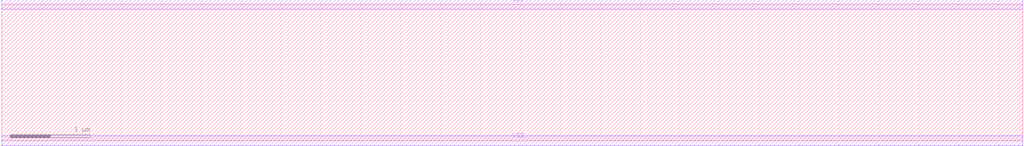
<source format=lef>
VERSION 5.7 ;
BUSBITCHARS "[]" ;
DIVIDERCHAR "/" ;

PROPERTYDEFINITIONS
  PIN DB_Inherited_Net_Expr STRING ;
END PROPERTYDEFINITIONS

MACRO ACHCONX2HVT
  CLASS CORE ;
  ORIGIN 0 0 ;
  FOREIGN ACHCONX2 0 0 ;
  SIZE 7.4 BY 1.71 ;
  SYMMETRY X Y ;
  SITE CoreSite ;
  PIN CON
    DIRECTION OUTPUT ;
    USE SIGNAL ;
    ANTENNAPARTIALMETALAREA 3.9746 LAYER Metal1 ;
    ANTENNADIFFAREA 5.564575 LAYER Metal1 ;
    ANTENNAMODEL OXIDE1 ;
      ANTENNAGATEAREA 0.2313 LAYER Metal1 ;
      ANTENNAMAXAREACAR 17.183744 LAYER Metal1 ;
      ANTENNAMAXSIDEAREACAR 132.86640725 LAYER Metal1 ;
    PORT
      LAYER Metal1 ;
        POLYGON 6.63 0.385 6.175 0.385 6.175 0.895 6.09 0.895 6.09 1.015 6.545 1.015 6.545 1.075 6.09 1.075 6.09 1.13 5.515 1.13 5.515 1.07 6.03 1.07 6.03 0.815 6.115 0.815 6.115 0.385 5.385 0.385 5.385 0.325 6.63 0.325 ;
    END
  END CON
  PIN A
    DIRECTION INPUT ;
    USE SIGNAL ;
    ANTENNAMODEL OXIDE1 ;
      ANTENNAGATEAREA 0.0522 LAYER Metal1 ;
      ANTENNAMAXSIDEAREACAR 3.07471275 LAYER Metal1 ;
    PORT
      LAYER Metal1 ;
        RECT 0.08 0.675 0.205 1.085 ;
    END
  END A
  PIN B
    DIRECTION INPUT ;
    USE SIGNAL ;
    ANTENNAPARTIALMETALAREA 0.1694 LAYER Metal1 ;
    ANTENNAMODEL OXIDE1 ;
      ANTENNAGATEAREA 0.19395 LAYER Metal1 ;
      ANTENNAMAXAREACAR 0.873421 LAYER Metal1 ;
      ANTENNAMAXSIDEAREACAR 8.81670525 LAYER Metal1 ;
    PORT
      LAYER Metal1 ;
        RECT 1.58 0.695 1.76 0.925 ;
    END
  END B
  PIN CI
    DIRECTION INPUT ;
    USE SIGNAL ;
    ANTENNAMODEL OXIDE1 ;
      ANTENNAGATEAREA 0.0522 LAYER Metal1 ;
      ANTENNAMAXSIDEAREACAR 3.33333325 LAYER Metal1 ;
    PORT
      LAYER Metal1 ;
        RECT 6.805 0.775 7.265 0.895 ;
    END
  END CI
  PIN VSS
    DIRECTION INOUT ;
    USE GROUND ;
    SHAPE ABUTMENT ;
    NETEXPR "VSS VSS!" ;
    PORT
      LAYER Metal1 ;
        POLYGON 7.4 0.06 7.29 0.06 7.29 0.2 7.23 0.2 7.23 0.06 6.85 0.06 6.85 0.17 6.73 0.17 6.73 0.06 5.285 0.06 5.285 0.17 5.165 0.17 5.165 0.06 4.755 0.06 4.755 0.17 4.635 0.17 4.635 0.06 1.775 0.06 1.775 0.17 1.655 0.17 1.655 0.06 1.16 0.06 1.16 0.17 1.04 0.17 1.04 0.06 0.6 0.06 0.6 0.2 0.54 0.2 0.54 0.06 0.14 0.06 0.14 0.2 0.08 0.2 0.08 0.06 0 0.06 0 -0.06 7.4 -0.06 ;
    END
    PROPERTY DB_Inherited_Net_Expr "[@VSS:%:VSS!]" ;
  END VSS
  PIN VDD
    DIRECTION INOUT ;
    USE POWER ;
    SHAPE ABUTMENT ;
    NETEXPR "VDD VDD!" ;
    PORT
      LAYER Metal1 ;
        POLYGON 7.4 1.77 0 1.77 0 1.65 0.05 1.65 0.05 1.54 0.17 1.54 0.17 1.65 0.54 1.65 0.54 1.51 0.6 1.51 0.6 1.65 1.125 1.65 1.125 1.54 1.245 1.54 1.245 1.65 1.655 1.65 1.655 1.54 1.775 1.54 1.775 1.65 4.635 1.65 4.635 1.54 4.755 1.54 4.755 1.65 5.165 1.65 5.165 1.54 5.285 1.54 5.285 1.65 6.76 1.65 6.76 1.51 6.82 1.51 6.82 1.65 7.23 1.65 7.23 1.51 7.29 1.51 7.29 1.65 7.4 1.65 ;
    END
    PROPERTY DB_Inherited_Net_Expr "[@VDD:%:VDD!]" ;
  END VDD
  OBS
    LAYER Metal1 ;
      POLYGON 7.085 0.605 6.705 0.605 6.705 1.125 7.085 1.125 7.085 1.185 6.705 1.185 6.705 1.235 6.25 1.235 6.25 1.295 6.19 1.295 6.19 1.175 6.645 1.175 6.645 0.605 6.275 0.605 6.275 0.485 6.335 0.485 6.335 0.545 7.085 0.545 ;
      POLYGON 6.015 0.71 5.93 0.71 5.93 0.89 5.7 0.89 5.7 0.97 5.415 0.97 5.415 1.13 3.27 1.13 3.27 0.97 2.65 0.97 2.65 0.91 2.73 0.91 2.73 0.49 2.67 0.49 2.67 0.43 3.54 0.43 3.54 0.49 2.79 0.49 2.79 0.91 3.33 0.91 3.33 1.07 5.355 1.07 5.355 0.91 5.64 0.91 5.64 0.83 5.87 0.83 5.87 0.59 6.015 0.59 ;
      RECT 4.9 1.23 5.84 1.29 ;
      POLYGON 5.77 0.545 5.495 0.545 5.495 0.81 5.02 0.81 5.02 0.97 4.9 0.97 4.9 0.91 4.96 0.91 4.96 0.49 4.9 0.49 4.9 0.43 5.02 0.43 5.02 0.75 5.435 0.75 5.435 0.485 5.77 0.485 ;
      POLYGON 5.335 0.65 5.12 0.65 5.12 0.33 4.8 0.33 4.8 0.49 4.21 0.49 4.21 0.91 4.27 0.91 4.27 0.97 4.15 0.97 4.15 0.43 4.74 0.43 4.74 0.27 5.18 0.27 5.18 0.59 5.335 0.59 ;
      POLYGON 4.85 0.79 4.38 0.79 4.38 0.65 4.32 0.65 4.32 0.59 4.44 0.59 4.44 0.73 4.73 0.73 4.73 0.59 4.85 0.59 ;
      POLYGON 4.535 0.33 4.05 0.33 4.05 0.97 3.79 0.97 3.79 0.91 3.99 0.91 3.99 0.33 3.155 0.33 3.155 0.27 4.535 0.27 ;
      POLYGON 4.535 1.45 1.89 1.45 1.89 1.44 0.805 1.44 0.805 0.63 0.775 0.63 0.775 0.57 0.895 0.57 0.895 0.63 0.865 0.63 0.865 1.38 1.95 1.38 1.95 1.39 4.535 1.39 ;
      POLYGON 4.145 1.29 3.11 1.29 3.11 1.13 2.21 1.13 2.21 1.095 1.97 1.095 1.97 0.695 2.14 0.695 2.14 0.43 2.26 0.43 2.26 0.49 2.2 0.49 2.2 0.755 2.03 0.755 2.03 1.035 2.27 1.035 2.27 1.07 3.17 1.07 3.17 1.23 4.145 1.23 ;
      POLYGON 3.89 0.81 3.83 0.81 3.83 0.75 3.59 0.75 3.59 0.65 3.25 0.65 3.25 0.59 3.65 0.59 3.65 0.69 3.89 0.69 ;
      POLYGON 3.55 0.91 3.43 0.91 3.43 0.81 2.95 0.81 2.95 0.65 2.89 0.65 2.89 0.59 3.01 0.59 3.01 0.75 3.49 0.75 3.49 0.85 3.55 0.85 ;
      POLYGON 3.055 0.33 1.995 0.33 1.995 0.36 1.29 0.36 1.29 1.195 2.11 1.195 2.11 1.23 3.005 1.23 3.005 1.29 2.05 1.29 2.05 1.255 1.23 1.255 1.23 0.79 0.965 0.79 0.965 0.73 1.23 0.73 1.23 0.3 1.875 0.3 1.875 0.27 3.055 0.27 ;
      POLYGON 2.55 0.935 2.13 0.935 2.13 0.855 2.47 0.855 2.47 0.56 2.55 0.56 ;
      POLYGON 2.015 0.595 1.48 0.595 1.48 1.005 1.51 1.005 1.51 1.065 1.39 1.065 1.39 1.005 1.42 1.005 1.42 0.595 1.39 0.595 1.39 0.535 2.015 0.535 ;
      POLYGON 0.705 0.79 0.365 0.79 0.365 1.285 0.305 1.285 0.305 0.595 0.275 0.595 0.275 0.535 0.395 0.535 0.395 0.595 0.365 0.595 0.365 0.73 0.705 0.73 ;
  END
END ACHCONX2HVT

MACRO ADDFHX1HVT
  CLASS CORE ;
  ORIGIN 0 0 ;
  FOREIGN ADDFHX1 0 0 ;
  SIZE 4.4 BY 1.71 ;
  SYMMETRY X Y ;
  SITE CoreSite ;
  PIN VSS
    DIRECTION INOUT ;
    USE GROUND ;
    SHAPE ABUTMENT ;
    NETEXPR "VSS VSS!" ;
    PORT
      LAYER Metal1 ;
        POLYGON 4.4 0.06 3.815 0.06 3.815 0.23 3.875 0.23 3.875 0.29 3.755 0.29 3.755 0.06 2.615 0.06 2.615 0.21 2.675 0.21 2.675 0.27 2.555 0.27 2.555 0.06 2.205 0.06 2.205 0.365 2.145 0.365 2.145 0.06 1.095 0.06 1.095 0.17 0.975 0.17 0.975 0.06 0.2 0.06 0.2 0.5 0.14 0.5 0.14 0.06 0 0.06 0 -0.06 4.4 -0.06 ;
    END
    PROPERTY DB_Inherited_Net_Expr "[@VSS:%:VSS!]" ;
  END VSS
  PIN VDD
    DIRECTION INOUT ;
    USE POWER ;
    SHAPE ABUTMENT ;
    NETEXPR "VDD VDD!" ;
    PORT
      LAYER Metal1 ;
        POLYGON 4.4 1.77 0 1.77 0 1.65 0.14 1.65 0.14 1.08 0.2 1.08 0.2 1.65 0.975 1.65 0.975 1.54 1.095 1.54 1.095 1.65 2.07 1.65 2.07 1.54 2.19 1.54 2.19 1.65 2.57 1.65 2.57 1.51 2.63 1.51 2.63 1.65 3.755 1.65 3.755 1.35 3.875 1.35 3.875 1.41 3.815 1.41 3.815 1.65 4.4 1.65 ;
    END
    PROPERTY DB_Inherited_Net_Expr "[@VDD:%:VDD!]" ;
  END VDD
  PIN CI
    DIRECTION INPUT ;
    USE SIGNAL ;
    ANTENNAMODEL OXIDE1 ;
      ANTENNAGATEAREA 0.069525 LAYER Metal1 ;
      ANTENNAMAXSIDEAREACAR 8.4142395 LAYER Metal1 ;
    PORT
      LAYER Metal1 ;
        POLYGON 3.38 0.61 2.21 0.61 2.21 0.55 1.605 0.55 1.605 0.435 1.765 0.435 1.765 0.49 2.27 0.49 2.27 0.55 3.38 0.55 ;
    END
  END CI
  PIN A
    DIRECTION INPUT ;
    USE SIGNAL ;
    ANTENNAMODEL OXIDE1 ;
      ANTENNAGATEAREA 0.0927 LAYER Metal1 ;
      ANTENNAMAXSIDEAREACAR 10.2427185 LAYER Metal1 ;
    PORT
      LAYER Metal1 ;
        POLYGON 3.78 0.79 3.74 0.79 3.74 0.92 3.66 0.92 3.66 0.77 1.915 0.77 1.915 0.715 0.88 0.715 0.88 0.655 1.975 0.655 1.975 0.71 3.78 0.71 ;
    END
  END A
  PIN B
    DIRECTION INPUT ;
    USE SIGNAL ;
    ANTENNAMODEL OXIDE1 ;
      ANTENNAGATEAREA 0.0927 LAYER Metal1 ;
      ANTENNAMAXSIDEAREACAR 8.4142395 LAYER Metal1 ;
    PORT
      LAYER Metal1 ;
        POLYGON 3.56 0.99 3.5 0.99 3.5 0.93 1.755 0.93 1.755 0.895 1.635 0.895 1.635 0.875 1.135 0.875 1.135 0.815 1.815 0.815 1.815 0.87 3.56 0.87 ;
    END
  END B
  PIN CO
    DIRECTION OUTPUT ;
    USE SIGNAL ;
    ANTENNAPARTIALMETALAREA 2.0965 LAYER Metal1 ;
    ANTENNADIFFAREA 2.76115 LAYER Metal1 ;
    ANTENNAMODEL OXIDE1 ;
      ANTENNAGATEAREA 0.081675 LAYER Metal1 ;
      ANTENNAMAXAREACAR 25.66880925 LAYER Metal1 ;
      ANTENNAMAXSIDEAREACAR 189.27456375 LAYER Metal1 ;
    PORT
      LAYER Metal1 ;
        POLYGON 0.405 0.66 0.14 0.66 0.14 0.92 0.405 0.92 0.405 1.29 0.345 1.29 0.345 0.98 0.08 0.98 0.08 0.73 0.06 0.73 0.06 0.6 0.345 0.6 0.345 0.52 0.405 0.52 ;
    END
  END CO
  PIN S
    DIRECTION OUTPUT ;
    USE SIGNAL ;
    ANTENNAPARTIALMETALAREA 2.0965 LAYER Metal1 ;
    ANTENNADIFFAREA 2.76115 LAYER Metal1 ;
    ANTENNAMODEL OXIDE1 ;
      ANTENNAGATEAREA 0.081675 LAYER Metal1 ;
      ANTENNAMAXAREACAR 25.66880925 LAYER Metal1 ;
      ANTENNAMAXSIDEAREACAR 189.27456375 LAYER Metal1 ;
    PORT
      LAYER Metal1 ;
        POLYGON 4.34 0.73 4.16 0.73 4.16 1.29 4.1 1.29 4.1 0.54 4.16 0.54 4.16 0.6 4.34 0.6 ;
    END
  END S
  OBS
    LAYER Metal1 ;
      POLYGON 4 0.79 3.94 0.79 3.94 1.25 3.315 1.25 3.315 1.31 3.255 1.31 3.255 1.25 3.115 1.25 3.115 1.31 3.055 1.31 3.055 1.19 3.88 1.19 3.88 0.45 3.055 0.45 3.055 0.42 2.995 0.42 2.995 0.36 3.115 0.36 3.115 0.39 3.33 0.39 3.33 0.33 3.39 0.33 3.39 0.39 3.94 0.39 3.94 0.73 4 0.73 ;
      POLYGON 3.15 1.09 2.955 1.09 2.955 1.31 1.76 1.31 1.76 1.255 0.58 1.255 0.58 0.82 0.24 0.82 0.24 0.76 0.58 0.76 0.58 0.315 1.445 0.315 1.445 0.275 1.925 0.275 1.925 0.335 1.505 0.335 1.505 0.5 1.445 0.5 1.445 0.375 0.64 0.375 0.64 1.195 1.56 1.195 1.56 1.03 1.62 1.03 1.62 1.195 1.76 1.195 1.76 1.03 1.82 1.03 1.82 1.25 2.895 1.25 2.895 1.03 3.15 1.03 ;
      POLYGON 2.88 0.45 2.375 0.45 2.375 0.39 2.32 0.39 2.32 0.31 2.455 0.31 2.455 0.37 2.8 0.37 2.8 0.33 2.88 0.33 ;
      POLYGON 2.795 1.15 2.305 1.15 2.305 1.07 2.715 1.07 2.715 1.03 2.795 1.03 ;
      POLYGON 1.415 1.095 1.355 1.095 1.355 1.035 0.77 1.035 0.77 0.915 0.83 0.915 0.83 0.975 1.415 0.975 ;
      RECT 0.74 0.475 1.33 0.555 ;
  END
END ADDFHX1HVT

MACRO ADDFHX2HVT
  CLASS CORE ;
  ORIGIN 0 0 ;
  FOREIGN ADDFHX2 0 0 ;
  SIZE 4.8 BY 1.71 ;
  SYMMETRY X Y ;
  SITE CoreSite ;
  PIN S
    DIRECTION OUTPUT ;
    USE SIGNAL ;
    ANTENNAPARTIALMETALAREA 2.29535 LAYER Metal1 ;
    ANTENNADIFFAREA 2.9812 LAYER Metal1 ;
    ANTENNAMODEL OXIDE1 ;
      ANTENNAGATEAREA 0.140175 LAYER Metal1 ;
      ANTENNAMAXAREACAR 16.3748885 LAYER Metal1 ;
      ANTENNAMAXSIDEAREACAR 120.8774745 LAYER Metal1 ;
    PORT
      LAYER Metal1 ;
        POLYGON 4.54 0.73 4.495 0.73 4.495 1.085 4.45 1.085 4.45 1.39 4.39 1.39 4.39 1.025 4.435 1.025 4.435 0.54 4.495 0.54 4.495 0.6 4.54 0.6 ;
    END
  END S
  PIN CO
    DIRECTION OUTPUT ;
    USE SIGNAL ;
    ANTENNAPARTIALMETALAREA 2.29535 LAYER Metal1 ;
    ANTENNADIFFAREA 2.9812 LAYER Metal1 ;
    ANTENNAMODEL OXIDE1 ;
      ANTENNAGATEAREA 0.140175 LAYER Metal1 ;
      ANTENNAMAXAREACAR 16.3748885 LAYER Metal1 ;
      ANTENNAMAXSIDEAREACAR 120.8774745 LAYER Metal1 ;
    PORT
      LAYER Metal1 ;
        POLYGON 0.34 1.29 0.28 1.29 0.28 0.73 0.26 0.73 0.26 0.6 0.28 0.6 0.28 0.54 0.34 0.54 ;
    END
  END CO
  PIN B
    DIRECTION INPUT ;
    USE SIGNAL ;
    ANTENNAMODEL OXIDE1 ;
      ANTENNAGATEAREA 0.0927 LAYER Metal1 ;
      ANTENNAMAXSIDEAREACAR 9.44983825 LAYER Metal1 ;
    PORT
      LAYER Metal1 ;
        POLYGON 3.97 0.88 2.995 0.88 2.995 0.965 1.965 0.965 1.965 1.085 1.835 1.085 1.835 0.915 1.365 0.915 1.365 0.855 1.895 0.855 1.895 0.905 2.935 0.905 2.935 0.82 3.97 0.82 ;
    END
  END B
  PIN A
    DIRECTION INPUT ;
    USE SIGNAL ;
    ANTENNAMODEL OXIDE1 ;
      ANTENNAGATEAREA 0.0927 LAYER Metal1 ;
      ANTENNAMAXSIDEAREACAR 10.61488675 LAYER Metal1 ;
    PORT
      LAYER Metal1 ;
        POLYGON 4.13 0.78 4.07 0.78 4.07 0.72 2.835 0.72 2.835 0.805 2.405 0.805 2.405 0.755 1.265 0.755 1.265 0.76 1.145 0.76 1.145 0.7 1.23 0.7 1.23 0.695 2.465 0.695 2.465 0.745 2.775 0.745 2.775 0.66 3.835 0.66 3.835 0.625 3.965 0.625 3.965 0.66 4.13 0.66 ;
    END
  END A
  PIN CI
    DIRECTION INPUT ;
    USE SIGNAL ;
    ANTENNAMODEL OXIDE1 ;
      ANTENNAGATEAREA 0.069525 LAYER Metal1 ;
      ANTENNAMAXSIDEAREACAR 8.93203875 LAYER Metal1 ;
    PORT
      LAYER Metal1 ;
        POLYGON 3.67 0.56 2.65 0.56 2.65 0.645 2.59 0.645 2.59 0.585 1.835 0.585 1.835 0.435 1.965 0.435 1.965 0.525 2.59 0.525 2.59 0.5 3.67 0.5 ;
    END
  END CI
  PIN VDD
    DIRECTION INOUT ;
    USE POWER ;
    SHAPE ABUTMENT ;
    NETEXPR "VDD VDD!" ;
    PORT
      LAYER Metal1 ;
        POLYGON 4.8 1.77 0 1.77 0 1.65 0.075 1.65 0.075 0.9 0.135 0.9 0.135 1.65 0.485 1.65 0.485 1.17 0.545 1.17 0.545 1.65 1.205 1.65 1.205 1.54 1.325 1.54 1.325 1.65 2.45 1.65 2.45 1.54 2.57 1.54 2.57 1.65 2.95 1.65 2.95 1.51 3.01 1.51 3.01 1.65 4.115 1.65 4.115 1.3 4.235 1.3 4.235 1.36 4.175 1.36 4.175 1.65 4.595 1.65 4.595 1 4.655 1 4.655 1.65 4.8 1.65 ;
    END
    PROPERTY DB_Inherited_Net_Expr "[@VDD:%:VDD!]" ;
  END VDD
  PIN VSS
    DIRECTION INOUT ;
    USE GROUND ;
    SHAPE ABUTMENT ;
    NETEXPR "VSS VSS!" ;
    PORT
      LAYER Metal1 ;
        POLYGON 4.8 0.06 4.7 0.06 4.7 0.52 4.64 0.52 4.64 0.06 4.205 0.06 4.205 0.16 4.265 0.16 4.265 0.22 4.145 0.22 4.145 0.06 2.92 0.06 2.92 0.16 2.98 0.16 2.98 0.22 2.86 0.22 2.86 0.06 2.51 0.06 2.51 0.4 2.45 0.4 2.45 0.06 1.325 0.06 1.325 0.17 1.205 0.17 1.205 0.06 0.545 0.06 0.545 0.52 0.485 0.52 0.485 0.06 0.135 0.06 0.135 0.52 0.075 0.52 0.075 0.06 0 0.06 0 -0.06 4.8 -0.06 ;
    END
    PROPERTY DB_Inherited_Net_Expr "[@VSS:%:VSS!]" ;
  END VSS
  OBS
    LAYER Metal1 ;
      POLYGON 4.335 0.925 4.29 0.925 4.29 1.2 3.695 1.2 3.695 1.26 3.635 1.26 3.635 1.2 3.495 1.2 3.495 1.26 3.435 1.26 3.435 1.14 4.23 1.14 4.23 0.4 3.3 0.4 3.3 0.34 3.71 0.34 3.71 0.28 3.77 0.28 3.77 0.34 4.29 0.34 4.29 0.805 4.335 0.805 ;
      POLYGON 3.53 1.04 3.335 1.04 3.335 1.305 2.2 1.305 2.2 1.345 2.14 1.345 2.14 1.305 0.81 1.305 0.81 0.79 0.44 0.79 0.44 0.73 0.81 0.73 0.81 0.355 1.675 0.355 1.675 0.275 2.2 0.275 2.2 0.4 2.14 0.4 2.14 0.335 1.735 0.335 1.735 0.52 1.675 0.52 1.675 0.415 0.87 0.415 0.87 1.245 1.675 1.245 1.675 1.185 1.735 1.185 1.735 1.245 2.14 1.245 2.14 1.065 2.2 1.065 2.2 1.245 3.275 1.245 3.275 0.98 3.53 0.98 ;
      POLYGON 3.185 0.4 2.625 0.4 2.625 0.32 3.105 0.32 3.105 0.28 3.185 0.28 ;
      POLYGON 3.175 1.145 2.685 1.145 2.685 1.065 3.095 1.065 3.095 1.025 3.175 1.025 ;
      RECT 0.97 0.515 1.56 0.595 ;
      POLYGON 1.53 1.135 1.45 1.135 1.45 1.095 1.035 1.095 1.035 0.975 1.115 0.975 1.115 1.015 1.53 1.015 ;
  END
END ADDFHX2HVT

MACRO ADDFHX4HVT
  CLASS CORE ;
  ORIGIN 0 0 ;
  FOREIGN ADDFHX4 0 0 ;
  SIZE 5.6 BY 1.71 ;
  SYMMETRY X Y ;
  SITE CoreSite ;
  PIN S
    DIRECTION OUTPUT ;
    USE SIGNAL ;
    ANTENNAPARTIALMETALAREA 2.79665 LAYER Metal1 ;
    ANTENNADIFFAREA 3.89305 LAYER Metal1 ;
    ANTENNAMODEL OXIDE1 ;
      ANTENNAGATEAREA 0.26325 LAYER Metal1 ;
      ANTENNAMAXAREACAR 10.62355175 LAYER Metal1 ;
      ANTENNAMAXSIDEAREACAR 79.77207975 LAYER Metal1 ;
    PORT
      LAYER Metal1 ;
        POLYGON 5.34 0.73 5.285 0.73 5.285 1.06 5.215 1.06 5.215 1.39 5.155 1.39 5.155 1.06 4.805 1.06 4.805 1.39 4.745 1.39 4.745 1 5.225 1 5.225 0.555 4.745 0.555 4.745 0.415 4.805 0.415 4.805 0.495 5.165 0.495 5.165 0.415 5.225 0.415 5.225 0.495 5.285 0.495 5.285 0.6 5.34 0.6 ;
    END
  END S
  PIN CO
    DIRECTION OUTPUT ;
    USE SIGNAL ;
    ANTENNAPARTIALMETALAREA 2.79665 LAYER Metal1 ;
    ANTENNADIFFAREA 3.89305 LAYER Metal1 ;
    ANTENNAMODEL OXIDE1 ;
      ANTENNAGATEAREA 0.26325 LAYER Metal1 ;
      ANTENNAMAXAREACAR 10.62355175 LAYER Metal1 ;
      ANTENNAMAXSIDEAREACAR 79.77207975 LAYER Metal1 ;
    PORT
      LAYER Metal1 ;
        POLYGON 0.82 0.66 0.34 0.66 0.34 0.92 0.82 0.92 0.82 1.295 0.76 1.295 0.76 0.98 0.4 0.98 0.4 1.295 0.34 1.295 0.34 0.98 0.28 0.98 0.28 0.73 0.26 0.73 0.26 0.6 0.34 0.6 0.34 0.52 0.4 0.52 0.4 0.6 0.76 0.6 0.76 0.52 0.82 0.52 ;
    END
  END CO
  PIN B
    DIRECTION INPUT ;
    USE SIGNAL ;
    ANTENNAMODEL OXIDE1 ;
      ANTENNAGATEAREA 0.117 LAYER Metal1 ;
      ANTENNAMAXSIDEAREACAR 7.102564 LAYER Metal1 ;
    PORT
      LAYER Metal1 ;
        POLYGON 4.325 0.88 3.235 0.88 3.235 0.94 2.26 0.94 2.26 0.85 1.765 0.85 1.765 0.79 2.525 0.79 2.525 0.88 3.175 0.88 3.175 0.82 4.325 0.82 ;
    END
  END B
  PIN A
    DIRECTION INPUT ;
    USE SIGNAL ;
    ANTENNAMODEL OXIDE1 ;
      ANTENNAGATEAREA 0.117 LAYER Metal1 ;
      ANTENNAMAXSIDEAREACAR 8.397436 LAYER Metal1 ;
    PORT
      LAYER Metal1 ;
        POLYGON 4.485 0.745 4.425 0.745 4.425 0.72 3.075 0.72 3.075 0.78 2.625 0.78 2.625 0.69 1.6 0.69 1.6 0.75 1.54 0.75 1.54 0.63 2.685 0.63 2.685 0.72 3.015 0.72 3.015 0.66 4.235 0.66 4.235 0.625 4.485 0.625 ;
    END
  END A
  PIN CI
    DIRECTION INPUT ;
    USE SIGNAL ;
    ANTENNAMODEL OXIDE1 ;
      ANTENNAGATEAREA 0.08775 LAYER Metal1 ;
      ANTENNAMAXSIDEAREACAR 6.71794875 LAYER Metal1 ;
    PORT
      LAYER Metal1 ;
        POLYGON 4.015 0.56 2.915 0.56 2.915 0.62 2.795 0.62 2.795 0.56 2.765 0.56 2.765 0.53 2.235 0.53 2.235 0.435 2.365 0.435 2.365 0.47 2.825 0.47 2.825 0.5 4.015 0.5 ;
    END
  END CI
  PIN VDD
    DIRECTION INOUT ;
    USE POWER ;
    SHAPE ABUTMENT ;
    NETEXPR "VDD VDD!" ;
    PORT
      LAYER Metal1 ;
        POLYGON 5.6 1.77 0 1.77 0 1.65 0.135 1.65 0.135 1.045 0.195 1.045 0.195 1.65 0.545 1.65 0.545 1.08 0.605 1.08 0.605 1.65 0.935 1.65 0.935 1.205 1.055 1.205 1.055 1.265 0.995 1.265 0.995 1.65 1.635 1.65 1.635 1.51 1.695 1.51 1.695 1.65 2.715 1.65 2.715 1.54 2.835 1.54 2.835 1.65 3.185 1.65 3.185 1.54 3.305 1.54 3.305 1.65 4.47 1.65 4.47 1.3 4.59 1.3 4.59 1.36 4.53 1.36 4.53 1.65 4.95 1.65 4.95 1.16 5.01 1.16 5.01 1.65 5.36 1.65 5.36 1.135 5.42 1.135 5.42 1.65 5.6 1.65 ;
    END
    PROPERTY DB_Inherited_Net_Expr "[@VDD:%:VDD!]" ;
  END VDD
  PIN VSS
    DIRECTION INOUT ;
    USE GROUND ;
    SHAPE ABUTMENT ;
    NETEXPR "VSS VSS!" ;
    PORT
      LAYER Metal1 ;
        POLYGON 5.6 0.06 5.43 0.06 5.43 0.395 5.37 0.395 5.37 0.06 5.01 0.06 5.01 0.395 4.95 0.395 4.95 0.06 4.53 0.06 4.53 0.305 4.59 0.305 4.59 0.365 4.47 0.365 4.47 0.06 3.245 0.06 3.245 0.16 3.305 0.16 3.305 0.22 3.185 0.22 3.185 0.06 2.835 0.06 2.835 0.35 2.775 0.35 2.775 0.06 1.725 0.06 1.725 0.17 1.605 0.17 1.605 0.06 1.025 0.06 1.025 0.5 0.965 0.5 0.965 0.06 0.605 0.06 0.605 0.5 0.545 0.5 0.545 0.06 0.195 0.06 0.195 0.5 0.135 0.5 0.135 0.06 0 0.06 0 -0.06 5.6 -0.06 ;
    END
    PROPERTY DB_Inherited_Net_Expr "[@VSS:%:VSS!]" ;
  END VSS
  OBS
    LAYER Metal1 ;
      POLYGON 5.125 0.715 4.645 0.715 4.645 1.2 4.06 1.2 4.06 1.26 4 1.26 4 1.2 3.86 1.2 3.86 1.34 3.8 1.34 3.8 1.14 4.585 1.14 4.585 0.525 4.31 0.525 4.31 0.4 3.64 0.4 3.64 0.34 4.37 0.34 4.37 0.465 4.645 0.465 4.645 0.655 5.125 0.655 ;
      POLYGON 3.865 1.04 3.7 1.04 3.7 1.28 2.465 1.28 2.465 1.34 2.405 1.34 2.405 1.28 2.135 1.28 2.135 1.32 2.075 1.32 2.075 1.23 1.21 1.23 1.21 0.82 0.44 0.82 0.44 0.76 1.21 0.76 1.21 0.29 2.075 0.29 2.075 0.25 2.525 0.25 2.525 0.37 2.465 0.37 2.465 0.31 2.135 0.31 2.135 0.45 2.075 0.45 2.075 0.35 1.27 0.35 1.27 1.17 2.075 1.17 2.075 0.95 2.135 0.95 2.135 1.22 3.64 1.22 3.64 0.98 3.865 0.98 ;
      RECT 2.95 0.32 3.54 0.4 ;
      RECT 2.95 1.04 3.54 1.12 ;
      RECT 1.37 0.45 1.96 0.53 ;
      POLYGON 1.93 1.07 1.85 1.07 1.85 1.03 1.4 1.03 1.4 0.91 1.48 0.91 1.48 0.95 1.93 0.95 ;
  END
END ADDFHX4HVT

MACRO ADDFHXLHVT
  CLASS CORE ;
  ORIGIN 0 0 ;
  FOREIGN ADDFHXL 0 0 ;
  SIZE 4.4 BY 1.71 ;
  SYMMETRY X Y ;
  SITE CoreSite ;
  PIN S
    DIRECTION OUTPUT ;
    USE SIGNAL ;
    ANTENNAPARTIALMETALAREA 2.14875 LAYER Metal1 ;
    ANTENNADIFFAREA 2.6442 LAYER Metal1 ;
    ANTENNAMODEL OXIDE1 ;
      ANTENNAGATEAREA 0.069525 LAYER Metal1 ;
      ANTENNAMAXAREACAR 30.90614875 LAYER Metal1 ;
      ANTENNAMAXSIDEAREACAR 228.047465 LAYER Metal1 ;
    PORT
      LAYER Metal1 ;
        POLYGON 4.34 0.73 4.145 0.73 4.145 1.405 4.085 1.405 4.085 0.51 4.145 0.51 4.145 0.6 4.34 0.6 ;
    END
  END S
  PIN CO
    DIRECTION OUTPUT ;
    USE SIGNAL ;
    ANTENNAPARTIALMETALAREA 2.14875 LAYER Metal1 ;
    ANTENNADIFFAREA 2.6442 LAYER Metal1 ;
    ANTENNAMODEL OXIDE1 ;
      ANTENNAGATEAREA 0.069525 LAYER Metal1 ;
      ANTENNAMAXAREACAR 30.90614875 LAYER Metal1 ;
      ANTENNAMAXSIDEAREACAR 228.047465 LAYER Metal1 ;
    PORT
      LAYER Metal1 ;
        POLYGON 0.405 0.66 0.14 0.66 0.14 0.92 0.405 0.92 0.405 1.21 0.345 1.21 0.345 0.98 0.08 0.98 0.08 0.73 0.06 0.73 0.06 0.6 0.345 0.6 0.345 0.465 0.405 0.465 ;
    END
  END CO
  PIN B
    DIRECTION INPUT ;
    USE SIGNAL ;
    ANTENNAMODEL OXIDE1 ;
      ANTENNAGATEAREA 0.0927 LAYER Metal1 ;
      ANTENNAMAXSIDEAREACAR 8.5598705 LAYER Metal1 ;
    PORT
      LAYER Metal1 ;
        POLYGON 3.535 1.025 2.74 1.025 2.74 1.085 1.705 1.085 1.705 1.045 1.625 1.045 1.625 1.025 1.07 1.025 1.07 0.965 1.765 0.965 1.765 1.025 2.68 1.025 2.68 0.965 3.535 0.965 ;
    END
  END B
  PIN A
    DIRECTION INPUT ;
    USE SIGNAL ;
    ANTENNAMODEL OXIDE1 ;
      ANTENNAGATEAREA 0.0927 LAYER Metal1 ;
      ANTENNAMAXSIDEAREACAR 10.12944975 LAYER Metal1 ;
    PORT
      LAYER Metal1 ;
        POLYGON 3.765 0.895 3.635 0.895 3.635 0.865 2.58 0.865 2.58 0.925 1.865 0.925 1.865 0.865 0.965 0.865 0.965 0.925 0.905 0.925 0.905 0.805 1.915 0.805 1.915 0.825 1.985 0.825 1.985 0.865 2.52 0.865 2.52 0.805 3.765 0.805 ;
    END
  END A
  PIN CI
    DIRECTION INPUT ;
    USE SIGNAL ;
    ANTENNAMODEL OXIDE1 ;
      ANTENNAGATEAREA 0.069525 LAYER Metal1 ;
      ANTENNAMAXSIDEAREACAR 7.961165 LAYER Metal1 ;
    PORT
      LAYER Metal1 ;
        POLYGON 3.235 0.705 2.17 0.705 2.17 0.765 2.11 0.765 2.11 0.705 1.53 0.705 1.53 0.625 1.765 0.625 1.765 0.645 3.235 0.645 ;
    END
  END CI
  PIN VDD
    DIRECTION INOUT ;
    USE POWER ;
    SHAPE ABUTMENT ;
    NETEXPR "VDD VDD!" ;
    PORT
      LAYER Metal1 ;
        POLYGON 4.4 1.77 0 1.77 0 1.65 0.14 1.65 0.14 1.08 0.2 1.08 0.2 1.65 0.9 1.65 0.9 1.54 1.02 1.54 1.02 1.65 1.9 1.65 1.9 1.345 1.96 1.345 1.96 1.65 2.455 1.65 2.455 1.54 2.575 1.54 2.575 1.65 3.73 1.65 3.73 1.445 3.85 1.445 3.85 1.505 3.79 1.505 3.79 1.65 4.4 1.65 ;
    END
    PROPERTY DB_Inherited_Net_Expr "[@VDD:%:VDD!]" ;
  END VDD
  PIN VSS
    DIRECTION INOUT ;
    USE GROUND ;
    SHAPE ABUTMENT ;
    NETEXPR "VSS VSS!" ;
    PORT
      LAYER Metal1 ;
        POLYGON 4.4 0.06 3.79 0.06 3.79 0.325 3.85 0.325 3.85 0.385 3.73 0.385 3.73 0.06 2.515 0.06 2.515 0.305 2.575 0.305 2.575 0.365 2.455 0.365 2.455 0.06 2.095 0.06 2.095 0.52 2.035 0.52 2.035 0.06 1.02 0.06 1.02 0.17 0.9 0.17 0.9 0.06 0.2 0.06 0.2 0.5 0.14 0.5 0.14 0.06 0 0.06 0 -0.06 4.4 -0.06 ;
    END
    PROPERTY DB_Inherited_Net_Expr "[@VSS:%:VSS!]" ;
  END VSS
  OBS
    LAYER Metal1 ;
      POLYGON 3.985 0.76 3.925 0.76 3.925 1.345 3.26 1.345 3.26 1.405 3.2 1.405 3.2 1.345 3.06 1.345 3.06 1.405 3 1.405 3 1.285 3.865 1.285 3.865 0.545 2.925 0.545 2.925 0.425 2.985 0.425 2.985 0.485 3.275 0.485 3.275 0.425 3.335 0.425 3.335 0.485 3.925 0.485 3.925 0.7 3.985 0.7 ;
      POLYGON 3.065 1.185 2.9 1.185 2.9 1.425 2.06 1.425 2.06 1.245 1.64 1.245 1.64 1.465 1.58 1.465 1.58 1.405 0.505 1.405 0.505 0.82 0.24 0.82 0.24 0.76 0.505 0.76 0.505 0.41 1.815 0.41 1.815 0.49 1.695 0.49 1.695 0.47 1.43 0.47 1.43 0.575 1.37 0.575 1.37 0.47 0.565 0.47 0.565 1.345 1.37 1.345 1.37 1.125 1.43 1.125 1.43 1.345 1.58 1.345 1.58 1.185 2.12 1.185 2.12 1.365 2.84 1.365 2.84 1.125 3.065 1.125 ;
      POLYGON 2.78 0.545 2.22 0.545 2.22 0.465 2.7 0.465 2.7 0.425 2.78 0.425 ;
      RECT 2.22 1.185 2.74 1.265 ;
      RECT 0.665 0.57 1.255 0.65 ;
      POLYGON 1.225 1.245 1.145 1.245 1.145 1.205 0.845 1.205 0.845 1.245 0.765 1.245 0.765 1.015 0.845 1.015 0.845 1.125 1.225 1.125 ;
  END
END ADDFHXLHVT

MACRO ADDFX1HVT
  CLASS CORE ;
  ORIGIN 0 0 ;
  FOREIGN ADDFX1 0 0 ;
  SIZE 3 BY 1.71 ;
  SYMMETRY X Y ;
  SITE CoreSite ;
  PIN S
    DIRECTION OUTPUT ;
    USE SIGNAL ;
    ANTENNAPARTIALMETALAREA 1.55905 LAYER Metal1 ;
    ANTENNADIFFAREA 1.826025 LAYER Metal1 ;
    ANTENNAMODEL OXIDE1 ;
      ANTENNAGATEAREA 0.0747 LAYER Metal1 ;
      ANTENNAMAXAREACAR 20.8708165 LAYER Metal1 ;
      ANTENNAMAXSIDEAREACAR 165.7831325 LAYER Metal1 ;
    PORT
      LAYER Metal1 ;
        POLYGON 2.94 1.11 2.93 1.11 2.93 1.415 2.87 1.415 2.87 1.11 2.86 1.11 2.86 0.98 2.87 0.98 2.87 0.245 2.93 0.245 2.93 0.98 2.94 0.98 ;
    END
  END S
  PIN CO
    DIRECTION OUTPUT ;
    USE SIGNAL ;
    ANTENNAPARTIALMETALAREA 1.55905 LAYER Metal1 ;
    ANTENNADIFFAREA 1.826025 LAYER Metal1 ;
    ANTENNAMODEL OXIDE1 ;
      ANTENNAGATEAREA 0.0747 LAYER Metal1 ;
      ANTENNAMAXAREACAR 20.8708165 LAYER Metal1 ;
      ANTENNAMAXSIDEAREACAR 165.7831325 LAYER Metal1 ;
    PORT
      LAYER Metal1 ;
        POLYGON 0.14 1.11 0.13 1.11 0.13 1.495 0.07 1.495 0.07 1.11 0.06 1.11 0.06 0.98 0.07 0.98 0.07 0.415 0.13 0.415 0.13 0.98 0.14 0.98 ;
    END
  END CO
  PIN B
    DIRECTION INPUT ;
    USE SIGNAL ;
    ANTENNAMODEL OXIDE1 ;
      ANTENNAGATEAREA 0.0648 LAYER Metal1 ;
      ANTENNAMAXSIDEAREACAR 9.375 LAYER Metal1 ;
    PORT
      LAYER Metal1 ;
        POLYGON 2.495 0.765 1.94 0.765 1.94 0.995 0.76 0.995 0.76 0.935 1.86 0.935 1.86 0.705 2.495 0.705 ;
    END
  END B
  PIN A
    DIRECTION INPUT ;
    USE SIGNAL ;
    ANTENNAMODEL OXIDE1 ;
      ANTENNAGATEAREA 0.0648 LAYER Metal1 ;
      ANTENNAMAXSIDEAREACAR 11.62037025 LAYER Metal1 ;
    PORT
      LAYER Metal1 ;
        POLYGON 2.67 0.74 2.59 0.74 2.59 0.645 1.74 0.645 1.74 0.875 0.545 0.875 0.545 0.815 1.665 0.815 1.665 0.585 2.67 0.585 ;
    END
  END A
  PIN CI
    DIRECTION INPUT ;
    USE SIGNAL ;
    ANTENNAMODEL OXIDE1 ;
      ANTENNAGATEAREA 0.0486 LAYER Metal1 ;
      ANTENNAMAXSIDEAREACAR 10.49382725 LAYER Metal1 ;
    PORT
      LAYER Metal1 ;
        POLYGON 2.41 0.525 1.57 0.525 1.57 0.755 1 0.755 1 0.695 1.435 0.695 1.435 0.6 1.46 0.6 1.46 0.465 2.41 0.465 ;
    END
  END CI
  PIN VDD
    DIRECTION INOUT ;
    USE POWER ;
    SHAPE ABUTMENT ;
    NETEXPR "VDD VDD!" ;
    PORT
      LAYER Metal1 ;
        POLYGON 3 1.77 0 1.77 0 1.65 0.275 1.65 0.275 1.37 0.335 1.37 0.335 1.65 0.6 1.65 0.6 1.44 0.66 1.44 0.66 1.65 1.4 1.65 1.4 1.44 1.46 1.44 1.46 1.65 1.765 1.65 1.765 1.44 1.83 1.44 1.83 1.65 2.66 1.65 2.66 1.075 2.72 1.075 2.72 1.65 3 1.65 ;
    END
  END VDD
  PIN VSS
    DIRECTION INOUT ;
    USE GROUND ;
    SHAPE ABUTMENT ;
    NETEXPR "VSS VSS!" ;
    PORT
      LAYER Metal1 ;
        POLYGON 3 0.06 2.725 0.06 2.725 0.365 2.665 0.365 2.665 0.06 1.87 0.06 1.87 0.25 1.81 0.25 1.81 0.06 1.43 0.06 1.43 0.365 1.37 0.365 1.37 0.06 0.71 0.06 0.71 0.365 0.65 0.365 0.65 0.06 0.335 0.06 0.335 0.66 0.275 0.66 0.275 0.06 0 0.06 0 -0.06 3 -0.06 ;
    END
  END VSS
  OBS
    LAYER Metal1 ;
      POLYGON 2.8 0.9 2.275 0.9 2.275 1.24 2.215 1.24 2.215 0.84 2.74 0.84 2.74 0.525 2.51 0.525 2.51 0.39 2.25 0.39 2.25 0.27 2.31 0.27 2.31 0.33 2.57 0.33 2.57 0.465 2.8 0.465 ;
      POLYGON 2.155 1.115 1.12 1.115 1.12 1.27 1.06 1.27 1.06 1.115 0.235 1.115 0.235 0.895 0.295 0.895 0.295 1.055 0.425 1.055 0.425 0.575 1.06 0.575 1.06 0.265 1.12 0.265 1.12 0.635 0.485 0.635 0.485 1.055 2.095 1.055 2.095 0.875 2.155 0.875 ;
      POLYGON 2.105 0.4 1.575 0.4 1.575 0.27 1.635 0.27 1.635 0.34 2.045 0.34 2.045 0.27 2.105 0.27 ;
      RECT 1.545 1.175 2.1 1.235 ;
      RECT 0.425 1.175 0.945 1.235 ;
      POLYGON 0.915 0.515 0.445 0.515 0.445 0.245 0.505 0.245 0.505 0.455 0.855 0.455 0.855 0.265 0.915 0.265 ;
  END
END ADDFX1HVT

MACRO ADDFX2HVT
  CLASS CORE ;
  ORIGIN 0 0 ;
  FOREIGN ADDFX2 0 0 ;
  SIZE 4.6 BY 1.71 ;
  SYMMETRY X Y ;
  SITE CoreSite ;
  PIN S
    DIRECTION OUTPUT ;
    USE SIGNAL ;
    ANTENNAPARTIALMETALAREA 2.2238 LAYER Metal1 ;
    ANTENNADIFFAREA 2.658175 LAYER Metal1 ;
    ANTENNAMODEL OXIDE1 ;
      ANTENNAGATEAREA 0.1332 LAYER Metal1 ;
      ANTENNAMAXAREACAR 16.69519525 LAYER Metal1 ;
      ANTENNAMAXSIDEAREACAR 124.27927925 LAYER Metal1 ;
    PORT
      LAYER Metal1 ;
        POLYGON 4.345 1.09 4.225 1.09 4.225 1.03 4.255 1.03 4.255 0.42 4.315 0.42 4.315 0.6 4.34 0.6 4.34 0.73 4.315 0.73 4.315 1.03 4.345 1.03 ;
    END
  END S
  PIN CO
    DIRECTION OUTPUT ;
    USE SIGNAL ;
    ANTENNAPARTIALMETALAREA 2.2238 LAYER Metal1 ;
    ANTENNADIFFAREA 2.658175 LAYER Metal1 ;
    ANTENNAMODEL OXIDE1 ;
      ANTENNAGATEAREA 0.1332 LAYER Metal1 ;
      ANTENNAMAXAREACAR 16.69519525 LAYER Metal1 ;
      ANTENNAMAXSIDEAREACAR 124.27927925 LAYER Metal1 ;
    PORT
      LAYER Metal1 ;
        POLYGON 0.335 1.31 0.275 1.31 0.275 0.85 0.14 0.85 0.14 0.92 0.06 0.92 0.06 0.79 0.275 0.79 0.275 0.54 0.335 0.54 ;
    END
  END CO
  PIN B
    DIRECTION INPUT ;
    USE SIGNAL ;
    ANTENNAMODEL OXIDE1 ;
      ANTENNAGATEAREA 0.0648 LAYER Metal1 ;
      ANTENNAMAXSIDEAREACAR 13.17129625 LAYER Metal1 ;
    PORT
      LAYER Metal1 ;
        POLYGON 3.735 0.88 2.14 0.88 2.14 1.11 2.06 1.11 2.06 0.88 1.425 0.88 1.425 0.87 1.19 0.87 1.19 0.81 1.47 0.81 1.47 0.82 3.735 0.82 ;
    END
  END B
  PIN A
    DIRECTION INPUT ;
    USE SIGNAL ;
    ANTENNAMODEL OXIDE1 ;
      ANTENNAGATEAREA 0.0648 LAYER Metal1 ;
      ANTENNAMAXSIDEAREACAR 15.162037 LAYER Metal1 ;
    PORT
      LAYER Metal1 ;
        POLYGON 3.965 0.895 3.835 0.895 3.835 0.72 1.53 0.72 1.53 0.71 1.09 0.71 1.09 0.745 0.97 0.745 0.97 0.685 1.03 0.685 1.03 0.65 1.57 0.65 1.57 0.66 3.965 0.66 ;
    END
  END A
  PIN CI
    DIRECTION INPUT ;
    USE SIGNAL ;
    ANTENNAMODEL OXIDE1 ;
      ANTENNAGATEAREA 0.0486 LAYER Metal1 ;
      ANTENNAMAXSIDEAREACAR 12.37654325 LAYER Metal1 ;
    PORT
      LAYER Metal1 ;
        POLYGON 3.515 0.56 1.635 0.56 1.635 0.435 1.765 0.435 1.765 0.5 3.515 0.5 ;
    END
  END CI
  PIN VDD
    DIRECTION INOUT ;
    USE POWER ;
    SHAPE ABUTMENT ;
    NETEXPR "VDD VDD!" ;
    PORT
      LAYER Metal1 ;
        POLYGON 4.6 1.77 0 1.77 0 1.65 0.07 1.65 0.07 1.02 0.13 1.02 0.13 1.65 0.45 1.65 0.45 1.22 0.57 1.22 0.57 1.28 0.51 1.28 0.51 1.65 0.92 1.65 0.92 1.51 0.98 1.51 0.98 1.65 2.12 1.65 2.12 1.51 2.18 1.51 2.18 1.65 2.575 1.65 2.575 1.54 2.695 1.54 2.695 1.65 3.88 1.65 3.88 1.3 4 1.3 4 1.36 3.94 1.36 3.94 1.65 4.46 1.65 4.46 1 4.52 1 4.52 1.65 4.6 1.65 ;
    END
    PROPERTY DB_Inherited_Net_Expr "[@VDD:%:VDD!]" ;
  END VDD
  PIN VSS
    DIRECTION INOUT ;
    USE GROUND ;
    SHAPE ABUTMENT ;
    NETEXPR "VSS VSS!" ;
    PORT
      LAYER Metal1 ;
        POLYGON 4.6 0.06 4.52 0.06 4.52 0.4 4.46 0.4 4.46 0.06 3.97 0.06 3.97 0.4 3.91 0.4 3.91 0.06 2.78 0.06 2.78 0.16 2.84 0.16 2.84 0.22 2.72 0.22 2.72 0.06 2.205 0.06 2.205 0.31 2.265 0.31 2.265 0.37 2.145 0.37 2.145 0.06 1.195 0.06 1.195 0.17 1.075 0.17 1.075 0.06 0.54 0.06 0.54 0.52 0.48 0.52 0.48 0.06 0.13 0.06 0.13 0.52 0.07 0.52 0.07 0.06 0 0.06 0 -0.06 4.6 -0.06 ;
    END
    PROPERTY DB_Inherited_Net_Expr "[@VSS:%:VSS!]" ;
  END VSS
  OBS
    LAYER Metal1 ;
      POLYGON 4.155 0.735 4.125 0.735 4.125 1.2 3.525 1.2 3.525 1.295 3.465 1.295 3.465 1.2 3.19 1.2 3.19 1.14 4.065 1.14 4.065 0.56 3.75 0.56 3.75 0.4 3.22 0.4 3.22 0.28 3.28 0.28 3.28 0.335 3.81 0.335 3.81 0.5 4.125 0.5 4.125 0.615 4.155 0.615 ;
      POLYGON 3.47 1.04 3.09 1.04 3.09 1.27 1.08 1.27 1.08 1.21 0.71 1.21 0.71 0.79 0.435 0.79 0.435 0.73 0.71 0.73 0.71 0.275 1.925 0.275 1.925 0.4 1.865 0.4 1.865 0.335 1.535 0.335 1.535 0.55 1.475 0.55 1.475 0.335 0.77 0.335 0.77 1.15 1.14 1.15 1.14 1.21 1.475 1.21 1.475 1.045 1.535 1.045 1.535 1.21 1.78 1.21 1.78 1.045 1.84 1.045 1.84 1.21 3.03 1.21 3.03 0.98 3.47 0.98 ;
      RECT 2.485 0.32 3.075 0.4 ;
      POLYGON 2.93 1.105 2.44 1.105 2.44 0.985 2.52 0.985 2.52 1.025 2.93 1.025 ;
      POLYGON 1.36 0.54 0.95 0.54 0.95 0.58 0.87 0.58 0.87 0.46 1.36 0.46 ;
      POLYGON 1.36 1.05 0.87 1.05 0.87 0.93 0.95 0.93 0.95 0.97 1.36 0.97 ;
  END
END ADDFX2HVT

MACRO ADDFX4HVT
  CLASS CORE ;
  ORIGIN 0 0 ;
  FOREIGN ADDFX4 0 0 ;
  SIZE 5.6 BY 1.71 ;
  SYMMETRY X Y ;
  SITE CoreSite ;
  PIN S
    DIRECTION OUTPUT ;
    USE SIGNAL ;
    ANTENNAPARTIALMETALAREA 2.79665 LAYER Metal1 ;
    ANTENNADIFFAREA 3.89305 LAYER Metal1 ;
    ANTENNAMODEL OXIDE1 ;
      ANTENNAGATEAREA 0.26325 LAYER Metal1 ;
      ANTENNAMAXAREACAR 10.62355175 LAYER Metal1 ;
      ANTENNAMAXSIDEAREACAR 79.77207975 LAYER Metal1 ;
    PORT
      LAYER Metal1 ;
        POLYGON 5.34 0.73 5.285 0.73 5.285 1.06 5.215 1.06 5.215 1.39 5.155 1.39 5.155 1.06 4.805 1.06 4.805 1.39 4.745 1.39 4.745 1 5.225 1 5.225 0.555 4.745 0.555 4.745 0.415 4.805 0.415 4.805 0.495 5.165 0.495 5.165 0.415 5.225 0.415 5.225 0.495 5.285 0.495 5.285 0.6 5.34 0.6 ;
    END
  END S
  PIN CO
    DIRECTION OUTPUT ;
    USE SIGNAL ;
    ANTENNAPARTIALMETALAREA 2.79665 LAYER Metal1 ;
    ANTENNADIFFAREA 3.89305 LAYER Metal1 ;
    ANTENNAMODEL OXIDE1 ;
      ANTENNAGATEAREA 0.26325 LAYER Metal1 ;
      ANTENNAMAXAREACAR 10.62355175 LAYER Metal1 ;
      ANTENNAMAXSIDEAREACAR 79.77207975 LAYER Metal1 ;
    PORT
      LAYER Metal1 ;
        POLYGON 0.82 0.66 0.34 0.66 0.34 0.92 0.82 0.92 0.82 1.295 0.76 1.295 0.76 0.98 0.4 0.98 0.4 1.295 0.34 1.295 0.34 0.98 0.28 0.98 0.28 0.73 0.26 0.73 0.26 0.6 0.34 0.6 0.34 0.52 0.4 0.52 0.4 0.6 0.76 0.6 0.76 0.52 0.82 0.52 ;
    END
  END CO
  PIN B
    DIRECTION INPUT ;
    USE SIGNAL ;
    ANTENNAMODEL OXIDE1 ;
      ANTENNAGATEAREA 0.117 LAYER Metal1 ;
      ANTENNAMAXSIDEAREACAR 7.102564 LAYER Metal1 ;
    PORT
      LAYER Metal1 ;
        POLYGON 4.325 0.88 3.235 0.88 3.235 0.94 2.26 0.94 2.26 0.85 1.765 0.85 1.765 0.79 2.525 0.79 2.525 0.88 3.175 0.88 3.175 0.82 4.325 0.82 ;
    END
  END B
  PIN A
    DIRECTION INPUT ;
    USE SIGNAL ;
    ANTENNAMODEL OXIDE1 ;
      ANTENNAGATEAREA 0.117 LAYER Metal1 ;
      ANTENNAMAXSIDEAREACAR 8.397436 LAYER Metal1 ;
    PORT
      LAYER Metal1 ;
        POLYGON 4.485 0.745 4.425 0.745 4.425 0.72 3.075 0.72 3.075 0.78 2.625 0.78 2.625 0.69 1.6 0.69 1.6 0.75 1.54 0.75 1.54 0.63 2.685 0.63 2.685 0.72 3.015 0.72 3.015 0.66 4.235 0.66 4.235 0.625 4.485 0.625 ;
    END
  END A
  PIN CI
    DIRECTION INPUT ;
    USE SIGNAL ;
    ANTENNAMODEL OXIDE1 ;
      ANTENNAGATEAREA 0.08775 LAYER Metal1 ;
      ANTENNAMAXSIDEAREACAR 6.71794875 LAYER Metal1 ;
    PORT
      LAYER Metal1 ;
        POLYGON 4.015 0.56 2.915 0.56 2.915 0.62 2.795 0.62 2.795 0.56 2.765 0.56 2.765 0.53 2.235 0.53 2.235 0.435 2.365 0.435 2.365 0.47 2.825 0.47 2.825 0.5 4.015 0.5 ;
    END
  END CI
  PIN VDD
    DIRECTION INOUT ;
    USE POWER ;
    SHAPE ABUTMENT ;
    NETEXPR "VDD VDD!" ;
    PORT
      LAYER Metal1 ;
        POLYGON 5.6 1.77 0 1.77 0 1.65 0.135 1.65 0.135 1.045 0.195 1.045 0.195 1.65 0.545 1.65 0.545 1.08 0.605 1.08 0.605 1.65 0.935 1.65 0.935 1.205 1.055 1.205 1.055 1.265 0.995 1.265 0.995 1.65 1.635 1.65 1.635 1.51 1.695 1.51 1.695 1.65 2.715 1.65 2.715 1.54 2.835 1.54 2.835 1.65 3.185 1.65 3.185 1.54 3.305 1.54 3.305 1.65 4.47 1.65 4.47 1.3 4.59 1.3 4.59 1.36 4.53 1.36 4.53 1.65 4.95 1.65 4.95 1.16 5.01 1.16 5.01 1.65 5.36 1.65 5.36 1.135 5.42 1.135 5.42 1.65 5.6 1.65 ;
    END
    PROPERTY DB_Inherited_Net_Expr "[@VDD:%:VDD!]" ;
  END VDD
  PIN VSS
    DIRECTION INOUT ;
    USE GROUND ;
    SHAPE ABUTMENT ;
    NETEXPR "VSS VSS!" ;
    PORT
      LAYER Metal1 ;
        POLYGON 5.6 0.06 5.43 0.06 5.43 0.395 5.37 0.395 5.37 0.06 5.01 0.06 5.01 0.395 4.95 0.395 4.95 0.06 4.53 0.06 4.53 0.305 4.59 0.305 4.59 0.365 4.47 0.365 4.47 0.06 3.245 0.06 3.245 0.16 3.305 0.16 3.305 0.22 3.185 0.22 3.185 0.06 2.835 0.06 2.835 0.35 2.775 0.35 2.775 0.06 1.725 0.06 1.725 0.17 1.605 0.17 1.605 0.06 1.025 0.06 1.025 0.5 0.965 0.5 0.965 0.06 0.605 0.06 0.605 0.5 0.545 0.5 0.545 0.06 0.195 0.06 0.195 0.5 0.135 0.5 0.135 0.06 0 0.06 0 -0.06 5.6 -0.06 ;
    END
    PROPERTY DB_Inherited_Net_Expr "[@VSS:%:VSS!]" ;
  END VSS
  OBS
    LAYER Metal1 ;
      POLYGON 5.125 0.715 4.645 0.715 4.645 1.2 4.06 1.2 4.06 1.26 4 1.26 4 1.2 3.86 1.2 3.86 1.34 3.8 1.34 3.8 1.14 4.585 1.14 4.585 0.525 4.31 0.525 4.31 0.4 3.64 0.4 3.64 0.34 4.37 0.34 4.37 0.465 4.645 0.465 4.645 0.655 5.125 0.655 ;
      POLYGON 3.865 1.04 3.7 1.04 3.7 1.28 2.465 1.28 2.465 1.34 2.405 1.34 2.405 1.28 2.135 1.28 2.135 1.32 2.075 1.32 2.075 1.23 1.21 1.23 1.21 0.82 0.44 0.82 0.44 0.76 1.21 0.76 1.21 0.29 2.075 0.29 2.075 0.25 2.525 0.25 2.525 0.37 2.465 0.37 2.465 0.31 2.135 0.31 2.135 0.45 2.075 0.45 2.075 0.35 1.27 0.35 1.27 1.17 2.075 1.17 2.075 0.95 2.135 0.95 2.135 1.22 3.64 1.22 3.64 0.98 3.865 0.98 ;
      RECT 2.95 0.32 3.54 0.4 ;
      RECT 2.95 1.04 3.54 1.12 ;
      RECT 1.37 0.45 1.96 0.53 ;
      POLYGON 1.93 1.07 1.85 1.07 1.85 1.03 1.4 1.03 1.4 0.91 1.48 0.91 1.48 0.95 1.93 0.95 ;
  END
END ADDFX4HVT

MACRO ADDFXLHVT
  CLASS CORE ;
  ORIGIN 0 0 ;
  FOREIGN ADDFXL 0 0 ;
  SIZE 4 BY 1.71 ;
  SYMMETRY X Y ;
  SITE CoreSite ;
  PIN S
    DIRECTION OUTPUT ;
    USE SIGNAL ;
    ANTENNAPARTIALMETALAREA 1.9353 LAYER Metal1 ;
    ANTENNADIFFAREA 2.131725 LAYER Metal1 ;
    ANTENNAMODEL OXIDE1 ;
      ANTENNAGATEAREA 0.0486 LAYER Metal1 ;
      ANTENNAMAXAREACAR 39.82098775 LAYER Metal1 ;
      ANTENNAMAXSIDEAREACAR 296.54321 LAYER Metal1 ;
    PORT
      LAYER Metal1 ;
        POLYGON 3.94 0.73 3.92 0.73 3.92 1.2 3.86 1.2 3.86 0.295 3.92 0.295 3.92 0.6 3.94 0.6 ;
    END
  END S
  PIN CO
    DIRECTION OUTPUT ;
    USE SIGNAL ;
    ANTENNAPARTIALMETALAREA 1.9353 LAYER Metal1 ;
    ANTENNADIFFAREA 2.131725 LAYER Metal1 ;
    ANTENNAMODEL OXIDE1 ;
      ANTENNAGATEAREA 0.0486 LAYER Metal1 ;
      ANTENNAMAXAREACAR 39.82098775 LAYER Metal1 ;
      ANTENNAMAXSIDEAREACAR 296.54321 LAYER Metal1 ;
    PORT
      LAYER Metal1 ;
        POLYGON 0.375 0.54 0.14 0.54 0.14 0.86 0.375 0.86 0.375 1.045 0.315 1.045 0.315 0.92 0.06 0.92 0.06 0.79 0.08 0.79 0.08 0.48 0.315 0.48 0.315 0.285 0.375 0.285 ;
    END
  END CO
  PIN B
    DIRECTION INPUT ;
    USE SIGNAL ;
    ANTENNAMODEL OXIDE1 ;
      ANTENNAGATEAREA 0.0648 LAYER Metal1 ;
      ANTENNAMAXSIDEAREACAR 12.175926 LAYER Metal1 ;
    PORT
      LAYER Metal1 ;
        POLYGON 3.36 0.88 2.03 0.88 2.03 0.905 1.765 0.905 1.765 1.085 1.58 1.085 1.58 0.905 1.055 0.905 1.055 0.785 1.115 0.785 1.115 0.845 1.97 0.845 1.97 0.82 3.36 0.82 ;
    END
  END B
  PIN A
    DIRECTION INPUT ;
    USE SIGNAL ;
    ANTENNAMODEL OXIDE1 ;
      ANTENNAGATEAREA 0.0648 LAYER Metal1 ;
      ANTENNAMAXSIDEAREACAR 14.513889 LAYER Metal1 ;
    PORT
      LAYER Metal1 ;
        POLYGON 3.54 1.005 3.46 1.005 3.46 0.72 1.335 0.72 1.335 0.705 1.185 0.705 1.185 0.685 0.955 0.685 0.955 0.73 0.83 0.73 0.83 0.67 0.895 0.67 0.895 0.625 1.235 0.625 1.235 0.645 1.395 0.645 1.395 0.66 3.54 0.66 ;
    END
  END A
  PIN CI
    DIRECTION INPUT ;
    USE SIGNAL ;
    ANTENNAMODEL OXIDE1 ;
      ANTENNAGATEAREA 0.0486 LAYER Metal1 ;
      ANTENNAMAXSIDEAREACAR 10.98765425 LAYER Metal1 ;
    PORT
      LAYER Metal1 ;
        POLYGON 3.15 0.56 1.495 0.56 1.495 0.435 1.765 0.435 1.765 0.5 3.15 0.5 ;
    END
  END CI
  PIN VDD
    DIRECTION INOUT ;
    USE POWER ;
    SHAPE ABUTMENT ;
    NETEXPR "VDD VDD!" ;
    PORT
      LAYER Metal1 ;
        POLYGON 4 1.77 0 1.77 0 1.65 0.11 1.65 0.11 1.02 0.17 1.02 0.17 1.65 0.895 1.65 0.895 1.51 0.955 1.51 0.955 1.65 1.875 1.65 1.875 1.51 1.935 1.51 1.935 1.65 2.065 1.65 2.065 1.54 2.185 1.54 2.185 1.65 3.565 1.65 3.565 1.27 3.625 1.27 3.625 1.65 4 1.65 ;
    END
    PROPERTY DB_Inherited_Net_Expr "[@VDD:%:VDD!]" ;
  END VDD
  PIN VSS
    DIRECTION INOUT ;
    USE GROUND ;
    SHAPE ABUTMENT ;
    NETEXPR "VSS VSS!" ;
    PORT
      LAYER Metal1 ;
        POLYGON 4 0.06 3.65 0.06 3.65 0.39 3.59 0.39 3.59 0.06 2.395 0.06 2.395 0.16 2.455 0.16 2.455 0.22 2.335 0.22 2.335 0.06 1.98 0.06 1.98 0.365 1.92 0.365 1.92 0.06 1.055 0.06 1.055 0.17 0.935 0.17 0.935 0.06 0.13 0.06 0.13 0.38 0.07 0.38 0.07 0.06 0 0.06 0 -0.06 4 -0.06 ;
    END
    PROPERTY DB_Inherited_Net_Expr "[@VSS:%:VSS!]" ;
  END VSS
  OBS
    LAYER Metal1 ;
      POLYGON 3.73 1.17 2.885 1.17 2.885 1.23 2.825 1.23 2.825 1.11 3.67 1.11 3.67 0.55 3.43 0.55 3.43 0.36 2.8 0.36 2.8 0.3 3.49 0.3 3.49 0.49 3.73 0.49 ;
      POLYGON 2.725 1.38 1.535 1.38 1.535 1.245 0.54 1.245 0.54 0.7 0.3 0.7 0.3 0.76 0.24 0.76 0.24 0.64 0.54 0.64 0.54 0.275 1.625 0.275 1.625 0.335 1.395 0.335 1.395 0.545 1.335 0.545 1.335 0.335 0.6 0.335 0.6 1.185 1.335 1.185 1.335 1.05 1.395 1.05 1.395 1.185 1.595 1.185 1.595 1.32 2.665 1.32 2.665 1.04 2.555 1.04 2.555 0.98 2.725 0.98 ;
      POLYGON 2.69 0.38 2.635 0.38 2.635 0.4 2.14 0.4 2.14 0.38 2.1 0.38 2.1 0.3 2.22 0.3 2.22 0.32 2.555 0.32 2.555 0.3 2.69 0.3 ;
      POLYGON 2.565 1.22 2.05 1.22 2.05 1.045 2.13 1.045 2.13 1.14 2.565 1.14 ;
      POLYGON 1.22 0.525 0.795 0.525 0.795 0.565 0.715 0.565 0.715 0.445 1.22 0.445 ;
      RECT 0.7 1.005 1.22 1.085 ;
  END
END ADDFXLHVT

MACRO ADDHX1HVT
  CLASS CORE ;
  ORIGIN 0 0 ;
  FOREIGN ADDHX1 0 0 ;
  SIZE 2.2 BY 1.71 ;
  SYMMETRY X Y ;
  SITE CoreSite ;
  PIN S
    DIRECTION OUTPUT ;
    USE SIGNAL ;
    ANTENNAPARTIALMETALAREA 1.27285 LAYER Metal1 ;
    ANTENNADIFFAREA 1.358 LAYER Metal1 ;
    ANTENNAMODEL OXIDE1 ;
      ANTENNAGATEAREA 0.0909 LAYER Metal1 ;
      ANTENNAMAXAREACAR 14.00275025 LAYER Metal1 ;
      ANTENNAMAXSIDEAREACAR 109.6039605 LAYER Metal1 ;
    PORT
      LAYER Metal1 ;
        POLYGON 2.14 0.935 2.13 0.935 2.13 1.29 2.05 1.29 2.05 0.395 2.13 0.395 2.13 0.77 2.14 0.77 ;
    END
  END S
  PIN CO
    DIRECTION OUTPUT ;
    USE SIGNAL ;
    ANTENNAPARTIALMETALAREA 1.27285 LAYER Metal1 ;
    ANTENNADIFFAREA 1.358 LAYER Metal1 ;
    ANTENNAMODEL OXIDE1 ;
      ANTENNAGATEAREA 0.0909 LAYER Metal1 ;
      ANTENNAMAXAREACAR 14.00275025 LAYER Metal1 ;
      ANTENNAMAXSIDEAREACAR 109.6039605 LAYER Metal1 ;
    PORT
      LAYER Metal1 ;
        POLYGON 0.14 1.11 0.13 1.11 0.13 1.4 0.07 1.4 0.07 1.11 0.06 1.11 0.06 0.98 0.07 0.98 0.07 0.28 0.13 0.28 0.13 0.98 0.14 0.98 ;
    END
  END CO
  PIN B
    DIRECTION INPUT ;
    USE SIGNAL ;
    ANTENNAMODEL OXIDE1 ;
      ANTENNAGATEAREA 0.0486 LAYER Metal1 ;
      ANTENNAMAXSIDEAREACAR 2.2530865 LAYER Metal1 ;
    PORT
      LAYER Metal1 ;
        POLYGON 0.645 0.885 0.565 0.885 0.565 0.92 0.435 0.92 0.435 0.765 0.645 0.765 ;
    END
  END B
  PIN A
    DIRECTION INPUT ;
    USE SIGNAL ;
    ANTENNAMODEL OXIDE1 ;
      ANTENNAGATEAREA 0.0324 LAYER Metal1 ;
      ANTENNAMAXSIDEAREACAR 17.45370375 LAYER Metal1 ;
    PORT
      LAYER Metal1 ;
        POLYGON 1.2 0.84 1.14 0.84 1.14 0.455 0.835 0.455 0.835 0.345 0.49 0.345 0.49 0.705 0.23 0.705 0.23 0.625 0.43 0.625 0.43 0.285 0.895 0.285 0.895 0.395 1.2 0.395 ;
    END
  END A
  PIN VDD
    DIRECTION INOUT ;
    USE POWER ;
    SHAPE ABUTMENT ;
    NETEXPR "VDD VDD!" ;
    PORT
      LAYER Metal1 ;
        POLYGON 2.2 1.77 0 1.77 0 1.65 0.235 1.65 0.235 1.475 0.295 1.475 0.295 1.65 0.705 1.65 0.705 1.37 0.765 1.37 0.765 1.65 1.04 1.65 1.04 1.12 1.1 1.12 1.1 1.65 1.845 1.65 1.845 1.12 1.905 1.12 1.905 1.65 2.2 1.65 ;
    END
  END VDD
  PIN VSS
    DIRECTION INOUT ;
    USE GROUND ;
    SHAPE ABUTMENT ;
    NETEXPR "VSS VSS!" ;
    PORT
      LAYER Metal1 ;
        POLYGON 2.2 0.06 1.905 0.06 1.905 0.64 1.845 0.64 1.845 0.06 1.05 0.06 1.05 0.285 0.99 0.285 0.99 0.06 0.365 0.06 0.365 0.535 0.245 0.535 0.245 0.06 0 0.06 0 -0.06 2.2 -0.06 ;
    END
  END VSS
  OBS
    LAYER Metal1 ;
      POLYGON 1.99 0.79 1.595 0.79 1.595 1.24 1.535 1.24 1.535 0.535 1.595 0.535 1.595 0.73 1.99 0.73 ;
      POLYGON 1.785 0.31 1.34 0.31 1.34 1.24 1.28 1.24 1.28 0.25 1.785 0.25 ;
      POLYGON 1.69 1.44 1.16 1.44 1.16 1.03 0.895 1.03 0.895 1.195 0.835 1.195 0.835 0.535 0.895 0.535 0.895 0.97 1.22 0.97 1.22 1.38 1.415 1.38 1.415 0.845 1.4 0.845 1.4 0.725 1.475 0.725 1.475 1.38 1.69 1.38 ;
      POLYGON 0.765 1.045 0.53 1.045 0.53 1.305 0.47 1.305 0.47 1.045 0.23 1.045 0.23 0.765 0.29 0.765 0.29 0.985 0.705 0.985 0.705 0.505 0.585 0.505 0.585 0.445 0.765 0.445 ;
  END
END ADDHX1HVT

MACRO ADDHX2HVT
  CLASS CORE ;
  ORIGIN 0 0 ;
  FOREIGN ADDHX2 0 0 ;
  SIZE 3 BY 1.71 ;
  SYMMETRY X Y ;
  SITE CoreSite ;
  PIN S
    DIRECTION OUTPUT ;
    USE SIGNAL ;
    ANTENNAPARTIALMETALAREA 1.3331 LAYER Metal1 ;
    ANTENNADIFFAREA 1.951225 LAYER Metal1 ;
    ANTENNAMODEL OXIDE1 ;
      ANTENNAGATEAREA 0.1494 LAYER Metal1 ;
      ANTENNAMAXAREACAR 8.9230255 LAYER Metal1 ;
      ANTENNAMAXSIDEAREACAR 65.993976 LAYER Metal1 ;
    PORT
      LAYER Metal1 ;
        POLYGON 2.41 0.99 2.26 0.99 2.26 0.605 2.21 0.605 2.21 0.525 2.34 0.525 2.34 0.91 2.41 0.91 ;
    END
  END S
  PIN CO
    DIRECTION OUTPUT ;
    USE SIGNAL ;
    ANTENNAPARTIALMETALAREA 1.3799 LAYER Metal1 ;
    ANTENNADIFFAREA 1.951225 LAYER Metal1 ;
    ANTENNAMODEL OXIDE1 ;
      ANTENNAGATEAREA 0.1494 LAYER Metal1 ;
      ANTENNAMAXAREACAR 9.2362785 LAYER Metal1 ;
      ANTENNAMAXSIDEAREACAR 67.32931725 LAYER Metal1 ;
    PORT
      LAYER Metal1 ;
        POLYGON 1.14 1.115 0.865 1.115 0.865 1.035 1.06 1.035 1.06 0.635 0.77 0.635 0.77 0.555 1.14 0.555 ;
    END
  END CO
  PIN A
    DIRECTION INPUT ;
    USE SIGNAL ;
    ANTENNAMODEL OXIDE1 ;
      ANTENNAGATEAREA 0.0324 LAYER Metal1 ;
      ANTENNAMAXSIDEAREACAR 11.574074 LAYER Metal1 ;
    PORT
      LAYER Metal1 ;
        POLYGON 1.36 1.4 1.3 1.4 1.3 1.34 0.85 1.34 0.85 1.275 0.705 1.275 0.705 1.085 0.615 1.085 0.615 0.895 0.765 0.895 0.765 1.215 0.91 1.215 0.91 1.28 1.36 1.28 ;
    END
  END A
  PIN B
    DIRECTION INPUT ;
    USE SIGNAL ;
    ANTENNAMODEL OXIDE1 ;
      ANTENNAGATEAREA 0.0486 LAYER Metal1 ;
      ANTENNAMAXSIDEAREACAR 22.7160495 LAYER Metal1 ;
    PORT
      LAYER Metal1 ;
        POLYGON 2.785 0.425 1.52 0.425 1.52 0.96 1.46 0.96 1.46 0.425 0.32 0.425 0.32 0.6 0.34 0.6 0.34 0.83 0.26 0.83 0.26 0.365 1.71 0.365 1.71 0.23 1.83 0.23 1.83 0.365 2.785 0.365 ;
    END
  END B
  PIN VDD
    DIRECTION INOUT ;
    USE POWER ;
    SHAPE ABUTMENT ;
    NETEXPR "VDD VDD!" ;
    PORT
      LAYER Metal1 ;
        POLYGON 3 1.77 0 1.77 0 1.65 0.205 1.65 0.205 1.12 0.265 1.12 0.265 1.65 0.63 1.65 0.63 1.375 0.75 1.375 0.75 1.435 0.69 1.435 0.69 1.65 1.13 1.65 1.13 1.51 1.19 1.51 1.19 1.65 2.055 1.65 2.055 1.25 2.175 1.25 2.175 1.31 2.115 1.31 2.115 1.65 2.525 1.65 2.525 1.315 2.645 1.315 2.645 1.375 2.585 1.375 2.585 1.65 3 1.65 ;
    END
    PROPERTY DB_Inherited_Net_Expr "[@VDD:%:VDD!]" ;
  END VDD
  PIN VSS
    DIRECTION INOUT ;
    USE GROUND ;
    SHAPE ABUTMENT ;
    NETEXPR "VSS VSS!" ;
    PORT
      LAYER Metal1 ;
        POLYGON 3 0.06 2.565 0.06 2.565 0.17 2.445 0.17 2.445 0.06 2.095 0.06 2.095 0.17 1.975 0.17 1.975 0.06 1.125 0.06 1.125 0.17 1.005 0.17 1.005 0.06 0.625 0.06 0.625 0.2 0.565 0.2 0.565 0.06 0 0.06 0 -0.06 3 -0.06 ;
    END
    PROPERTY DB_Inherited_Net_Expr "[@VSS:%:VSS!]" ;
  END VSS
  OBS
    LAYER Metal1 ;
      POLYGON 2.81 0.63 2.78 0.63 2.78 1.15 2.1 1.15 2.1 0.985 1.78 0.985 1.78 0.865 1.84 0.865 1.84 0.925 2.16 0.925 2.16 1.09 2.72 1.09 2.72 0.63 2.69 0.63 2.69 0.57 2.81 0.57 ;
      POLYGON 2.16 0.825 2.1 0.825 2.1 0.765 1.68 0.765 1.68 1.145 1.62 1.145 1.62 0.545 1.755 0.545 1.755 0.605 1.68 0.605 1.68 0.705 2.16 0.705 ;
      POLYGON 1.955 1.37 1.46 1.37 1.46 1.18 1.3 1.18 1.3 0.63 1.24 0.63 1.24 0.57 1.36 0.57 1.36 1.12 1.52 1.12 1.52 1.31 1.955 1.31 ;
      POLYGON 0.925 0.855 0.865 0.855 0.865 0.795 0.5 0.795 0.5 1.15 0.38 1.15 0.38 1.09 0.44 1.09 0.44 0.99 0.1 0.99 0.1 0.54 0.16 0.54 0.16 0.93 0.44 0.93 0.44 0.735 0.925 0.735 ;
  END
END ADDHX2HVT

MACRO ADDHX4HVT
  CLASS CORE ;
  ORIGIN 0 0 ;
  FOREIGN ADDHX4 0 0 ;
  SIZE 4.2 BY 1.71 ;
  SYMMETRY X Y ;
  SITE CoreSite ;
  PIN S
    DIRECTION OUTPUT ;
    USE SIGNAL ;
    ANTENNAPARTIALMETALAREA 1.8982 LAYER Metal1 ;
    ANTENNADIFFAREA 3.3703 LAYER Metal1 ;
    ANTENNAMODEL OXIDE1 ;
      ANTENNAGATEAREA 0.2925 LAYER Metal1 ;
      ANTENNAMAXAREACAR 6.48957275 LAYER Metal1 ;
      ANTENNAMAXSIDEAREACAR 47.69230775 LAYER Metal1 ;
    PORT
      LAYER Metal1 ;
        POLYGON 3.695 1.02 3.635 1.02 3.635 0.875 3.34 0.875 3.34 0.92 3.26 0.92 3.26 0.875 3.14 0.875 3.14 1.25 3.08 1.25 3.08 0.815 3.26 0.815 3.26 0.79 3.28 0.79 3.28 0.63 3.07 0.63 3.07 0.57 3.66 0.57 3.66 0.63 3.34 0.63 3.34 0.815 3.695 0.815 ;
    END
  END S
  PIN CO
    DIRECTION OUTPUT ;
    USE SIGNAL ;
    ANTENNAPARTIALMETALAREA 1.8982 LAYER Metal1 ;
    ANTENNADIFFAREA 3.3703 LAYER Metal1 ;
    ANTENNAMODEL OXIDE1 ;
      ANTENNAGATEAREA 0.2925 LAYER Metal1 ;
      ANTENNAMAXAREACAR 6.48957275 LAYER Metal1 ;
      ANTENNAMAXSIDEAREACAR 47.69230775 LAYER Metal1 ;
    PORT
      LAYER Metal1 ;
        POLYGON 1.5 0.64 1.34 0.64 1.34 1.07 1.5 1.07 1.5 1.13 1.28 1.13 1.28 1.01 0.91 1.01 0.91 0.95 1.26 0.95 1.26 0.64 0.8 0.64 0.8 0.52 0.86 0.52 0.86 0.58 1.44 0.58 1.44 0.51 1.5 0.51 ;
    END
  END CO
  PIN B
    DIRECTION INPUT ;
    USE SIGNAL ;
    ANTENNAMODEL OXIDE1 ;
      ANTENNAGATEAREA 0.0747 LAYER Metal1 ;
      ANTENNAMAXSIDEAREACAR 22.89156625 LAYER Metal1 ;
    PORT
      LAYER Metal1 ;
        POLYGON 3.94 1.18 3.3 1.18 3.3 1.41 2.745 1.41 2.745 1.435 1.92 1.435 1.92 1.29 0.82 1.29 0.82 1.2 0.14 1.2 0.14 0.92 0.06 0.92 0.06 0.79 0.14 0.79 0.14 0.76 0.2 0.76 0.2 1.14 0.88 1.14 0.88 1.23 1.92 1.23 1.92 0.84 1.905 0.84 1.905 0.78 2.025 0.78 2.025 0.84 1.98 0.84 1.98 1.375 2.685 1.375 2.685 1.35 3.24 1.35 3.24 1.12 3.88 1.12 3.88 0.74 3.94 0.74 ;
    END
  END B
  PIN A
    DIRECTION INPUT ;
    USE SIGNAL ;
    ANTENNAMODEL OXIDE1 ;
      ANTENNAGATEAREA 0.04545 LAYER Metal1 ;
      ANTENNAMAXSIDEAREACAR 13.960396 LAYER Metal1 ;
    PORT
      LAYER Metal1 ;
        POLYGON 1.855 0.68 1.6 0.68 1.6 0.41 1.34 0.41 1.34 0.42 0.7 0.42 0.7 0.66 0.54 0.66 0.54 0.8 0.46 0.8 0.46 0.6 0.64 0.6 0.64 0.36 1.28 0.36 1.28 0.35 1.66 0.35 1.66 0.62 1.855 0.62 ;
    END
  END A
  PIN VDD
    DIRECTION INOUT ;
    USE POWER ;
    SHAPE ABUTMENT ;
    NETEXPR "VDD VDD!" ;
    PORT
      LAYER Metal1 ;
        POLYGON 4.2 1.77 0 1.77 0 1.65 0.14 1.65 0.14 1.3 0.2 1.3 0.2 1.65 0.6 1.65 0.6 1.54 0.72 1.54 0.72 1.65 1.145 1.65 1.145 1.54 1.265 1.54 1.265 1.65 1.76 1.65 1.76 1.39 1.82 1.39 1.82 1.65 2.845 1.65 2.845 1.51 2.905 1.51 2.905 1.65 3.4 1.65 3.4 1.28 3.46 1.28 3.46 1.65 3.87 1.65 3.87 1.51 3.93 1.51 3.93 1.65 4.2 1.65 ;
    END
    PROPERTY DB_Inherited_Net_Expr "[@VDD:%:VDD!]" ;
  END VDD
  PIN VSS
    DIRECTION INOUT ;
    USE GROUND ;
    SHAPE ABUTMENT ;
    NETEXPR "VSS VSS!" ;
    PORT
      LAYER Metal1 ;
        POLYGON 4.2 0.06 3.895 0.06 3.895 0.17 3.775 0.17 3.775 0.06 3.395 0.06 3.395 0.2 3.335 0.2 3.335 0.06 2.945 0.06 2.945 0.17 2.825 0.17 2.825 0.06 1.82 0.06 1.82 0.49 1.76 0.49 1.76 0.06 1.18 0.06 1.18 0.26 1.12 0.26 1.12 0.06 0.54 0.06 0.54 0.5 0.48 0.5 0.48 0.06 0 0.06 0 -0.06 4.2 -0.06 ;
    END
    PROPERTY DB_Inherited_Net_Expr "[@VSS:%:VSS!]" ;
  END VSS
  OBS
    LAYER Metal1 ;
      POLYGON 4.1 1.02 4.04 1.02 4.04 0.47 2.665 0.47 2.665 0.415 2.345 0.415 2.345 0.765 2.63 0.765 2.63 0.895 2.57 0.895 2.57 0.825 2.285 0.825 2.285 0.355 2.725 0.355 2.725 0.41 4.1 0.41 ;
      POLYGON 2.97 1.215 2.565 1.215 2.565 1.275 2.505 1.275 2.505 1.155 2.91 1.155 2.91 0.665 2.505 0.665 2.505 0.575 2.445 0.575 2.445 0.515 2.565 0.515 2.565 0.605 2.97 0.605 ;
      POLYGON 2.8 1.055 2.185 1.055 2.185 1.16 2.125 1.16 2.125 0.395 2.185 0.395 2.185 0.995 2.74 0.995 2.74 0.765 2.8 0.765 ;
      POLYGON 0.7 0.96 0.435 0.96 0.435 1.04 0.375 1.04 0.375 0.96 0.3 0.96 0.3 0.66 0.17 0.66 0.17 0.52 0.23 0.52 0.23 0.6 0.36 0.6 0.36 0.9 0.64 0.9 0.64 0.76 0.7 0.76 ;
  END
END ADDHX4HVT

MACRO ADDHXLHVT
  CLASS CORE ;
  ORIGIN 0 0 ;
  FOREIGN ADDHXL 0 0 ;
  SIZE 2.8 BY 1.71 ;
  SYMMETRY X Y ;
  SITE CoreSite ;
  PIN S
    DIRECTION OUTPUT ;
    USE SIGNAL ;
    ANTENNAPARTIALMETALAREA 1.3132 LAYER Metal1 ;
    ANTENNADIFFAREA 1.463425 LAYER Metal1 ;
    ANTENNAMODEL OXIDE1 ;
      ANTENNAGATEAREA 0.0648 LAYER Metal1 ;
      ANTENNAMAXAREACAR 20.265432 LAYER Metal1 ;
      ANTENNAMAXSIDEAREACAR 156.8055555 LAYER Metal1 ;
    PORT
      LAYER Metal1 ;
        POLYGON 2.77 1.04 2.74 1.04 2.74 1.135 2.66 1.135 2.66 0.98 2.71 0.98 2.71 0.585 2.66 0.585 2.66 0.465 2.72 0.465 2.72 0.525 2.77 0.525 ;
    END
  END S
  PIN CO
    DIRECTION OUTPUT ;
    USE SIGNAL ;
    ANTENNAPARTIALMETALAREA 1.3613 LAYER Metal1 ;
    ANTENNADIFFAREA 1.463425 LAYER Metal1 ;
    ANTENNAMODEL OXIDE1 ;
      ANTENNAGATEAREA 0.0648 LAYER Metal1 ;
      ANTENNAMAXAREACAR 21.007716 LAYER Metal1 ;
      ANTENNAMAXSIDEAREACAR 160.64814825 LAYER Metal1 ;
    PORT
      LAYER Metal1 ;
        RECT 0.26 0.435 0.34 1.23 ;
    END
  END CO
  PIN B
    DIRECTION INPUT ;
    USE SIGNAL ;
    ANTENNAMODEL OXIDE1 ;
      ANTENNAGATEAREA 0.0486 LAYER Metal1 ;
      ANTENNAMAXSIDEAREACAR 3.580247 LAYER Metal1 ;
    PORT
      LAYER Metal1 ;
        POLYGON 0.865 0.91 0.74 0.91 0.74 1.135 0.66 1.135 0.66 0.79 0.785 0.79 0.785 0.76 0.865 0.76 ;
    END
  END B
  PIN A
    DIRECTION INPUT ;
    USE SIGNAL ;
    ANTENNAMODEL OXIDE1 ;
      ANTENNAGATEAREA 0.0324 LAYER Metal1 ;
      ANTENNAMAXSIDEAREACAR 22.22222225 LAYER Metal1 ;
    PORT
      LAYER Metal1 ;
        POLYGON 1.725 0.365 1.665 0.365 1.665 0.72 1.285 0.72 1.285 0.365 0.72 0.365 0.72 0.66 0.56 0.66 0.56 0.73 0.46 0.73 0.46 0.6 0.66 0.6 0.66 0.305 1.345 0.305 1.345 0.66 1.605 0.66 1.605 0.305 1.725 0.305 ;
    END
  END A
  PIN VDD
    DIRECTION INOUT ;
    USE POWER ;
    SHAPE ABUTMENT ;
    NETEXPR "VDD VDD!" ;
    PORT
      LAYER Metal1 ;
        POLYGON 2.8 1.77 0 1.77 0 1.65 0.5 1.65 0.5 1.51 0.56 1.51 0.56 1.65 0.92 1.65 0.92 1.51 0.98 1.51 0.98 1.65 1.425 1.65 1.425 1.14 1.545 1.14 1.545 1.2 1.485 1.2 1.485 1.65 2.495 1.65 2.495 1.51 2.555 1.51 2.555 1.65 2.8 1.65 ;
    END
    PROPERTY DB_Inherited_Net_Expr "[@VDD:%:VDD!]" ;
  END VDD
  PIN VSS
    DIRECTION INOUT ;
    USE GROUND ;
    SHAPE ABUTMENT ;
    NETEXPR "VSS VSS!" ;
    PORT
      LAYER Metal1 ;
        POLYGON 2.8 0.06 2.575 0.06 2.575 0.2 2.515 0.2 2.515 0.06 1.505 0.06 1.505 0.56 1.445 0.56 1.445 0.06 0.56 0.06 0.56 0.5 0.44 0.5 0.44 0.44 0.5 0.44 0.5 0.06 0 0.06 0 -0.06 2.8 -0.06 ;
    END
    PROPERTY DB_Inherited_Net_Expr "[@VSS:%:VSS!]" ;
  END VSS
  OBS
    LAYER Metal1 ;
      POLYGON 2.61 0.745 2.48 0.745 2.48 1.105 2.125 1.105 2.125 1.045 2.42 1.045 2.42 0.745 2.145 0.745 2.145 0.56 2.02 0.56 2.02 0.44 2.08 0.44 2.08 0.5 2.205 0.5 2.205 0.685 2.61 0.685 ;
      POLYGON 2.415 0.34 1.92 0.34 1.92 0.525 1.825 0.525 1.825 0.82 1.865 0.82 1.865 1.135 1.805 1.135 1.805 0.88 1.765 0.88 1.765 0.465 1.86 0.465 1.86 0.28 2.415 0.28 ;
      POLYGON 2.32 0.905 2.025 0.905 2.025 1.295 1.645 1.295 1.645 1.04 1.31 1.04 1.31 1.135 1.25 1.135 1.25 0.88 1.125 0.88 1.125 0.465 1.185 0.465 1.185 0.82 1.31 0.82 1.31 0.98 1.705 0.98 1.705 1.235 1.965 1.235 1.965 0.72 1.925 0.72 1.925 0.66 2.045 0.66 2.045 0.845 2.32 0.845 ;
      POLYGON 1.025 1.295 0.44 1.295 0.44 0.95 0.5 0.95 0.5 1.235 0.965 1.235 0.965 0.525 0.82 0.525 0.82 0.465 1.025 0.465 ;
  END
END ADDHXLHVT

MACRO AND2X1HVT
  CLASS CORE ;
  ORIGIN 0 0 ;
  FOREIGN AND2X1 0 0 ;
  SIZE 0.8 BY 1.71 ;
  SYMMETRY X Y ;
  SITE CoreSite ;
  PIN Y
    DIRECTION OUTPUT ;
    USE SIGNAL ;
    ANTENNAPARTIALMETALAREA 0.3602 LAYER Metal1 ;
    ANTENNADIFFAREA 0.49995 LAYER Metal1 ;
    ANTENNAMODEL OXIDE1 ;
      ANTENNAGATEAREA 0.02925 LAYER Metal1 ;
      ANTENNAMAXAREACAR 12.31453 LAYER Metal1 ;
      ANTENNAMAXSIDEAREACAR 103.025641 LAYER Metal1 ;
    PORT
      LAYER Metal1 ;
        POLYGON 0.74 0.755 0.73 0.755 0.73 1.33 0.67 1.33 0.67 0.755 0.65 0.755 0.65 0.58 0.67 0.58 0.67 0.325 0.73 0.325 0.73 0.58 0.74 0.58 ;
    END
  END Y
  PIN A
    DIRECTION INPUT ;
    USE SIGNAL ;
    ANTENNAMODEL OXIDE1 ;
      ANTENNAGATEAREA 0.0162 LAYER Metal1 ;
      ANTENNAMAXSIDEAREACAR 10.27777775 LAYER Metal1 ;
    PORT
      LAYER Metal1 ;
        POLYGON 0.565 1.11 0.34 1.11 0.34 0.78 0.44 0.78 0.44 0.98 0.565 0.98 ;
    END
  END A
  PIN B
    DIRECTION INPUT ;
    USE SIGNAL ;
    ANTENNAMODEL OXIDE1 ;
      ANTENNAGATEAREA 0.0162 LAYER Metal1 ;
      ANTENNAMAXSIDEAREACAR 6.75925925 LAYER Metal1 ;
    PORT
      LAYER Metal1 ;
        RECT 0.05 0.71 0.145 0.98 ;
    END
  END B
  PIN VSS
    DIRECTION INOUT ;
    USE GROUND ;
    SHAPE ABUTMENT ;
    NETEXPR "VSS VSS!" ;
    PORT
      LAYER Metal1 ;
        POLYGON 0.8 0.06 0.525 0.06 0.525 0.585 0.465 0.585 0.465 0.06 0 0.06 0 -0.06 0.8 -0.06 ;
    END
  END VSS
  PIN VDD
    DIRECTION INOUT ;
    USE POWER ;
    SHAPE ABUTMENT ;
    NETEXPR "VDD VDD!" ;
    PORT
      LAYER Metal1 ;
        POLYGON 0.8 1.77 0 1.77 0 1.65 0.04 1.65 0.04 1.5 0.17 1.5 0.17 1.65 0.465 1.65 0.465 1.21 0.525 1.21 0.525 1.65 0.8 1.65 ;
    END
  END VDD
  OBS
    LAYER Metal1 ;
      POLYGON 0.59 0.855 0.53 0.855 0.53 0.715 0.27 0.715 0.27 1.21 0.315 1.21 0.315 1.33 0.255 1.33 0.255 1.27 0.21 1.27 0.21 0.605 0.12 0.605 0.12 0.465 0.18 0.465 0.18 0.545 0.27 0.545 0.27 0.645 0.59 0.645 ;
  END
END AND2X1HVT

MACRO AND2X2HVT
  CLASS CORE ;
  ORIGIN 0 0 ;
  FOREIGN AND2X2 0 0 ;
  SIZE 1 BY 1.71 ;
  SYMMETRY X Y ;
  SITE CoreSite ;
  PIN Y
    DIRECTION OUTPUT ;
    USE SIGNAL ;
    ANTENNAPARTIALMETALAREA 0.4539 LAYER Metal1 ;
    ANTENNADIFFAREA 0.66935 LAYER Metal1 ;
    ANTENNAMODEL OXIDE1 ;
      ANTENNAGATEAREA 0.0585 LAYER Metal1 ;
      ANTENNAMAXAREACAR 7.75897425 LAYER Metal1 ;
      ANTENNAMAXSIDEAREACAR 64.076923 LAYER Metal1 ;
    PORT
      LAYER Metal1 ;
        POLYGON 0.74 0.75 0.72 0.75 0.72 1.34 0.66 1.34 0.66 0.305 0.72 0.305 0.72 0.58 0.74 0.58 ;
    END
  END Y
  PIN A
    DIRECTION INPUT ;
    USE SIGNAL ;
    ANTENNAMODEL OXIDE1 ;
      ANTENNAGATEAREA 0.0162 LAYER Metal1 ;
      ANTENNAMAXSIDEAREACAR 11.574074 LAYER Metal1 ;
    PORT
      LAYER Metal1 ;
        POLYGON 0.565 1.11 0.365 1.11 0.365 0.685 0.445 0.685 0.445 0.98 0.565 0.98 ;
    END
  END A
  PIN B
    DIRECTION INPUT ;
    USE SIGNAL ;
    ANTENNAMODEL OXIDE1 ;
      ANTENNAGATEAREA 0.0162 LAYER Metal1 ;
      ANTENNAMAXSIDEAREACAR 8.611111 LAYER Metal1 ;
    PORT
      LAYER Metal1 ;
        RECT 0.055 0.715 0.14 1.095 ;
    END
  END B
  PIN VDD
    DIRECTION INOUT ;
    USE POWER ;
    SHAPE ABUTMENT ;
    NETEXPR "VDD VDD!" ;
    PORT
      LAYER Metal1 ;
        POLYGON 1 1.77 0 1.77 0 1.65 0.08 1.65 0.08 1.51 0.14 1.51 0.14 1.65 0.44 1.65 0.44 1.22 0.5 1.22 0.5 1.65 0.865 1.65 0.865 0.95 0.925 0.95 0.925 1.65 1 1.65 ;
    END
    PROPERTY DB_Inherited_Net_Expr "[@VDD:%:VDD!]" ;
  END VDD
  PIN VSS
    DIRECTION INOUT ;
    USE GROUND ;
    SHAPE ABUTMENT ;
    NETEXPR "VSS VSS!" ;
    PORT
      LAYER Metal1 ;
        POLYGON 1 0.06 0.925 0.06 0.925 0.565 0.865 0.565 0.865 0.06 0.515 0.06 0.515 0.235 0.395 0.235 0.395 0.06 0 0.06 0 -0.06 1 -0.06 ;
    END
    PROPERTY DB_Inherited_Net_Expr "[@VSS:%:VSS!]" ;
  END VSS
  OBS
    LAYER Metal1 ;
      POLYGON 0.59 0.815 0.53 0.815 0.53 0.585 0.295 0.585 0.295 1.255 0.235 1.255 0.235 0.585 0.13 0.585 0.13 0.445 0.19 0.445 0.19 0.525 0.59 0.525 ;
  END
END AND2X2HVT

MACRO AND2X4HVT
  CLASS CORE ;
  ORIGIN 0 0 ;
  FOREIGN AND2X4 0 0 ;
  SIZE 1.6 BY 1.71 ;
  SYMMETRY X Y ;
  SITE CoreSite ;
  PIN Y
    DIRECTION OUTPUT ;
    USE SIGNAL ;
    ANTENNAPARTIALMETALAREA 0.87745 LAYER Metal1 ;
    ANTENNADIFFAREA 1.11135 LAYER Metal1 ;
    ANTENNAMODEL OXIDE1 ;
      ANTENNAGATEAREA 0.117 LAYER Metal1 ;
      ANTENNAMAXAREACAR 7.49957275 LAYER Metal1 ;
      ANTENNAMAXSIDEAREACAR 59.897436 LAYER Metal1 ;
    PORT
      LAYER Metal1 ;
        POLYGON 1.315 0.73 1.295 0.73 1.295 1.15 1.235 1.15 1.235 1.48 1.175 1.48 1.175 1.15 0.81 1.15 0.81 1.48 0.75 1.48 0.75 1.09 1.235 1.09 1.235 0.51 0.75 0.51 0.75 0.25 0.81 0.25 0.81 0.44 1.175 0.44 1.175 0.25 1.235 0.25 1.235 0.44 1.295 0.44 1.295 0.6 1.315 0.6 ;
    END
  END Y
  PIN A
    DIRECTION INPUT ;
    USE SIGNAL ;
    ANTENNAMODEL OXIDE1 ;
      ANTENNAGATEAREA 0.02925 LAYER Metal1 ;
      ANTENNAMAXSIDEAREACAR 4.15384625 LAYER Metal1 ;
    PORT
      LAYER Metal1 ;
        RECT 0.435 0.76 0.515 1.085 ;
    END
  END A
  PIN B
    DIRECTION INPUT ;
    USE SIGNAL ;
    ANTENNAMODEL OXIDE1 ;
      ANTENNAGATEAREA 0.02925 LAYER Metal1 ;
      ANTENNAMAXSIDEAREACAR 3.897436 LAYER Metal1 ;
    PORT
      LAYER Metal1 ;
        RECT 0.095 0.625 0.175 0.925 ;
    END
  END B
  PIN VDD
    DIRECTION INOUT ;
    USE POWER ;
    SHAPE ABUTMENT ;
    NETEXPR "VDD VDD!" ;
    PORT
      LAYER Metal1 ;
        POLYGON 1.6 1.77 0 1.77 0 1.65 0.07 1.65 0.07 1.09 0.13 1.09 0.13 1.65 0.52 1.65 0.52 1.22 0.58 1.22 0.58 1.65 0.955 1.65 0.955 1.22 1.015 1.22 1.015 1.65 1.395 1.65 1.395 1.09 1.455 1.09 1.455 1.65 1.6 1.65 ;
    END
    PROPERTY DB_Inherited_Net_Expr "[@VDD:%:VDD!]" ;
  END VDD
  PIN VSS
    DIRECTION INOUT ;
    USE GROUND ;
    SHAPE ABUTMENT ;
    NETEXPR "VSS VSS!" ;
    PORT
      LAYER Metal1 ;
        POLYGON 1.6 0.06 1.455 0.06 1.455 0.51 1.395 0.51 1.395 0.06 1.03 0.06 1.03 0.37 0.97 0.37 0.97 0.06 0.58 0.06 0.58 0.51 0.52 0.51 0.52 0.06 0 0.06 0 -0.06 1.6 -0.06 ;
    END
    PROPERTY DB_Inherited_Net_Expr "[@VSS:%:VSS!]" ;
  END VSS
  OBS
    LAYER Metal1 ;
      POLYGON 1.135 0.66 0.335 0.66 0.335 1.48 0.275 1.48 0.275 0.48 0.18 0.48 0.18 0.42 0.275 0.42 0.275 0.34 0.18 0.34 0.18 0.28 0.335 0.28 0.335 0.6 1.135 0.6 ;
  END
END AND2X4HVT

MACRO AND2X6HVT
  CLASS CORE ;
  ORIGIN 0 0 ;
  FOREIGN AND2X6 0 0 ;
  SIZE 2.2 BY 1.71 ;
  SYMMETRY X Y ;
  SITE CoreSite ;
  PIN Y
    DIRECTION OUTPUT ;
    USE SIGNAL ;
    ANTENNAPARTIALMETALAREA 1.2146 LAYER Metal1 ;
    ANTENNADIFFAREA 1.6285 LAYER Metal1 ;
    ANTENNAMODEL OXIDE1 ;
      ANTENNAGATEAREA 0.1755 LAYER Metal1 ;
      ANTENNAMAXAREACAR 6.92079775 LAYER Metal1 ;
      ANTENNAMAXSIDEAREACAR 55.14529925 LAYER Metal1 ;
    PORT
      LAYER Metal1 ;
        POLYGON 1.975 1.37 1.915 1.37 1.915 0.96 1.565 0.96 1.565 1.37 1.505 1.37 1.505 0.96 1.155 0.96 1.155 1.37 1.095 1.37 1.095 0.9 1.66 0.9 1.66 0.585 1.08 0.585 1.08 0.275 1.14 0.275 1.14 0.525 1.49 0.525 1.49 0.275 1.55 0.275 1.55 0.525 1.9 0.525 1.9 0.275 1.96 0.275 1.96 0.585 1.72 0.585 1.72 0.79 1.74 0.79 1.74 0.9 1.975 0.9 ;
    END
  END Y
  PIN B
    DIRECTION INPUT ;
    USE SIGNAL ;
    ANTENNAMODEL OXIDE1 ;
      ANTENNAGATEAREA 0.0585 LAYER Metal1 ;
      ANTENNAMAXSIDEAREACAR 1.71794875 LAYER Metal1 ;
    PORT
      LAYER Metal1 ;
        RECT 0.34 0.785 0.565 0.895 ;
    END
  END B
  PIN A
    DIRECTION INPUT ;
    USE SIGNAL ;
    ANTENNAMODEL OXIDE1 ;
      ANTENNAGATEAREA 0.0585 LAYER Metal1 ;
      ANTENNAMAXSIDEAREACAR 5.051282 LAYER Metal1 ;
    PORT
      LAYER Metal1 ;
        POLYGON 0.82 0.755 0.76 0.755 0.76 0.685 0.185 0.685 0.185 0.78 0.125 0.78 0.125 0.705 0.06 0.705 0.06 0.625 0.82 0.625 ;
    END
  END A
  PIN VDD
    DIRECTION INOUT ;
    USE POWER ;
    SHAPE ABUTMENT ;
    NETEXPR "VDD VDD!" ;
    PORT
      LAYER Metal1 ;
        POLYGON 2.2 1.77 0 1.77 0 1.65 0.07 1.65 0.07 0.98 0.13 0.98 0.13 1.65 0.48 1.65 0.48 1.13 0.54 1.13 0.54 1.65 0.89 1.65 0.89 1.13 0.95 1.13 0.95 1.65 1.3 1.65 1.3 1.06 1.36 1.06 1.36 1.65 1.71 1.65 1.71 1.06 1.77 1.06 1.77 1.65 2.2 1.65 ;
    END
    PROPERTY DB_Inherited_Net_Expr "[@VDD:%:VDD!]" ;
  END VDD
  PIN VSS
    DIRECTION INOUT ;
    USE GROUND ;
    SHAPE ABUTMENT ;
    NETEXPR "VSS VSS!" ;
    PORT
      LAYER Metal1 ;
        POLYGON 2.2 0.06 1.755 0.06 1.755 0.395 1.695 0.395 1.695 0.06 1.345 0.06 1.345 0.395 1.285 0.395 1.285 0.06 0.935 0.06 0.935 0.395 0.875 0.395 0.875 0.06 0.23 0.06 0.23 0.565 0.17 0.565 0.17 0.06 0 0.06 0 -0.06 2.2 -0.06 ;
    END
    PROPERTY DB_Inherited_Net_Expr "[@VSS:%:VSS!]" ;
  END VSS
  OBS
    LAYER Metal1 ;
      POLYGON 1.465 0.75 0.98 0.75 0.98 1.07 0.745 1.07 0.745 1.37 0.685 1.37 0.685 1.07 0.335 1.07 0.335 1.37 0.275 1.37 0.275 1.01 0.92 1.01 0.92 0.565 0.48 0.565 0.48 0.325 0.54 0.325 0.54 0.5 0.98 0.5 0.98 0.69 1.465 0.69 ;
  END
END AND2X6HVT

MACRO AND2X8HVT
  CLASS CORE ;
  ORIGIN 0 0 ;
  FOREIGN AND2X8 0 0 ;
  SIZE 2.6 BY 1.71 ;
  SYMMETRY X Y ;
  SITE CoreSite ;
  PIN Y
    DIRECTION OUTPUT ;
    USE SIGNAL ;
    ANTENNAPARTIALMETALAREA 1.504775 LAYER Metal1 ;
    ANTENNADIFFAREA 1.93395 LAYER Metal1 ;
    ANTENNAMODEL OXIDE1 ;
      ANTENNAGATEAREA 0.2331 LAYER Metal1 ;
      ANTENNAMAXAREACAR 6.45549125 LAYER Metal1 ;
      ANTENNAMAXSIDEAREACAR 51.32561125 LAYER Metal1 ;
    PORT
      LAYER Metal1 ;
        POLYGON 2.42 1.425 2.36 1.425 2.36 1.045 2.01 1.045 2.01 1.425 1.95 1.425 1.95 1.045 1.6 1.045 1.6 1.425 1.54 1.425 1.54 1.045 1.19 1.045 1.19 1.425 1.13 1.425 1.13 0.98 2.06 0.98 2.06 0.66 1.075 0.66 1.075 0.275 1.135 0.275 1.135 0.595 1.485 0.595 1.485 0.275 1.545 0.275 1.545 0.595 1.895 0.595 1.895 0.275 1.955 0.275 1.955 0.595 2.305 0.595 2.305 0.275 2.365 0.275 2.365 0.66 2.14 0.66 2.14 0.845 2.12 0.845 2.12 0.98 2.42 0.98 ;
    END
  END Y
  PIN B
    DIRECTION INPUT ;
    USE SIGNAL ;
    ANTENNAMODEL OXIDE1 ;
      ANTENNAGATEAREA 0.0585 LAYER Metal1 ;
      ANTENNAMAXSIDEAREACAR 2.17948725 LAYER Metal1 ;
    PORT
      LAYER Metal1 ;
        RECT 0.345 0.805 0.68 0.895 ;
    END
  END B
  PIN A
    DIRECTION INPUT ;
    USE SIGNAL ;
    ANTENNAMODEL OXIDE1 ;
      ANTENNAGATEAREA 0.0585 LAYER Metal1 ;
      ANTENNAMAXSIDEAREACAR 4.33333325 LAYER Metal1 ;
    PORT
      LAYER Metal1 ;
        POLYGON 0.825 0.715 0.215 0.715 0.215 0.73 0.06 0.73 0.06 0.65 0.14 0.65 0.14 0.655 0.825 0.655 ;
    END
  END A
  PIN VDD
    DIRECTION INOUT ;
    USE POWER ;
    SHAPE ABUTMENT ;
    NETEXPR "VDD VDD!" ;
    PORT
      LAYER Metal1 ;
        POLYGON 2.6 1.77 0 1.77 0 1.65 0.08 1.65 0.08 1.035 0.14 1.035 0.14 1.65 0.49 1.65 0.49 1.18 0.55 1.18 0.55 1.65 0.9 1.65 0.9 1.18 0.96 1.18 0.96 1.65 1.335 1.65 1.335 1.14 1.395 1.14 1.395 1.65 1.745 1.65 1.745 1.14 1.805 1.14 1.805 1.65 2.155 1.65 2.155 1.14 2.215 1.14 2.215 1.65 2.6 1.65 ;
    END
    PROPERTY DB_Inherited_Net_Expr "[@VDD:%:VDD!]" ;
  END VDD
  PIN VSS
    DIRECTION INOUT ;
    USE GROUND ;
    SHAPE ABUTMENT ;
    NETEXPR "VSS VSS!" ;
    PORT
      LAYER Metal1 ;
        POLYGON 2.6 0.06 2.16 0.06 2.16 0.515 2.1 0.515 2.1 0.06 1.75 0.06 1.75 0.515 1.69 0.515 1.69 0.06 1.34 0.06 1.34 0.515 1.28 0.515 1.28 0.06 0.93 0.06 0.93 0.4 0.87 0.4 0.87 0.06 0.23 0.06 0.23 0.55 0.17 0.55 0.17 0.06 0 0.06 0 -0.06 2.6 -0.06 ;
    END
    PROPERTY DB_Inherited_Net_Expr "[@VSS:%:VSS!]" ;
  END VSS
  OBS
    LAYER Metal1 ;
      POLYGON 1.92 0.83 0.945 0.83 0.945 1.12 0.755 1.12 0.755 1.425 0.695 1.425 0.695 1.12 0.345 1.12 0.345 1.425 0.285 1.425 0.285 1.06 0.885 1.06 0.885 0.565 0.49 0.565 0.49 0.31 0.55 0.31 0.55 0.5 0.945 0.5 0.945 0.77 1.92 0.77 ;
  END
END AND2X8HVT

MACRO AND2XLHVT
  CLASS CORE ;
  ORIGIN 0 0 ;
  FOREIGN AND2XL 0 0 ;
  SIZE 0.8 BY 1.71 ;
  SYMMETRY X Y ;
  SITE CoreSite ;
  PIN Y
    DIRECTION OUTPUT ;
    USE SIGNAL ;
    ANTENNAPARTIALMETALAREA 0.3294 LAYER Metal1 ;
    ANTENNADIFFAREA 0.418125 LAYER Metal1 ;
    ANTENNAMODEL OXIDE1 ;
      ANTENNAGATEAREA 0.0162 LAYER Metal1 ;
      ANTENNAMAXAREACAR 20.33333325 LAYER Metal1 ;
      ANTENNAMAXSIDEAREACAR 169.72222225 LAYER Metal1 ;
    PORT
      LAYER Metal1 ;
        POLYGON 0.73 1.185 0.66 1.185 0.66 0.68 0.65 0.68 0.65 0.6 0.66 0.6 0.66 0.48 0.73 0.48 ;
    END
  END Y
  PIN A
    DIRECTION INPUT ;
    USE SIGNAL ;
    ANTENNAMODEL OXIDE1 ;
      ANTENNAGATEAREA 0.0162 LAYER Metal1 ;
      ANTENNAMAXSIDEAREACAR 6.20370375 LAYER Metal1 ;
    PORT
      LAYER Metal1 ;
        RECT 0.41 0.855 0.535 1.065 ;
    END
  END A
  PIN B
    DIRECTION INPUT ;
    USE SIGNAL ;
    ANTENNAMODEL OXIDE1 ;
      ANTENNAGATEAREA 0.0162 LAYER Metal1 ;
      ANTENNAMAXSIDEAREACAR 6.574074 LAYER Metal1 ;
    PORT
      LAYER Metal1 ;
        RECT 0.07 0.7 0.15 0.975 ;
    END
  END B
  PIN VDD
    DIRECTION INOUT ;
    USE POWER ;
    SHAPE ABUTMENT ;
    NETEXPR "VDD VDD!" ;
    PORT
      LAYER Metal1 ;
        POLYGON 0.8 1.77 0 1.77 0 1.65 0.085 1.65 0.085 1.45 0.145 1.45 0.145 1.65 0.455 1.65 0.455 1.16 0.515 1.16 0.515 1.65 0.8 1.65 ;
    END
    PROPERTY DB_Inherited_Net_Expr "[@VDD:%:VDD!]" ;
  END VDD
  PIN VSS
    DIRECTION INOUT ;
    USE GROUND ;
    SHAPE ABUTMENT ;
    NETEXPR "VSS VSS!" ;
    PORT
      LAYER Metal1 ;
        POLYGON 0.8 0.06 0.515 0.06 0.515 0.575 0.455 0.575 0.455 0.06 0 0.06 0 -0.06 0.8 -0.06 ;
    END
    PROPERTY DB_Inherited_Net_Expr "[@VSS:%:VSS!]" ;
  END VSS
  OBS
    LAYER Metal1 ;
      POLYGON 0.58 0.765 0.31 0.765 0.31 1.185 0.25 1.185 0.25 0.6 0.14 0.6 0.14 0.48 0.2 0.48 0.2 0.54 0.31 0.54 0.31 0.705 0.58 0.705 ;
  END
END AND2XLHVT

MACRO AND3X1HVT
  CLASS CORE ;
  ORIGIN 0 0 ;
  FOREIGN AND3X1 0 0 ;
  SIZE 1.4 BY 1.71 ;
  SYMMETRY X Y ;
  SITE CoreSite ;
  PIN Y
    DIRECTION OUTPUT ;
    USE SIGNAL ;
    ANTENNAPARTIALMETALAREA 0.5341 LAYER Metal1 ;
    ANTENNADIFFAREA 0.780125 LAYER Metal1 ;
    ANTENNAMODEL OXIDE1 ;
      ANTENNAGATEAREA 0.02925 LAYER Metal1 ;
      ANTENNAMAXAREACAR 18.259829 LAYER Metal1 ;
      ANTENNAMAXSIDEAREACAR 142.051282 LAYER Metal1 ;
    PORT
      LAYER Metal1 ;
        RECT 1.26 0.47 1.34 1.43 ;
    END
  END Y
  PIN A
    DIRECTION INPUT ;
    USE SIGNAL ;
    ANTENNAMODEL OXIDE1 ;
      ANTENNAGATEAREA 0.0162 LAYER Metal1 ;
      ANTENNAMAXSIDEAREACAR 10.74074075 LAYER Metal1 ;
    PORT
      LAYER Metal1 ;
        RECT 0.86 0.71 0.94 1.21 ;
    END
  END A
  PIN B
    DIRECTION INPUT ;
    USE SIGNAL ;
    ANTENNAMODEL OXIDE1 ;
      ANTENNAGATEAREA 0.0162 LAYER Metal1 ;
      ANTENNAMAXSIDEAREACAR 10.74074075 LAYER Metal1 ;
    PORT
      LAYER Metal1 ;
        POLYGON 0.6 0.98 0.52 0.98 0.52 0.87 0.34 0.87 0.34 0.92 0.26 0.92 0.26 0.79 0.6 0.79 ;
    END
  END B
  PIN C
    DIRECTION INPUT ;
    USE SIGNAL ;
    ANTENNAMODEL OXIDE1 ;
      ANTENNAGATEAREA 0.0162 LAYER Metal1 ;
      ANTENNAMAXSIDEAREACAR 10.74074075 LAYER Metal1 ;
    PORT
      LAYER Metal1 ;
        POLYGON 0.16 1.17 0.06 1.17 0.06 0.98 0.08 0.98 0.08 0.69 0.16 0.69 ;
    END
  END C
  PIN VDD
    DIRECTION INOUT ;
    USE POWER ;
    SHAPE ABUTMENT ;
    NETEXPR "VDD VDD!" ;
    PORT
      LAYER Metal1 ;
        POLYGON 1.4 1.77 0 1.77 0 1.65 0.435 1.65 0.435 1.51 0.495 1.51 0.495 1.65 1.04 1.65 1.04 1.31 1.1 1.31 1.1 1.65 1.4 1.65 ;
    END
    PROPERTY DB_Inherited_Net_Expr "[@VDD:%:VDD!]" ;
  END VDD
  PIN VSS
    DIRECTION INOUT ;
    USE GROUND ;
    SHAPE ABUTMENT ;
    NETEXPR "VSS VSS!" ;
    PORT
      LAYER Metal1 ;
        POLYGON 1.4 0.06 1.1 0.06 1.1 0.45 1.04 0.45 1.04 0.06 0 0.06 0 -0.06 1.4 -0.06 ;
    END
    PROPERTY DB_Inherited_Net_Expr "[@VSS:%:VSS!]" ;
  END VSS
  OBS
    LAYER Metal1 ;
      POLYGON 1.16 0.76 1.1 0.76 1.1 0.61 0.76 0.61 0.76 1.43 0.7 1.43 0.7 1.33 0.17 1.33 0.17 1.27 0.7 1.27 0.7 0.59 0.305 0.59 0.305 0.47 0.365 0.47 0.365 0.53 0.75 0.53 0.75 0.55 1.16 0.55 ;
  END
END AND3X1HVT

MACRO AND3X2HVT
  CLASS CORE ;
  ORIGIN 0 0 ;
  FOREIGN AND3X2 0 0 ;
  SIZE 1.6 BY 1.71 ;
  SYMMETRY X Y ;
  SITE CoreSite ;
  PIN Y
    DIRECTION OUTPUT ;
    USE SIGNAL ;
    ANTENNAPARTIALMETALAREA 0.6465 LAYER Metal1 ;
    ANTENNADIFFAREA 0.8818 LAYER Metal1 ;
    ANTENNAMODEL OXIDE1 ;
      ANTENNAGATEAREA 0.0585 LAYER Metal1 ;
      ANTENNAMAXAREACAR 11.051282 LAYER Metal1 ;
      ANTENNAMAXSIDEAREACAR 86.5897435 LAYER Metal1 ;
    PORT
      LAYER Metal1 ;
        POLYGON 1.34 0.73 1.32 0.73 1.32 1.42 1.26 1.42 1.26 0.66 1.145 0.66 1.145 0.48 1.205 0.48 1.205 0.6 1.34 0.6 ;
    END
  END Y
  PIN A
    DIRECTION INPUT ;
    USE SIGNAL ;
    ANTENNAMODEL OXIDE1 ;
      ANTENNAGATEAREA 0.0162 LAYER Metal1 ;
      ANTENNAMAXSIDEAREACAR 10.74074075 LAYER Metal1 ;
    PORT
      LAYER Metal1 ;
        POLYGON 0.965 1.085 0.915 1.085 0.915 1.455 0.835 1.455 0.835 1.005 0.965 1.005 ;
    END
  END A
  PIN B
    DIRECTION INPUT ;
    USE SIGNAL ;
    ANTENNAMODEL OXIDE1 ;
      ANTENNAGATEAREA 0.0162 LAYER Metal1 ;
      ANTENNAMAXSIDEAREACAR 10.74074075 LAYER Metal1 ;
    PORT
      LAYER Metal1 ;
        POLYGON 0.575 0.735 0.495 0.735 0.495 0.64 0.34 0.64 0.34 0.73 0.26 0.73 0.26 0.56 0.575 0.56 ;
    END
  END B
  PIN C
    DIRECTION INPUT ;
    USE SIGNAL ;
    ANTENNAMODEL OXIDE1 ;
      ANTENNAGATEAREA 0.0162 LAYER Metal1 ;
      ANTENNAMAXSIDEAREACAR 10.74074075 LAYER Metal1 ;
    PORT
      LAYER Metal1 ;
        POLYGON 0.16 1.04 0.06 1.04 0.06 0.79 0.08 0.79 0.08 0.56 0.16 0.56 ;
    END
  END C
  PIN VDD
    DIRECTION INOUT ;
    USE POWER ;
    SHAPE ABUTMENT ;
    NETEXPR "VDD VDD!" ;
    PORT
      LAYER Metal1 ;
        POLYGON 1.6 1.77 0 1.77 0 1.65 0.44 1.65 0.44 1.3 0.5 1.3 0.5 1.65 1.015 1.65 1.015 1.3 1.075 1.3 1.075 1.65 1.465 1.65 1.465 1.03 1.525 1.03 1.525 1.65 1.6 1.65 ;
    END
    PROPERTY DB_Inherited_Net_Expr "[@VDD:%:VDD!]" ;
  END VDD
  PIN VSS
    DIRECTION INOUT ;
    USE GROUND ;
    SHAPE ABUTMENT ;
    NETEXPR "VSS VSS!" ;
    PORT
      LAYER Metal1 ;
        POLYGON 1.6 0.06 1.41 0.06 1.41 0.46 1.35 0.46 1.35 0.06 1 0.06 1 0.46 0.94 0.46 0.94 0.06 0 0.06 0 -0.06 1.6 -0.06 ;
    END
    PROPERTY DB_Inherited_Net_Expr "[@VSS:%:VSS!]" ;
  END VSS
  OBS
    LAYER Metal1 ;
      POLYGON 1.045 0.73 0.735 0.73 0.735 1.325 0.675 1.325 0.675 1.2 0.325 1.2 0.325 1.295 0.205 1.295 0.205 1.235 0.265 1.235 0.265 1.14 0.675 1.14 0.675 0.46 0.28 0.46 0.28 0.34 0.34 0.34 0.34 0.4 0.735 0.4 0.735 0.67 1.045 0.67 ;
  END
END AND3X2HVT

MACRO AND3X4HVT
  CLASS CORE ;
  ORIGIN 0 0 ;
  FOREIGN AND3X4 0 0 ;
  SIZE 1.8 BY 1.71 ;
  SYMMETRY X Y ;
  SITE CoreSite ;
  PIN Y
    DIRECTION OUTPUT ;
    USE SIGNAL ;
    ANTENNAPARTIALMETALAREA 0.7914 LAYER Metal1 ;
    ANTENNADIFFAREA 1.2848 LAYER Metal1 ;
    ANTENNAMODEL OXIDE1 ;
      ANTENNAGATEAREA 0.117 LAYER Metal1 ;
      ANTENNAMAXAREACAR 6.7641025 LAYER Metal1 ;
      ANTENNAMAXSIDEAREACAR 56.82051275 LAYER Metal1 ;
    PORT
      LAYER Metal1 ;
        POLYGON 1.74 0.92 1.525 0.92 1.525 1.14 1.51 1.14 1.51 1.47 1.45 1.47 1.45 1.14 1.1 1.14 1.1 1.47 1.04 1.47 1.04 1.08 1.465 1.08 1.465 0.65 0.965 0.65 0.965 0.63 0.895 0.63 0.895 0.57 1.015 0.57 1.015 0.59 1.335 0.59 1.335 0.57 1.525 0.57 1.525 0.79 1.74 0.79 ;
    END
  END Y
  PIN A
    DIRECTION INPUT ;
    USE SIGNAL ;
    ANTENNAMODEL OXIDE1 ;
      ANTENNAGATEAREA 0.02925 LAYER Metal1 ;
      ANTENNAMAXSIDEAREACAR 5.948718 LAYER Metal1 ;
    PORT
      LAYER Metal1 ;
        POLYGON 0.94 1.25 0.86 1.25 0.86 1.06 0.7 1.06 0.7 0.91 0.78 0.91 0.78 0.98 0.94 0.98 ;
    END
  END A
  PIN B
    DIRECTION INPUT ;
    USE SIGNAL ;
    ANTENNAMODEL OXIDE1 ;
      ANTENNAGATEAREA 0.02925 LAYER Metal1 ;
      ANTENNAMAXSIDEAREACAR 5.948718 LAYER Metal1 ;
    PORT
      LAYER Metal1 ;
        POLYGON 0.44 1 0.36 1 0.36 0.73 0.26 0.73 0.26 0.6 0.34 0.6 0.34 0.65 0.44 0.65 ;
    END
  END B
  PIN C
    DIRECTION INPUT ;
    USE SIGNAL ;
    ANTENNAMODEL OXIDE1 ;
      ANTENNAGATEAREA 0.02925 LAYER Metal1 ;
      ANTENNAMAXSIDEAREACAR 5.948718 LAYER Metal1 ;
    PORT
      LAYER Metal1 ;
        RECT 0.06 0.59 0.14 1.09 ;
    END
  END C
  PIN VDD
    DIRECTION INOUT ;
    USE POWER ;
    SHAPE ABUTMENT ;
    NETEXPR "VDD VDD!" ;
    PORT
      LAYER Metal1 ;
        POLYGON 1.8 1.77 0 1.77 0 1.65 0.335 1.65 0.335 1.35 0.395 1.35 0.395 1.65 0.765 1.65 0.765 1.35 0.825 1.35 0.825 1.65 1.245 1.65 1.245 1.24 1.305 1.24 1.305 1.65 1.655 1.65 1.655 1.08 1.715 1.08 1.715 1.65 1.8 1.65 ;
    END
    PROPERTY DB_Inherited_Net_Expr "[@VDD:%:VDD!]" ;
  END VDD
  PIN VSS
    DIRECTION INOUT ;
    USE GROUND ;
    SHAPE ABUTMENT ;
    NETEXPR "VSS VSS!" ;
    PORT
      LAYER Metal1 ;
        POLYGON 1.8 0.06 1.685 0.06 1.685 0.52 1.625 0.52 1.625 0.06 1.175 0.06 1.175 0.43 1.235 0.43 1.235 0.49 1.115 0.49 1.115 0.06 0.78 0.06 0.78 0.52 0.72 0.52 0.72 0.06 0 0.06 0 -0.06 1.8 -0.06 ;
    END
    PROPERTY DB_Inherited_Net_Expr "[@VSS:%:VSS!]" ;
  END VSS
  OBS
    LAYER Metal1 ;
      POLYGON 1.365 0.81 1.145 0.81 1.145 0.88 1.025 0.88 1.025 0.81 0.6 0.81 0.6 1.47 0.54 1.47 0.54 1.25 0.19 1.25 0.19 1.47 0.13 1.47 0.13 1.19 0.54 1.19 0.54 0.49 0.115 0.49 0.115 0.43 0.6 0.43 0.6 0.75 1.365 0.75 ;
  END
END AND3X4HVT

MACRO AND3X6HVT
  CLASS CORE ;
  ORIGIN 0 0 ;
  FOREIGN AND3X6 0 0 ;
  SIZE 2.6 BY 1.71 ;
  SYMMETRY X Y ;
  SITE CoreSite ;
  PIN Y
    DIRECTION OUTPUT ;
    USE SIGNAL ;
    ANTENNAPARTIALMETALAREA 1.3559 LAYER Metal1 ;
    ANTENNADIFFAREA 1.9736 LAYER Metal1 ;
    ANTENNAMODEL OXIDE1 ;
      ANTENNAGATEAREA 0.1755 LAYER Metal1 ;
      ANTENNAMAXAREACAR 7.725926 LAYER Metal1 ;
      ANTENNAMAXSIDEAREACAR 60.18803425 LAYER Metal1 ;
    PORT
      LAYER Metal1 ;
        POLYGON 2.48 0.655 2.32 0.655 2.32 0.79 2.34 0.79 2.34 0.92 2.48 0.92 2.48 1.37 2.42 1.37 2.42 0.98 2.07 0.98 2.07 1.37 2.01 1.37 2.01 0.98 1.66 0.98 1.66 1.37 1.6 1.37 1.6 0.92 2.26 0.92 2.26 0.655 1.6 0.655 1.6 0.345 1.66 0.345 1.66 0.595 2.01 0.595 2.01 0.345 2.07 0.345 2.07 0.595 2.42 0.595 2.42 0.345 2.48 0.345 ;
    END
  END Y
  PIN C
    DIRECTION INPUT ;
    USE SIGNAL ;
    ANTENNAMODEL OXIDE1 ;
      ANTENNAGATEAREA 0.0585 LAYER Metal1 ;
      ANTENNAMAXSIDEAREACAR 2.974359 LAYER Metal1 ;
    PORT
      LAYER Metal1 ;
        RECT 0.53 0.815 0.96 0.965 ;
    END
  END C
  PIN B
    DIRECTION INPUT ;
    USE SIGNAL ;
    ANTENNAMODEL OXIDE1 ;
      ANTENNAGATEAREA 0.0585 LAYER Metal1 ;
      ANTENNAMAXSIDEAREACAR 4.79487175 LAYER Metal1 ;
    PORT
      LAYER Metal1 ;
        POLYGON 1.14 0.92 1.06 0.92 1.06 0.715 0.47 0.715 0.47 0.655 1.14 0.655 ;
    END
  END B
  PIN A
    DIRECTION INPUT ;
    USE SIGNAL ;
    ANTENNAMODEL OXIDE1 ;
      ANTENNAGATEAREA 0.0585 LAYER Metal1 ;
      ANTENNAMAXSIDEAREACAR 7.66666675 LAYER Metal1 ;
    PORT
      LAYER Metal1 ;
        POLYGON 1.32 0.75 1.26 0.75 1.26 0.555 0.37 0.555 0.37 0.735 0.31 0.735 0.31 0.73 0.26 0.73 0.26 0.6 0.31 0.6 0.31 0.495 1.32 0.495 ;
    END
  END A
  PIN VDD
    DIRECTION INOUT ;
    USE POWER ;
    SHAPE ABUTMENT ;
    NETEXPR "VDD VDD!" ;
    PORT
      LAYER Metal1 ;
        POLYGON 2.6 1.77 0 1.77 0 1.65 0.165 1.65 0.165 0.98 0.225 0.98 0.225 1.65 0.575 1.65 0.575 1.25 0.635 1.25 0.635 1.65 0.985 1.65 0.985 1.25 1.045 1.25 1.045 1.65 1.395 1.65 1.395 1.25 1.455 1.25 1.455 1.65 1.805 1.65 1.805 1.08 1.865 1.08 1.865 1.65 2.215 1.65 2.215 1.08 2.275 1.08 2.275 1.65 2.6 1.65 ;
    END
    PROPERTY DB_Inherited_Net_Expr "[@VDD:%:VDD!]" ;
  END VDD
  PIN VSS
    DIRECTION INOUT ;
    USE GROUND ;
    SHAPE ABUTMENT ;
    NETEXPR "VSS VSS!" ;
    PORT
      LAYER Metal1 ;
        POLYGON 2.6 0.06 2.275 0.06 2.275 0.465 2.215 0.465 2.215 0.06 1.865 0.06 1.865 0.465 1.805 0.465 1.805 0.06 1.455 0.06 1.455 0.17 1.335 0.17 1.335 0.06 0.265 0.06 0.265 0.335 0.325 0.335 0.325 0.395 0.205 0.395 0.205 0.06 0 0.06 0 -0.06 2.6 -0.06 ;
    END
    PROPERTY DB_Inherited_Net_Expr "[@VSS:%:VSS!]" ;
  END VSS
  OBS
    LAYER Metal1 ;
      POLYGON 1.97 0.82 1.48 0.82 1.48 1.08 1.25 1.08 1.25 1.37 1.19 1.37 1.19 1.125 0.84 1.125 0.84 1.37 0.78 1.37 0.78 1.125 0.43 1.125 0.43 1.37 0.37 1.37 0.37 0.98 0.43 0.98 0.43 1.065 1.19 1.065 1.19 1.02 1.42 1.02 1.42 0.395 0.795 0.395 0.795 0.335 1.48 0.335 1.48 0.76 1.97 0.76 ;
  END
END AND3X6HVT

MACRO AND3X8HVT
  CLASS CORE ;
  ORIGIN 0 0 ;
  FOREIGN AND3X8 0 0 ;
  SIZE 3 BY 1.71 ;
  SYMMETRY X Y ;
  SITE CoreSite ;
  PIN Y
    DIRECTION OUTPUT ;
    USE SIGNAL ;
    ANTENNAPARTIALMETALAREA 1.56845 LAYER Metal1 ;
    ANTENNADIFFAREA 2.241 LAYER Metal1 ;
    ANTENNAMODEL OXIDE1 ;
      ANTENNAGATEAREA 0.2331 LAYER Metal1 ;
      ANTENNAMAXAREACAR 6.72865725 LAYER Metal1 ;
      ANTENNAMAXSIDEAREACAR 52.35521225 LAYER Metal1 ;
    PORT
      LAYER Metal1 ;
        POLYGON 2.94 0.63 2.85 0.63 2.85 0.645 2.74 0.645 2.74 0.73 2.72 0.73 2.72 0.93 2.91 0.93 2.91 1.375 2.85 1.375 2.85 0.99 2.5 0.99 2.5 1.375 2.44 1.375 2.44 0.99 2.09 0.99 2.09 1.375 2.03 1.375 2.03 0.99 1.68 0.99 1.68 1.375 1.62 1.375 1.62 0.93 2.66 0.93 2.66 0.645 1.665 0.645 1.665 0.63 1.59 0.63 1.59 0.57 1.71 0.57 1.71 0.585 2 0.585 2 0.57 2.12 0.57 2.12 0.585 2.41 0.585 2.41 0.57 2.53 0.57 2.53 0.585 2.805 0.585 2.805 0.57 2.94 0.57 ;
    END
  END Y
  PIN C
    DIRECTION INPUT ;
    USE SIGNAL ;
    ANTENNAMODEL OXIDE1 ;
      ANTENNAGATEAREA 0.0585 LAYER Metal1 ;
      ANTENNAMAXSIDEAREACAR 2.102564 LAYER Metal1 ;
    PORT
      LAYER Metal1 ;
        RECT 0.63 0.815 0.86 0.995 ;
    END
  END C
  PIN B
    DIRECTION INPUT ;
    USE SIGNAL ;
    ANTENNAMODEL OXIDE1 ;
      ANTENNAGATEAREA 0.0585 LAYER Metal1 ;
      ANTENNAMAXSIDEAREACAR 4.23076925 LAYER Metal1 ;
    PORT
      LAYER Metal1 ;
        POLYGON 1.14 0.92 1.06 0.92 1.06 0.715 0.58 0.715 0.58 0.655 1.14 0.655 ;
    END
  END B
  PIN A
    DIRECTION INPUT ;
    USE SIGNAL ;
    ANTENNAMODEL OXIDE1 ;
      ANTENNAGATEAREA 0.0585 LAYER Metal1 ;
      ANTENNAMAXSIDEAREACAR 7.76923075 LAYER Metal1 ;
    PORT
      LAYER Metal1 ;
        POLYGON 1.33 0.735 1.27 0.735 1.27 0.555 0.34 0.555 0.34 0.76 0.26 0.76 0.26 0.6 0.28 0.6 0.28 0.495 1.33 0.495 ;
    END
  END A
  PIN VDD
    DIRECTION INOUT ;
    USE POWER ;
    SHAPE ABUTMENT ;
    NETEXPR "VDD VDD!" ;
    PORT
      LAYER Metal1 ;
        POLYGON 3 1.77 0 1.77 0 1.65 0.185 1.65 0.185 0.985 0.245 0.985 0.245 1.65 0.595 1.65 0.595 1.255 0.655 1.255 0.655 1.65 1.005 1.65 1.005 1.255 1.065 1.255 1.065 1.65 1.415 1.65 1.415 1.255 1.475 1.255 1.475 1.65 1.825 1.65 1.825 1.09 1.885 1.09 1.885 1.65 2.235 1.65 2.235 1.09 2.295 1.09 2.295 1.65 2.645 1.65 2.645 1.09 2.705 1.09 2.705 1.65 3 1.65 ;
    END
    PROPERTY DB_Inherited_Net_Expr "[@VDD:%:VDD!]" ;
  END VDD
  PIN VSS
    DIRECTION INOUT ;
    USE GROUND ;
    SHAPE ABUTMENT ;
    NETEXPR "VSS VSS!" ;
    PORT
      LAYER Metal1 ;
        POLYGON 3 0.06 2.705 0.06 2.705 0.485 2.645 0.485 2.645 0.06 2.295 0.06 2.295 0.485 2.235 0.485 2.235 0.06 1.885 0.06 1.885 0.485 1.825 0.485 1.825 0.06 1.475 0.06 1.475 0.17 1.355 0.17 1.355 0.06 0.405 0.06 0.405 0.335 0.465 0.335 0.465 0.395 0.345 0.395 0.345 0.06 0 0.06 0 -0.06 3 -0.06 ;
    END
    PROPERTY DB_Inherited_Net_Expr "[@VSS:%:VSS!]" ;
  END VSS
  OBS
    LAYER Metal1 ;
      POLYGON 2.39 0.805 1.49 0.805 1.49 1.08 1.27 1.08 1.27 1.375 1.21 1.375 1.21 1.155 0.86 1.155 0.86 1.375 0.8 1.375 0.8 1.155 0.45 1.155 0.45 1.375 0.39 1.375 0.39 0.985 0.45 0.985 0.45 1.095 1.21 1.095 1.21 1.02 1.43 1.02 1.43 0.395 0.815 0.395 0.815 0.335 1.49 0.335 1.49 0.745 2.39 0.745 ;
  END
END AND3X8HVT

MACRO AND3XLHVT
  CLASS CORE ;
  ORIGIN 0 0 ;
  FOREIGN AND3XL 0 0 ;
  SIZE 1.2 BY 1.71 ;
  SYMMETRY X Y ;
  SITE CoreSite ;
  PIN Y
    DIRECTION OUTPUT ;
    USE SIGNAL ;
    ANTENNAPARTIALMETALAREA 0.4911 LAYER Metal1 ;
    ANTENNADIFFAREA 0.598275 LAYER Metal1 ;
    ANTENNAMODEL OXIDE1 ;
      ANTENNAGATEAREA 0.0162 LAYER Metal1 ;
      ANTENNAMAXAREACAR 30.31481475 LAYER Metal1 ;
      ANTENNAMAXSIDEAREACAR 245 LAYER Metal1 ;
    PORT
      LAYER Metal1 ;
        RECT 1.06 0.405 1.14 1.385 ;
    END
  END Y
  PIN A
    DIRECTION INPUT ;
    USE SIGNAL ;
    ANTENNAMODEL OXIDE1 ;
      ANTENNAGATEAREA 0.0162 LAYER Metal1 ;
      ANTENNAMAXSIDEAREACAR 10.74074075 LAYER Metal1 ;
    PORT
      LAYER Metal1 ;
        POLYGON 0.94 1.12 0.86 1.12 0.86 1.06 0.72 1.06 0.72 0.76 0.8 0.76 0.8 0.98 0.94 0.98 ;
    END
  END A
  PIN B
    DIRECTION INPUT ;
    USE SIGNAL ;
    ANTENNAMODEL OXIDE1 ;
      ANTENNAGATEAREA 0.0162 LAYER Metal1 ;
      ANTENNAMAXSIDEAREACAR 10.74074075 LAYER Metal1 ;
    PORT
      LAYER Metal1 ;
        POLYGON 0.46 0.91 0.34 0.91 0.34 0.98 0.26 0.98 0.26 0.79 0.38 0.79 0.38 0.6 0.46 0.6 ;
    END
  END B
  PIN C
    DIRECTION INPUT ;
    USE SIGNAL ;
    ANTENNAMODEL OXIDE1 ;
      ANTENNAGATEAREA 0.0162 LAYER Metal1 ;
      ANTENNAMAXSIDEAREACAR 10.74074075 LAYER Metal1 ;
    PORT
      LAYER Metal1 ;
        RECT 0.06 0.6 0.14 1.1 ;
    END
  END C
  PIN VDD
    DIRECTION INOUT ;
    USE POWER ;
    SHAPE ABUTMENT ;
    NETEXPR "VDD VDD!" ;
    PORT
      LAYER Metal1 ;
        POLYGON 1.2 1.77 0 1.77 0 1.65 0.325 1.65 0.325 1.36 0.385 1.36 0.385 1.65 0.795 1.65 0.795 1.36 0.855 1.36 0.855 1.65 1.2 1.65 ;
    END
    PROPERTY DB_Inherited_Net_Expr "[@VDD:%:VDD!]" ;
  END VDD
  PIN VSS
    DIRECTION INOUT ;
    USE GROUND ;
    SHAPE ABUTMENT ;
    NETEXPR "VSS VSS!" ;
    PORT
      LAYER Metal1 ;
        POLYGON 1.2 0.06 0.855 0.06 0.855 0.5 0.795 0.5 0.795 0.06 0 0.06 0 -0.06 1.2 -0.06 ;
    END
    PROPERTY DB_Inherited_Net_Expr "[@VSS:%:VSS!]" ;
  END VSS
  OBS
    LAYER Metal1 ;
      POLYGON 0.96 0.72 0.9 0.72 0.9 0.66 0.62 0.66 0.62 1.385 0.56 1.385 0.56 1.26 0.21 1.26 0.21 1.355 0.09 1.355 0.09 1.295 0.15 1.295 0.15 1.2 0.56 1.2 0.56 0.5 0.165 0.5 0.165 0.38 0.225 0.38 0.225 0.44 0.62 0.44 0.62 0.6 0.96 0.6 ;
  END
END AND3XLHVT

MACRO AND4X1HVT
  CLASS CORE ;
  ORIGIN 0 0 ;
  FOREIGN AND4X1 0 0 ;
  SIZE 1.4 BY 1.71 ;
  SYMMETRY X Y ;
  SITE CoreSite ;
  PIN Y
    DIRECTION OUTPUT ;
    USE SIGNAL ;
    ANTENNAPARTIALMETALAREA 0.5703 LAYER Metal1 ;
    ANTENNADIFFAREA 0.793075 LAYER Metal1 ;
    ANTENNAMODEL OXIDE1 ;
      ANTENNAGATEAREA 0.02925 LAYER Metal1 ;
      ANTENNAMAXAREACAR 19.497436 LAYER Metal1 ;
      ANTENNAMAXSIDEAREACAR 156.6153845 LAYER Metal1 ;
    PORT
      LAYER Metal1 ;
        POLYGON 1.34 1.345 1.155 1.345 1.155 0.27 1.215 0.27 1.215 1.17 1.34 1.17 ;
    END
  END Y
  PIN A
    DIRECTION INPUT ;
    USE SIGNAL ;
    ANTENNAMODEL OXIDE1 ;
      ANTENNAGATEAREA 0.0162 LAYER Metal1 ;
      ANTENNAMAXSIDEAREACAR 7.68518525 LAYER Metal1 ;
    PORT
      LAYER Metal1 ;
        POLYGON 0.965 0.92 0.835 0.92 0.835 0.78 0.82 0.78 0.82 0.65 0.925 0.65 0.925 0.79 0.965 0.79 ;
    END
  END A
  PIN B
    DIRECTION INPUT ;
    USE SIGNAL ;
    ANTENNAMODEL OXIDE1 ;
      ANTENNAGATEAREA 0.0162 LAYER Metal1 ;
      ANTENNAMAXSIDEAREACAR 11.75925925 LAYER Metal1 ;
    PORT
      LAYER Metal1 ;
        POLYGON 0.59 1.02 0.55 1.02 0.55 1.11 0.46 1.11 0.46 0.935 0.51 0.935 0.51 0.605 0.59 0.605 ;
    END
  END B
  PIN C
    DIRECTION INPUT ;
    USE SIGNAL ;
    ANTENNAMODEL OXIDE1 ;
      ANTENNAGATEAREA 0.0162 LAYER Metal1 ;
      ANTENNAMAXSIDEAREACAR 8.70370375 LAYER Metal1 ;
    PORT
      LAYER Metal1 ;
        POLYGON 0.41 0.87 0.355 0.87 0.355 0.92 0.26 0.92 0.26 0.79 0.33 0.79 0.33 0.6 0.41 0.6 ;
    END
  END C
  PIN D
    DIRECTION INPUT ;
    USE SIGNAL ;
    ANTENNAMODEL OXIDE1 ;
      ANTENNAGATEAREA 0.0162 LAYER Metal1 ;
      ANTENNAMAXSIDEAREACAR 5.74074075 LAYER Metal1 ;
    PORT
      LAYER Metal1 ;
        RECT 0.06 0.595 0.225 0.74 ;
    END
  END D
  PIN VDD
    DIRECTION INOUT ;
    USE POWER ;
    SHAPE ABUTMENT ;
    NETEXPR "VDD VDD!" ;
    PORT
      LAYER Metal1 ;
        POLYGON 1.4 1.77 0 1.77 0 1.65 0.07 1.65 0.07 1.225 0.13 1.225 0.13 1.65 0.51 1.65 0.51 1.385 0.57 1.385 0.57 1.65 0.95 1.65 0.95 1.225 1.01 1.225 1.01 1.65 1.4 1.65 ;
    END
    PROPERTY DB_Inherited_Net_Expr "[@VDD:%:VDD!]" ;
  END VDD
  PIN VSS
    DIRECTION INOUT ;
    USE GROUND ;
    SHAPE ABUTMENT ;
    NETEXPR "VSS VSS!" ;
    PORT
      LAYER Metal1 ;
        POLYGON 1.4 0.06 1.01 0.06 1.01 0.39 0.95 0.39 0.95 0.06 0 0.06 0 -0.06 1.4 -0.06 ;
    END
    PROPERTY DB_Inherited_Net_Expr "[@VSS:%:VSS!]" ;
  END VSS
  OBS
    LAYER Metal1 ;
      POLYGON 1.06 0.69 1 0.69 1 0.55 0.71 0.55 0.71 1.225 0.805 1.225 0.805 1.345 0.745 1.345 0.745 1.285 0.245 1.285 0.245 1.225 0.65 1.225 0.65 0.5 0.085 0.5 0.085 0.44 0.71 0.44 0.71 0.49 1.06 0.49 ;
  END
END AND4X1HVT

MACRO AND4X2HVT
  CLASS CORE ;
  ORIGIN 0 0 ;
  FOREIGN AND4X2 0 0 ;
  SIZE 1.8 BY 1.71 ;
  SYMMETRY X Y ;
  SITE CoreSite ;
  PIN Y
    DIRECTION OUTPUT ;
    USE SIGNAL ;
    ANTENNAPARTIALMETALAREA 0.7143 LAYER Metal1 ;
    ANTENNADIFFAREA 1.051575 LAYER Metal1 ;
    ANTENNAMODEL OXIDE1 ;
      ANTENNAGATEAREA 0.0585 LAYER Metal1 ;
      ANTENNAMAXAREACAR 12.2102565 LAYER Metal1 ;
      ANTENNAMAXSIDEAREACAR 95.28205125 LAYER Metal1 ;
    PORT
      LAYER Metal1 ;
        POLYGON 1.54 0.73 1.46 0.73 1.46 0.875 1.365 0.875 1.365 1.335 1.305 1.335 1.305 0.815 1.4 0.815 1.4 0.415 1.305 0.415 1.305 0.295 1.365 0.295 1.365 0.355 1.46 0.355 1.46 0.6 1.54 0.6 ;
    END
  END Y
  PIN A
    DIRECTION INPUT ;
    USE SIGNAL ;
    ANTENNAMODEL OXIDE1 ;
      ANTENNAGATEAREA 0.0162 LAYER Metal1 ;
      ANTENNAMAXSIDEAREACAR 10.74074075 LAYER Metal1 ;
    PORT
      LAYER Metal1 ;
        POLYGON 1.14 1.115 1.06 1.115 1.06 0.92 1 0.92 1 0.675 1.08 0.675 1.08 0.775 1.14 0.775 ;
    END
  END A
  PIN B
    DIRECTION INPUT ;
    USE SIGNAL ;
    ANTENNAMODEL OXIDE1 ;
      ANTENNAGATEAREA 0.0162 LAYER Metal1 ;
      ANTENNAMAXSIDEAREACAR 10.74074075 LAYER Metal1 ;
    PORT
      LAYER Metal1 ;
        RECT 0.66 0.6 0.74 1.1 ;
    END
  END B
  PIN C
    DIRECTION INPUT ;
    USE SIGNAL ;
    ANTENNAMODEL OXIDE1 ;
      ANTENNAGATEAREA 0.0162 LAYER Metal1 ;
      ANTENNAMAXSIDEAREACAR 10.74074075 LAYER Metal1 ;
    PORT
      LAYER Metal1 ;
        RECT 0.46 0.61 0.54 1.11 ;
    END
  END C
  PIN D
    DIRECTION INPUT ;
    USE SIGNAL ;
    ANTENNAMODEL OXIDE1 ;
      ANTENNAGATEAREA 0.0162 LAYER Metal1 ;
      ANTENNAMAXSIDEAREACAR 10.5555555 LAYER Metal1 ;
    PORT
      LAYER Metal1 ;
        RECT 0.245 0.625 0.36 1.08 ;
    END
  END D
  PIN VDD
    DIRECTION INOUT ;
    USE POWER ;
    SHAPE ABUTMENT ;
    NETEXPR "VDD VDD!" ;
    PORT
      LAYER Metal1 ;
        POLYGON 1.8 1.77 0 1.77 0 1.65 0.18 1.65 0.18 1.51 0.24 1.51 0.24 1.65 0.585 1.65 0.585 1.51 0.645 1.51 0.645 1.65 1.07 1.65 1.07 1.215 1.13 1.215 1.13 1.65 1.56 1.65 1.56 0.945 1.62 0.945 1.62 1.65 1.8 1.65 ;
    END
    PROPERTY DB_Inherited_Net_Expr "[@VDD:%:VDD!]" ;
  END VDD
  PIN VSS
    DIRECTION INOUT ;
    USE GROUND ;
    SHAPE ABUTMENT ;
    NETEXPR "VSS VSS!" ;
    PORT
      LAYER Metal1 ;
        POLYGON 1.8 0.06 1.62 0.06 1.62 0.415 1.56 0.415 1.56 0.06 1.16 0.06 1.16 0.415 1.1 0.415 1.1 0.06 0 0.06 0 -0.06 1.8 -0.06 ;
    END
    PROPERTY DB_Inherited_Net_Expr "[@VSS:%:VSS!]" ;
  END VSS
  OBS
    LAYER Metal1 ;
      POLYGON 1.3 0.715 1.24 0.715 1.24 0.575 0.9 0.575 0.9 1.27 0.81 1.27 0.81 1.33 0.75 1.33 0.75 1.27 0.32 1.27 0.32 1.21 0.84 1.21 0.84 0.5 0.215 0.5 0.215 0.44 0.9 0.44 0.9 0.515 1.3 0.515 ;
  END
END AND4X2HVT

MACRO AND4X4HVT
  CLASS CORE ;
  ORIGIN 0 0 ;
  FOREIGN AND4X4 0 0 ;
  SIZE 2.2 BY 1.71 ;
  SYMMETRY X Y ;
  SITE CoreSite ;
  PIN Y
    DIRECTION OUTPUT ;
    USE SIGNAL ;
    ANTENNAPARTIALMETALAREA 0.9411 LAYER Metal1 ;
    ANTENNADIFFAREA 1.45555 LAYER Metal1 ;
    ANTENNAMODEL OXIDE1 ;
      ANTENNAGATEAREA 0.117 LAYER Metal1 ;
      ANTENNAMAXAREACAR 8.04358975 LAYER Metal1 ;
      ANTENNAMAXSIDEAREACAR 65.17948725 LAYER Metal1 ;
    PORT
      LAYER Metal1 ;
        POLYGON 1.94 0.73 1.805 0.73 1.805 1.48 1.7 1.48 1.7 1.15 1.35 1.15 1.35 1.48 1.29 1.48 1.29 1.09 1.745 1.09 1.745 0.56 1.245 0.56 1.245 0.54 1.175 0.54 1.175 0.48 1.295 0.48 1.295 0.5 1.615 0.5 1.615 0.48 1.805 0.48 1.805 0.6 1.94 0.6 ;
    END
  END Y
  PIN A
    DIRECTION INPUT ;
    USE SIGNAL ;
    ANTENNAMODEL OXIDE1 ;
      ANTENNAGATEAREA 0.02925 LAYER Metal1 ;
      ANTENNAMAXSIDEAREACAR 5.948718 LAYER Metal1 ;
    PORT
      LAYER Metal1 ;
        POLYGON 1.14 1.26 1.06 1.26 1.06 1.06 1 1.06 1 0.82 1.08 0.82 1.08 0.98 1.14 0.98 ;
    END
  END A
  PIN B
    DIRECTION INPUT ;
    USE SIGNAL ;
    ANTENNAMODEL OXIDE1 ;
      ANTENNAGATEAREA 0.02925 LAYER Metal1 ;
      ANTENNAMAXSIDEAREACAR 5.948718 LAYER Metal1 ;
    PORT
      LAYER Metal1 ;
        RECT 0.66 0.5 0.74 1 ;
    END
  END B
  PIN C
    DIRECTION INPUT ;
    USE SIGNAL ;
    ANTENNAMODEL OXIDE1 ;
      ANTENNAGATEAREA 0.02925 LAYER Metal1 ;
      ANTENNAMAXSIDEAREACAR 5.948718 LAYER Metal1 ;
    PORT
      LAYER Metal1 ;
        POLYGON 0.56 1 0.48 1 0.48 0.74 0.46 0.74 0.46 0.52 0.56 0.52 ;
    END
  END C
  PIN D
    DIRECTION INPUT ;
    USE SIGNAL ;
    ANTENNAMODEL OXIDE1 ;
      ANTENNAGATEAREA 0.02925 LAYER Metal1 ;
      ANTENNAMAXSIDEAREACAR 5.948718 LAYER Metal1 ;
    PORT
      LAYER Metal1 ;
        POLYGON 0.36 0.73 0.34 0.73 0.34 0.99 0.26 0.99 0.26 0.6 0.28 0.6 0.28 0.51 0.36 0.51 ;
    END
  END D
  PIN VDD
    DIRECTION INOUT ;
    USE POWER ;
    SHAPE ABUTMENT ;
    NETEXPR "VDD VDD!" ;
    PORT
      LAYER Metal1 ;
        POLYGON 2.2 1.77 0 1.77 0 1.65 0.22 1.65 0.22 1.09 0.28 1.09 0.28 1.65 0.63 1.65 0.63 1.26 0.69 1.26 0.69 1.65 1.065 1.65 1.065 1.36 1.125 1.36 1.125 1.65 1.495 1.65 1.495 1.25 1.555 1.25 1.555 1.65 1.905 1.65 1.905 1.09 1.965 1.09 1.965 1.65 2.2 1.65 ;
    END
    PROPERTY DB_Inherited_Net_Expr "[@VDD:%:VDD!]" ;
  END VDD
  PIN VSS
    DIRECTION INOUT ;
    USE GROUND ;
    SHAPE ABUTMENT ;
    NETEXPR "VSS VSS!" ;
    PORT
      LAYER Metal1 ;
        POLYGON 2.2 0.06 1.965 0.06 1.965 0.43 1.905 0.43 1.905 0.06 1.455 0.06 1.455 0.34 1.515 0.34 1.515 0.4 1.395 0.4 1.395 0.06 1.06 0.06 1.06 0.43 1 0.43 1 0.06 0 0.06 0 -0.06 2.2 -0.06 ;
    END
    PROPERTY DB_Inherited_Net_Expr "[@VSS:%:VSS!]" ;
  END VSS
  OBS
    LAYER Metal1 ;
      POLYGON 1.645 0.72 1.425 0.72 1.425 0.88 1.305 0.88 1.305 0.72 0.9 0.72 0.9 1.48 0.84 1.48 0.84 1.16 0.485 1.16 0.485 1.48 0.425 1.48 0.425 1.1 0.84 1.1 0.84 0.4 0.235 0.4 0.235 0.34 0.9 0.34 0.9 0.66 1.645 0.66 ;
  END
END AND4X4HVT

MACRO AND4X6HVT
  CLASS CORE ;
  ORIGIN 0 0 ;
  FOREIGN AND4X6 0 0 ;
  SIZE 3.4 BY 1.71 ;
  SYMMETRY X Y ;
  SITE CoreSite ;
  PIN Y
    DIRECTION OUTPUT ;
    USE SIGNAL ;
    ANTENNAPARTIALMETALAREA 1.5639 LAYER Metal1 ;
    ANTENNADIFFAREA 2.6403 LAYER Metal1 ;
    ANTENNAMODEL OXIDE1 ;
      ANTENNAGATEAREA 0.1755 LAYER Metal1 ;
      ANTENNAMAXAREACAR 8.911111 LAYER Metal1 ;
      ANTENNAMAXSIDEAREACAR 66.5128205 LAYER Metal1 ;
    PORT
      LAYER Metal1 ;
        POLYGON 3.33 1.37 3.27 1.37 3.27 0.96 2.94 0.96 2.94 1.37 2.86 1.37 2.86 0.96 2.51 0.96 2.51 1.37 2.45 1.37 2.45 0.9 2.86 0.9 2.86 0.585 2.245 0.585 2.245 0.275 2.305 0.275 2.305 0.525 2.655 0.525 2.655 0.275 2.715 0.275 2.715 0.525 3.065 0.525 3.065 0.275 3.125 0.275 3.125 0.585 2.92 0.585 2.92 0.79 2.94 0.79 2.94 0.9 3.33 0.9 ;
    END
  END Y
  PIN A
    DIRECTION INPUT ;
    USE SIGNAL ;
    ANTENNAMODEL OXIDE1 ;
      ANTENNAGATEAREA 0.0585 LAYER Metal1 ;
      ANTENNAMAXSIDEAREACAR 11.35897425 LAYER Metal1 ;
    PORT
      LAYER Metal1 ;
        POLYGON 1.94 1.11 1.92 1.11 1.92 1.185 0.395 1.185 0.395 0.82 0.455 0.82 0.455 1.125 1.86 1.125 1.86 0.82 1.94 0.82 ;
    END
  END A
  PIN B
    DIRECTION INPUT ;
    USE SIGNAL ;
    ANTENNAMODEL OXIDE1 ;
      ANTENNAGATEAREA 0.0585 LAYER Metal1 ;
      ANTENNAMAXSIDEAREACAR 8 LAYER Metal1 ;
    PORT
      LAYER Metal1 ;
        POLYGON 1.76 1.025 0.66 1.025 0.66 0.895 0.555 0.895 0.555 0.835 0.66 0.835 0.66 0.79 0.74 0.79 0.74 0.965 1.7 0.965 1.7 0.845 1.76 0.845 ;
    END
  END B
  PIN C
    DIRECTION INPUT ;
    USE SIGNAL ;
    ANTENNAMODEL OXIDE1 ;
      ANTENNAGATEAREA 0.0585 LAYER Metal1 ;
      ANTENNAMAXSIDEAREACAR 5.051282 LAYER Metal1 ;
    PORT
      LAYER Metal1 ;
        POLYGON 1.565 0.705 1.515 0.705 1.515 0.865 0.84 0.865 0.84 0.805 1.455 0.805 1.455 0.705 1.435 0.705 1.435 0.625 1.565 0.625 ;
    END
  END C
  PIN D
    DIRECTION INPUT ;
    USE SIGNAL ;
    ANTENNAMODEL OXIDE1 ;
      ANTENNAGATEAREA 0.0585 LAYER Metal1 ;
      ANTENNAMAXSIDEAREACAR 2.974359 LAYER Metal1 ;
    PORT
      LAYER Metal1 ;
        POLYGON 1.165 0.685 0.86 0.685 0.86 0.41 0.94 0.41 0.94 0.605 1.165 0.605 ;
    END
  END D
  PIN VDD
    DIRECTION INOUT ;
    USE POWER ;
    SHAPE ABUTMENT ;
    NETEXPR "VDD VDD!" ;
    PORT
      LAYER Metal1 ;
        POLYGON 3.4 1.77 0 1.77 0 1.65 0.235 1.65 0.235 1.015 0.295 1.015 0.295 1.65 0.645 1.65 0.645 1.49 0.765 1.49 0.765 1.55 0.705 1.55 0.705 1.65 1.115 1.65 1.115 1.49 1.235 1.49 1.235 1.55 1.175 1.55 1.175 1.65 1.585 1.65 1.585 1.49 1.705 1.49 1.705 1.55 1.645 1.55 1.645 1.65 2.055 1.65 2.055 1.49 2.175 1.49 2.175 1.55 2.115 1.55 2.115 1.65 2.655 1.65 2.655 1.06 2.715 1.06 2.715 1.65 3.065 1.65 3.065 1.06 3.125 1.06 3.125 1.65 3.4 1.65 ;
    END
    PROPERTY DB_Inherited_Net_Expr "[@VDD:%:VDD!]" ;
  END VDD
  PIN VSS
    DIRECTION INOUT ;
    USE GROUND ;
    SHAPE ABUTMENT ;
    NETEXPR "VSS VSS!" ;
    PORT
      LAYER Metal1 ;
        POLYGON 3.4 0.06 2.92 0.06 2.92 0.395 2.86 0.395 2.86 0.06 2.51 0.06 2.51 0.395 2.45 0.395 2.45 0.06 1.985 0.06 1.985 0.305 2.045 0.305 2.045 0.365 1.925 0.365 1.925 0.06 0.38 0.06 0.38 0.395 0.32 0.395 0.32 0.06 0 0.06 0 -0.06 3.4 -0.06 ;
    END
    PROPERTY DB_Inherited_Net_Expr "[@VSS:%:VSS!]" ;
  END VSS
  OBS
    LAYER Metal1 ;
      POLYGON 2.68 0.745 2.1 0.745 2.1 1.345 1.91 1.345 1.91 1.405 1.85 1.405 1.85 1.345 1.44 1.345 1.44 1.405 1.38 1.405 1.38 1.345 0.97 1.345 0.97 1.405 0.91 1.405 0.91 1.345 0.5 1.345 0.5 1.405 0.44 1.405 0.44 1.285 2.04 1.285 2.04 0.525 1.255 0.525 1.255 0.505 1.185 0.505 1.185 0.445 1.305 0.445 1.305 0.465 2.1 0.465 2.1 0.685 2.68 0.685 ;
  END
END AND4X6HVT

MACRO AND4X8HVT
  CLASS CORE ;
  ORIGIN 0 0 ;
  FOREIGN AND4X8 0 0 ;
  SIZE 3.6 BY 1.71 ;
  SYMMETRY X Y ;
  SITE CoreSite ;
  PIN Y
    DIRECTION OUTPUT ;
    USE SIGNAL ;
    ANTENNAPARTIALMETALAREA 1.7117 LAYER Metal1 ;
    ANTENNADIFFAREA 2.851 LAYER Metal1 ;
    ANTENNAMODEL OXIDE1 ;
      ANTENNAGATEAREA 0.2331 LAYER Metal1 ;
      ANTENNAMAXAREACAR 7.34320025 LAYER Metal1 ;
      ANTENNAMAXSIDEAREACAR 55.66280575 LAYER Metal1 ;
    PORT
      LAYER Metal1 ;
        POLYGON 3.505 1.345 3.445 1.345 3.445 0.96 3.095 0.96 3.095 1.345 3.035 1.345 3.035 0.96 2.685 0.96 2.685 1.345 2.625 1.345 2.625 0.96 2.275 0.96 2.275 1.345 2.215 1.345 2.215 0.9 3.06 0.9 3.06 0.555 2.14 0.555 2.14 0.54 2.065 0.54 2.065 0.48 2.2 0.48 2.2 0.495 2.475 0.495 2.475 0.48 2.595 0.48 2.595 0.495 2.885 0.495 2.885 0.48 3.005 0.48 3.005 0.495 3.28 0.495 3.28 0.48 3.415 0.48 3.415 0.54 3.34 0.54 3.34 0.555 3.12 0.555 3.12 0.79 3.14 0.79 3.14 0.9 3.505 0.9 ;
    END
  END Y
  PIN A
    DIRECTION INPUT ;
    USE SIGNAL ;
    ANTENNAMODEL OXIDE1 ;
      ANTENNAGATEAREA 0.0585 LAYER Metal1 ;
      ANTENNAMAXSIDEAREACAR 11.35897425 LAYER Metal1 ;
    PORT
      LAYER Metal1 ;
        POLYGON 1.805 1.185 0.26 1.185 0.26 0.82 0.32 0.82 0.32 1.125 1.66 1.125 1.66 0.98 1.745 0.98 1.745 0.82 1.805 0.82 ;
    END
  END A
  PIN B
    DIRECTION INPUT ;
    USE SIGNAL ;
    ANTENNAMODEL OXIDE1 ;
      ANTENNAGATEAREA 0.0585 LAYER Metal1 ;
      ANTENNAMAXSIDEAREACAR 8.5384615 LAYER Metal1 ;
    PORT
      LAYER Metal1 ;
        POLYGON 1.645 0.88 1.56 0.88 1.56 1.025 0.46 1.025 0.46 0.895 0.42 0.895 0.42 0.835 0.46 0.835 0.46 0.79 0.54 0.79 0.54 0.965 1.5 0.965 1.5 0.76 1.645 0.76 ;
    END
  END B
  PIN C
    DIRECTION INPUT ;
    USE SIGNAL ;
    ANTENNAMODEL OXIDE1 ;
      ANTENNAGATEAREA 0.0585 LAYER Metal1 ;
      ANTENNAMAXSIDEAREACAR 5.30769225 LAYER Metal1 ;
    PORT
      LAYER Metal1 ;
        POLYGON 1.38 0.865 0.67 0.865 0.67 0.805 1.32 0.805 1.32 0.705 1.235 0.705 1.235 0.625 1.38 0.625 ;
    END
  END C
  PIN D
    DIRECTION INPUT ;
    USE SIGNAL ;
    ANTENNAMODEL OXIDE1 ;
      ANTENNAGATEAREA 0.0585 LAYER Metal1 ;
      ANTENNAMAXSIDEAREACAR 2.974359 LAYER Metal1 ;
    PORT
      LAYER Metal1 ;
        POLYGON 1.135 0.705 0.86 0.705 0.86 0.4 0.94 0.4 0.94 0.625 1.135 0.625 ;
    END
  END D
  PIN VDD
    DIRECTION INOUT ;
    USE POWER ;
    SHAPE ABUTMENT ;
    NETEXPR "VDD VDD!" ;
    PORT
      LAYER Metal1 ;
        POLYGON 3.6 1.77 0 1.77 0 1.65 0.1 1.65 0.1 1.015 0.16 1.015 0.16 1.65 0.51 1.65 0.51 1.49 0.63 1.49 0.63 1.55 0.57 1.55 0.57 1.65 0.98 1.65 0.98 1.49 1.1 1.49 1.1 1.55 1.04 1.55 1.04 1.65 1.45 1.65 1.45 1.49 1.57 1.49 1.57 1.55 1.51 1.55 1.51 1.65 1.92 1.65 1.92 1.49 2.04 1.49 2.04 1.55 1.98 1.55 1.98 1.65 2.42 1.65 2.42 1.06 2.48 1.06 2.48 1.65 2.83 1.65 2.83 1.06 2.89 1.06 2.89 1.65 3.24 1.65 3.24 1.06 3.3 1.06 3.3 1.65 3.6 1.65 ;
    END
    PROPERTY DB_Inherited_Net_Expr "[@VDD:%:VDD!]" ;
  END VDD
  PIN VSS
    DIRECTION INOUT ;
    USE GROUND ;
    SHAPE ABUTMENT ;
    NETEXPR "VSS VSS!" ;
    PORT
      LAYER Metal1 ;
        POLYGON 3.6 0.06 3.18 0.06 3.18 0.395 3.12 0.395 3.12 0.06 2.77 0.06 2.77 0.395 2.71 0.395 2.71 0.06 2.36 0.06 2.36 0.395 2.3 0.395 2.3 0.06 1.85 0.06 1.85 0.305 1.91 0.305 1.91 0.365 1.79 0.365 1.79 0.06 0.245 0.06 0.245 0.395 0.185 0.395 0.185 0.06 0 0.06 0 -0.06 3.6 -0.06 ;
    END
    PROPERTY DB_Inherited_Net_Expr "[@VSS:%:VSS!]" ;
  END VSS
  OBS
    LAYER Metal1 ;
      POLYGON 2.865 0.715 1.965 0.715 1.965 1.345 1.775 1.345 1.775 1.405 1.715 1.405 1.715 1.345 1.305 1.345 1.305 1.405 1.245 1.405 1.245 1.345 0.835 1.345 0.835 1.405 0.775 1.405 0.775 1.345 0.365 1.345 0.365 1.405 0.305 1.405 0.305 1.285 1.905 1.285 1.905 0.525 1.185 0.525 1.185 0.505 1.055 0.505 1.055 0.445 1.235 0.445 1.235 0.465 1.965 0.465 1.965 0.655 2.865 0.655 ;
  END
END AND4X8HVT

MACRO AND4XLHVT
  CLASS CORE ;
  ORIGIN 0 0 ;
  FOREIGN AND4XL 0 0 ;
  SIZE 1.4 BY 1.71 ;
  SYMMETRY X Y ;
  SITE CoreSite ;
  PIN Y
    DIRECTION OUTPUT ;
    USE SIGNAL ;
    ANTENNAPARTIALMETALAREA 0.5472 LAYER Metal1 ;
    ANTENNADIFFAREA 0.737425 LAYER Metal1 ;
    ANTENNAMODEL OXIDE1 ;
      ANTENNAGATEAREA 0.0162 LAYER Metal1 ;
      ANTENNAMAXAREACAR 33.77777775 LAYER Metal1 ;
      ANTENNAMAXSIDEAREACAR 266.4814815 LAYER Metal1 ;
    PORT
      LAYER Metal1 ;
        POLYGON 1.34 1.245 1.27 1.245 1.27 0.54 1.26 0.54 1.26 0.38 1.175 0.38 1.175 0.26 1.235 0.26 1.235 0.32 1.34 0.32 ;
    END
  END Y
  PIN A
    DIRECTION INPUT ;
    USE SIGNAL ;
    ANTENNAMODEL OXIDE1 ;
      ANTENNAGATEAREA 0.0162 LAYER Metal1 ;
      ANTENNAMAXSIDEAREACAR 10.74074075 LAYER Metal1 ;
    PORT
      LAYER Metal1 ;
        POLYGON 1.14 1.3 1.06 1.3 1.06 1.25 1 1.25 1 0.86 1.08 0.86 1.08 1.17 1.14 1.17 ;
    END
  END A
  PIN B
    DIRECTION INPUT ;
    USE SIGNAL ;
    ANTENNAMODEL OXIDE1 ;
      ANTENNAGATEAREA 0.0162 LAYER Metal1 ;
      ANTENNAMAXSIDEAREACAR 10.74074075 LAYER Metal1 ;
    PORT
      LAYER Metal1 ;
        POLYGON 0.74 0.92 0.72 0.92 0.72 1.12 0.64 1.12 0.64 0.64 0.74 0.64 ;
    END
  END B
  PIN C
    DIRECTION INPUT ;
    USE SIGNAL ;
    ANTENNAMODEL OXIDE1 ;
      ANTENNAGATEAREA 0.0162 LAYER Metal1 ;
      ANTENNAMAXSIDEAREACAR 10.74074075 LAYER Metal1 ;
    PORT
      LAYER Metal1 ;
        POLYGON 0.54 0.92 0.52 0.92 0.52 1.12 0.44 1.12 0.44 0.64 0.54 0.64 ;
    END
  END C
  PIN D
    DIRECTION INPUT ;
    USE SIGNAL ;
    ANTENNAMODEL OXIDE1 ;
      ANTENNAGATEAREA 0.0162 LAYER Metal1 ;
      ANTENNAMAXSIDEAREACAR 10.74074075 LAYER Metal1 ;
    PORT
      LAYER Metal1 ;
        RECT 0.22 0.64 0.34 1.1 ;
    END
  END D
  PIN VDD
    DIRECTION INOUT ;
    USE POWER ;
    SHAPE ABUTMENT ;
    NETEXPR "VDD VDD!" ;
    PORT
      LAYER Metal1 ;
        POLYGON 1.4 1.77 0 1.77 0 1.65 0.145 1.65 0.145 1.22 0.205 1.22 0.205 1.65 0.515 1.65 0.515 1.51 0.575 1.51 0.575 1.65 1.035 1.65 1.035 1.51 1.095 1.51 1.095 1.65 1.4 1.65 ;
    END
    PROPERTY DB_Inherited_Net_Expr "[@VDD:%:VDD!]" ;
  END VDD
  PIN VSS
    DIRECTION INOUT ;
    USE GROUND ;
    SHAPE ABUTMENT ;
    NETEXPR "VSS VSS!" ;
    PORT
      LAYER Metal1 ;
        POLYGON 1.4 0.06 1.03 0.06 1.03 0.38 0.97 0.38 0.97 0.06 0 0.06 0 -0.06 1.4 -0.06 ;
    END
    PROPERTY DB_Inherited_Net_Expr "[@VSS:%:VSS!]" ;
  END VSS
  OBS
    LAYER Metal1 ;
      POLYGON 1.16 0.6 1.1 0.6 1.1 0.54 0.9 0.54 0.9 1.28 0.81 1.28 0.81 1.34 0.75 1.34 0.75 1.28 0.32 1.28 0.32 1.22 0.84 1.22 0.84 0.54 0.275 0.54 0.275 0.375 0.215 0.375 0.215 0.315 0.335 0.315 0.335 0.48 1.16 0.48 ;
  END
END AND4XLHVT

MACRO ANTENNAHVT
  CLASS CORE ;
  ORIGIN 0 0 ;
  FOREIGN ANTENNA 0 0 ;
  SIZE 0.6 BY 1.71 ;
  SYMMETRY X Y ;
  SITE CoreSite ;
  PIN VDD
    DIRECTION INPUT ;
    USE POWER ;
    SHAPE ABUTMENT ;
    NETEXPR "VDD VDD!" ;
    PORT
      LAYER Metal1 ;
        RECT 0 1.65 0.6 1.77 ;
    END
    PROPERTY DB_Inherited_Net_Expr "[@VDD:%:VDD!]" ;
  END VDD
  PIN VSS
    DIRECTION INPUT ;
    USE GROUND ;
    SHAPE ABUTMENT ;
    NETEXPR "VSS VSS!" ;
    PORT
      LAYER Metal1 ;
        RECT 0 -0.06 0.6 0.06 ;
    END
    PROPERTY DB_Inherited_Net_Expr "[@VSS:%:VSS!]" ;
  END VSS
  PIN A
    DIRECTION INPUT ;
    USE SIGNAL ;
    ANTENNADIFFAREA 0.3439 LAYER Metal1 ;
    PORT
      LAYER Metal1 ;
        RECT 0.26 0.39 0.34 1.27 ;
    END
  END A
END ANTENNAHVT

MACRO AO21X1HVT
  CLASS CORE ;
  ORIGIN 0 0 ;
  FOREIGN AO21X1 0 0 ;
  SIZE 1.4 BY 1.71 ;
  SYMMETRY X Y ;
  SITE CoreSite ;
  PIN Y
    DIRECTION OUTPUT ;
    USE SIGNAL ;
    ANTENNAPARTIALMETALAREA 0.6271 LAYER Metal1 ;
    ANTENNADIFFAREA 0.714625 LAYER Metal1 ;
    ANTENNAMODEL OXIDE1 ;
      ANTENNAGATEAREA 0.02925 LAYER Metal1 ;
      ANTENNAMAXAREACAR 21.43931625 LAYER Metal1 ;
      ANTENNAMAXSIDEAREACAR 164.102564 LAYER Metal1 ;
    PORT
      LAYER Metal1 ;
        POLYGON 1.24 1.055 1.22 1.055 1.22 1.375 1.16 1.375 1.16 0.71 1.05 0.71 1.05 0.4 1.11 0.4 1.11 0.65 1.22 0.65 1.22 0.975 1.24 0.975 ;
    END
  END Y
  PIN A0
    DIRECTION INPUT ;
    USE SIGNAL ;
    ANTENNAMODEL OXIDE1 ;
      ANTENNAGATEAREA 0.0162 LAYER Metal1 ;
      ANTENNAMAXSIDEAREACAR 6.85185175 LAYER Metal1 ;
    PORT
      LAYER Metal1 ;
        RECT 0.26 0.635 0.34 0.925 ;
    END
  END A0
  PIN A1
    DIRECTION INPUT ;
    USE SIGNAL ;
    ANTENNAMODEL OXIDE1 ;
      ANTENNAGATEAREA 0.0162 LAYER Metal1 ;
      ANTENNAMAXSIDEAREACAR 9.16666675 LAYER Metal1 ;
    PORT
      LAYER Metal1 ;
        RECT 0.46 0.475 0.54 0.89 ;
    END
  END A1
  PIN B0
    DIRECTION INPUT ;
    USE SIGNAL ;
    ANTENNAMODEL OXIDE1 ;
      ANTENNAGATEAREA 0.0162 LAYER Metal1 ;
      ANTENNAMAXSIDEAREACAR 6.388889 LAYER Metal1 ;
    PORT
      LAYER Metal1 ;
        RECT 0.66 0.77 0.76 1.015 ;
    END
  END B0
  PIN VDD
    DIRECTION INOUT ;
    USE POWER ;
    SHAPE ABUTMENT ;
    NETEXPR "VDD VDD!" ;
    PORT
      LAYER Metal1 ;
        POLYGON 1.4 1.77 0 1.77 0 1.65 0.31 1.65 0.31 1.125 0.37 1.125 0.37 1.65 0.955 1.65 0.955 1.255 1.015 1.255 1.015 1.65 1.4 1.65 ;
    END
    PROPERTY DB_Inherited_Net_Expr "[@VDD:%:VDD!]" ;
  END VDD
  PIN VSS
    DIRECTION INOUT ;
    USE GROUND ;
    SHAPE ABUTMENT ;
    NETEXPR "VSS VSS!" ;
    PORT
      LAYER Metal1 ;
        POLYGON 1.4 0.06 0.905 0.06 0.905 0.52 0.845 0.52 0.845 0.06 0.245 0.06 0.245 0.52 0.185 0.52 0.185 0.06 0 0.06 0 -0.06 1.4 -0.06 ;
    END
    PROPERTY DB_Inherited_Net_Expr "[@VSS:%:VSS!]" ;
  END VSS
  OBS
    LAYER Metal1 ;
      POLYGON 0.965 0.82 0.9 0.82 0.9 1.155 0.815 1.155 0.815 1.215 0.755 1.215 0.755 1.095 0.84 1.095 0.84 0.68 0.64 0.68 0.64 0.425 0.7 0.425 0.7 0.62 0.9 0.62 0.9 0.7 0.965 0.7 ;
      POLYGON 0.585 1.19 0.525 1.19 0.525 1.065 0.165 1.065 0.165 1.155 0.105 1.155 0.105 1.005 0.585 1.005 ;
  END
END AO21X1HVT

MACRO AO21X2HVT
  CLASS CORE ;
  ORIGIN 0 0 ;
  FOREIGN AO21X2 0 0 ;
  SIZE 1.6 BY 1.71 ;
  SYMMETRY X Y ;
  SITE CoreSite ;
  PIN Y
    DIRECTION OUTPUT ;
    USE SIGNAL ;
    ANTENNAPARTIALMETALAREA 0.70675 LAYER Metal1 ;
    ANTENNADIFFAREA 0.896275 LAYER Metal1 ;
    ANTENNAMODEL OXIDE1 ;
      ANTENNAGATEAREA 0.0585 LAYER Metal1 ;
      ANTENNAMAXAREACAR 12.0811965 LAYER Metal1 ;
      ANTENNAMAXSIDEAREACAR 88.5641025 LAYER Metal1 ;
    PORT
      LAYER Metal1 ;
        POLYGON 1.34 1.48 1.265 1.48 1.265 0.73 1.26 0.73 1.26 0.66 1.2 0.66 1.2 0.395 1.26 0.395 1.26 0.6 1.34 0.6 ;
    END
  END Y
  PIN A0
    DIRECTION INPUT ;
    USE SIGNAL ;
    ANTENNAMODEL OXIDE1 ;
      ANTENNAGATEAREA 0.0162 LAYER Metal1 ;
      ANTENNAMAXSIDEAREACAR 10.74074075 LAYER Metal1 ;
    PORT
      LAYER Metal1 ;
        RECT 0.26 0.59 0.34 1.09 ;
    END
  END A0
  PIN A1
    DIRECTION INPUT ;
    USE SIGNAL ;
    ANTENNAMODEL OXIDE1 ;
      ANTENNAGATEAREA 0.0162 LAYER Metal1 ;
      ANTENNAMAXSIDEAREACAR 10.74074075 LAYER Metal1 ;
    PORT
      LAYER Metal1 ;
        POLYGON 0.615 0.835 0.535 0.835 0.535 0.54 0.46 0.54 0.46 0.41 0.54 0.41 0.54 0.46 0.615 0.46 ;
    END
  END A1
  PIN B0
    DIRECTION INPUT ;
    USE SIGNAL ;
    ANTENNAMODEL OXIDE1 ;
      ANTENNAGATEAREA 0.0162 LAYER Metal1 ;
      ANTENNAMAXSIDEAREACAR 8.9814815 LAYER Metal1 ;
    PORT
      LAYER Metal1 ;
        RECT 0.825 0.635 0.94 1.005 ;
    END
  END B0
  PIN VDD
    DIRECTION INOUT ;
    USE POWER ;
    SHAPE ABUTMENT ;
    NETEXPR "VDD VDD!" ;
    PORT
      LAYER Metal1 ;
        POLYGON 1.6 1.77 0 1.77 0 1.65 0.53 1.65 0.53 1.51 0.59 1.51 0.59 1.65 1.06 1.65 1.06 1.36 1.12 1.36 1.12 1.65 1.47 1.65 1.47 1.09 1.53 1.09 1.53 1.65 1.6 1.65 ;
    END
    PROPERTY DB_Inherited_Net_Expr "[@VDD:%:VDD!]" ;
  END VDD
  PIN VSS
    DIRECTION INOUT ;
    USE GROUND ;
    SHAPE ABUTMENT ;
    NETEXPR "VSS VSS!" ;
    PORT
      LAYER Metal1 ;
        POLYGON 1.6 0.06 1.465 0.06 1.465 0.375 1.405 0.375 1.405 0.06 1.055 0.06 1.055 0.375 0.995 0.375 0.995 0.06 0.355 0.06 0.355 0.49 0.295 0.49 0.295 0.06 0 0.06 0 -0.06 1.6 -0.06 ;
    END
    PROPERTY DB_Inherited_Net_Expr "[@VSS:%:VSS!]" ;
  END VSS
  OBS
    LAYER Metal1 ;
      POLYGON 1.1 1.165 0.96 1.165 0.96 1.225 0.9 1.225 0.9 1.105 1.04 1.105 1.04 0.535 0.75 0.535 0.75 0.395 0.81 0.395 0.81 0.475 1.1 0.475 ;
      RECT 0.265 1.19 0.785 1.27 ;
  END
END AO21X2HVT

MACRO AO21X4HVT
  CLASS CORE ;
  ORIGIN 0 0 ;
  FOREIGN AO21X4 0 0 ;
  SIZE 2 BY 1.71 ;
  SYMMETRY X Y ;
  SITE CoreSite ;
  PIN Y
    DIRECTION OUTPUT ;
    USE SIGNAL ;
    ANTENNAPARTIALMETALAREA 1.005075 LAYER Metal1 ;
    ANTENNADIFFAREA 1.309 LAYER Metal1 ;
    ANTENNAMODEL OXIDE1 ;
      ANTENNAGATEAREA 0.117 LAYER Metal1 ;
      ANTENNAMAXAREACAR 8.5903845 LAYER Metal1 ;
      ANTENNAMAXSIDEAREACAR 67.4358975 LAYER Metal1 ;
    PORT
      LAYER Metal1 ;
        POLYGON 1.94 0.73 1.86 0.73 1.86 0.66 1.72 0.66 1.72 1.065 1.695 1.065 1.695 1.4 1.635 1.4 1.635 1.01 1.66 1.01 1.66 0.91 1.285 0.91 1.285 1.4 1.225 1.4 1.225 0.85 1.66 0.85 1.66 0.51 1.02 0.51 1.02 0.37 1.08 0.37 1.08 0.45 1.43 0.45 1.43 0.37 1.49 0.37 1.49 0.45 1.72 0.45 1.72 0.6 1.94 0.6 ;
    END
  END Y
  PIN A0
    DIRECTION INPUT ;
    USE SIGNAL ;
    ANTENNAMODEL OXIDE1 ;
      ANTENNAGATEAREA 0.02925 LAYER Metal1 ;
      ANTENNAMAXSIDEAREACAR 5.948718 LAYER Metal1 ;
    PORT
      LAYER Metal1 ;
        RECT 0.26 0.59 0.34 1.09 ;
    END
  END A0
  PIN A1
    DIRECTION INPUT ;
    USE SIGNAL ;
    ANTENNAMODEL OXIDE1 ;
      ANTENNAGATEAREA 0.02925 LAYER Metal1 ;
      ANTENNAMAXSIDEAREACAR 5.948718 LAYER Metal1 ;
    PORT
      LAYER Metal1 ;
        POLYGON 0.56 1.09 0.46 1.09 0.46 0.79 0.48 0.79 0.48 0.61 0.56 0.61 ;
    END
  END A1
  PIN B0
    DIRECTION INPUT ;
    USE SIGNAL ;
    ANTENNAMODEL OXIDE1 ;
      ANTENNAGATEAREA 0.02925 LAYER Metal1 ;
      ANTENNAMAXSIDEAREACAR 5.948718 LAYER Metal1 ;
    PORT
      LAYER Metal1 ;
        POLYGON 0.76 1.09 0.66 1.09 0.66 0.79 0.68 0.79 0.68 0.61 0.76 0.61 ;
    END
  END B0
  PIN VDD
    DIRECTION INOUT ;
    USE POWER ;
    SHAPE ABUTMENT ;
    NETEXPR "VDD VDD!" ;
    PORT
      LAYER Metal1 ;
        POLYGON 2 1.77 0 1.77 0 1.65 0.425 1.65 0.425 1.35 0.485 1.35 0.485 1.65 1.02 1.65 1.02 1.28 1.08 1.28 1.08 1.65 1.43 1.65 1.43 1.01 1.49 1.01 1.49 1.65 1.84 1.65 1.84 1.01 1.9 1.01 1.9 1.65 2 1.65 ;
    END
    PROPERTY DB_Inherited_Net_Expr "[@VDD:%:VDD!]" ;
  END VDD
  PIN VSS
    DIRECTION INOUT ;
    USE GROUND ;
    SHAPE ABUTMENT ;
    NETEXPR "VSS VSS!" ;
    PORT
      LAYER Metal1 ;
        POLYGON 2 0.06 1.695 0.06 1.695 0.35 1.635 0.35 1.635 0.06 1.285 0.06 1.285 0.35 1.225 0.35 1.225 0.06 0.875 0.06 0.875 0.35 0.815 0.35 0.815 0.06 0.28 0.06 0.28 0.35 0.22 0.35 0.22 0.06 0 0.06 0 -0.06 2 -0.06 ;
    END
    PROPERTY DB_Inherited_Net_Expr "[@VSS:%:VSS!]" ;
  END VSS
  OBS
    LAYER Metal1 ;
      POLYGON 1.56 0.67 0.92 0.67 0.92 1.2 0.86 1.2 0.86 0.51 0.61 0.51 0.61 0.37 0.67 0.37 0.67 0.45 0.92 0.45 0.92 0.61 1.56 0.61 ;
      POLYGON 0.69 1.47 0.63 1.47 0.63 1.25 0.28 1.25 0.28 1.47 0.22 1.47 0.22 1.19 0.69 1.19 ;
  END
END AO21X4HVT

MACRO AO21XLHVT
  CLASS CORE ;
  ORIGIN 0 0 ;
  FOREIGN AO21XL 0 0 ;
  SIZE 1.4 BY 1.71 ;
  SYMMETRY X Y ;
  SITE CoreSite ;
  PIN Y
    DIRECTION OUTPUT ;
    USE SIGNAL ;
    ANTENNAPARTIALMETALAREA 0.6271 LAYER Metal1 ;
    ANTENNADIFFAREA 0.676975 LAYER Metal1 ;
    ANTENNAMODEL OXIDE1 ;
      ANTENNAGATEAREA 0.0162 LAYER Metal1 ;
      ANTENNAMAXAREACAR 38.7098765 LAYER Metal1 ;
      ANTENNAMAXSIDEAREACAR 280 LAYER Metal1 ;
    PORT
      LAYER Metal1 ;
        POLYGON 1.295 0.99 1.06 0.99 1.06 0.405 1.14 0.405 1.14 0.91 1.295 0.91 ;
    END
  END Y
  PIN A0
    DIRECTION INPUT ;
    USE SIGNAL ;
    ANTENNAMODEL OXIDE1 ;
      ANTENNAGATEAREA 0.0162 LAYER Metal1 ;
      ANTENNAMAXSIDEAREACAR 10.74074075 LAYER Metal1 ;
    PORT
      LAYER Metal1 ;
        POLYGON 0.16 1.08 0.06 1.08 0.06 0.79 0.08 0.79 0.08 0.6 0.16 0.6 ;
    END
  END A0
  PIN A1
    DIRECTION INPUT ;
    USE SIGNAL ;
    ANTENNAMODEL OXIDE1 ;
      ANTENNAGATEAREA 0.0162 LAYER Metal1 ;
      ANTENNAMAXSIDEAREACAR 10.74074075 LAYER Metal1 ;
    PORT
      LAYER Metal1 ;
        POLYGON 0.52 0.87 0.34 0.87 0.34 0.92 0.26 0.92 0.26 0.79 0.44 0.79 0.44 0.6 0.52 0.6 ;
    END
  END A1
  PIN B0
    DIRECTION INPUT ;
    USE SIGNAL ;
    ANTENNAMODEL OXIDE1 ;
      ANTENNAGATEAREA 0.0162 LAYER Metal1 ;
      ANTENNAMAXSIDEAREACAR 10.74074075 LAYER Metal1 ;
    PORT
      LAYER Metal1 ;
        POLYGON 0.74 1.19 0.66 1.19 0.66 0.81 0.62 0.81 0.62 0.73 0.74 0.73 ;
    END
  END B0
  PIN VDD
    DIRECTION INOUT ;
    USE POWER ;
    SHAPE ABUTMENT ;
    NETEXPR "VDD VDD!" ;
    PORT
      LAYER Metal1 ;
        POLYGON 1.4 1.77 0 1.77 0 1.65 0.32 1.65 0.32 1.36 0.38 1.36 0.38 1.65 1.04 1.65 1.04 1.285 1.1 1.285 1.1 1.65 1.4 1.65 ;
    END
    PROPERTY DB_Inherited_Net_Expr "[@VDD:%:VDD!]" ;
  END VDD
  PIN VSS
    DIRECTION INOUT ;
    USE GROUND ;
    SHAPE ABUTMENT ;
    NETEXPR "VSS VSS!" ;
    PORT
      LAYER Metal1 ;
        POLYGON 1.4 0.06 0.855 0.06 0.855 0.41 0.915 0.41 0.915 0.47 0.795 0.47 0.795 0.06 0.275 0.06 0.275 0.5 0.215 0.5 0.215 0.06 0 0.06 0 -0.06 1.4 -0.06 ;
    END
    PROPERTY DB_Inherited_Net_Expr "[@VSS:%:VSS!]" ;
  END VSS
  OBS
    LAYER Metal1 ;
      POLYGON 0.96 0.69 0.9 0.69 0.9 1.385 0.84 1.385 0.84 0.63 0.62 0.63 0.62 0.405 0.68 0.405 0.68 0.57 0.96 0.57 ;
      POLYGON 0.615 1.37 0.48 1.37 0.48 1.26 0.205 1.26 0.205 1.355 0.085 1.355 0.085 1.275 0.125 1.275 0.125 1.18 0.56 1.18 0.56 1.29 0.615 1.29 ;
  END
END AO21XLHVT

MACRO AO22X1HVT
  CLASS CORE ;
  ORIGIN 0 0 ;
  FOREIGN AO22X1 0 0 ;
  SIZE 1.6 BY 1.71 ;
  SYMMETRY X Y ;
  SITE CoreSite ;
  PIN Y
    DIRECTION OUTPUT ;
    USE SIGNAL ;
    ANTENNAPARTIALMETALAREA 0.7252 LAYER Metal1 ;
    ANTENNADIFFAREA 0.85985 LAYER Metal1 ;
    ANTENNAMODEL OXIDE1 ;
      ANTENNAGATEAREA 0.02925 LAYER Metal1 ;
      ANTENNAMAXAREACAR 24.7931625 LAYER Metal1 ;
      ANTENNAMAXSIDEAREACAR 189.23076925 LAYER Metal1 ;
    PORT
      LAYER Metal1 ;
        POLYGON 1.365 1.3 1.345 1.3 1.345 1.44 1.285 1.44 1.285 1.3 1.235 1.3 1.235 1.17 1.285 1.17 1.285 0.275 1.345 0.275 1.345 1.17 1.365 1.17 ;
    END
  END Y
  PIN B0
    DIRECTION INPUT ;
    USE SIGNAL ;
    ANTENNAMODEL OXIDE1 ;
      ANTENNAGATEAREA 0.0162 LAYER Metal1 ;
      ANTENNAMAXSIDEAREACAR 8.9814815 LAYER Metal1 ;
    PORT
      LAYER Metal1 ;
        RECT 0.86 0.41 0.945 0.81 ;
    END
  END B0
  PIN A0
    DIRECTION INPUT ;
    USE SIGNAL ;
    ANTENNAMODEL OXIDE1 ;
      ANTENNAGATEAREA 0.0162 LAYER Metal1 ;
      ANTENNAMAXSIDEAREACAR 12.12962975 LAYER Metal1 ;
    PORT
      LAYER Metal1 ;
        POLYGON 0.205 0.72 0.14 0.72 0.14 1.11 0.06 1.11 0.06 0.6 0.205 0.6 ;
    END
  END A0
  PIN B1
    DIRECTION INPUT ;
    USE SIGNAL ;
    ANTENNAMODEL OXIDE1 ;
      ANTENNAGATEAREA 0.0162 LAYER Metal1 ;
      ANTENNAMAXSIDEAREACAR 7.4074075 LAYER Metal1 ;
    PORT
      LAYER Metal1 ;
        POLYGON 0.605 0.855 0.525 0.855 0.525 0.745 0.46 0.745 0.46 0.6 0.605 0.6 ;
    END
  END B1
  PIN A1
    DIRECTION INPUT ;
    USE SIGNAL ;
    ANTENNAMODEL OXIDE1 ;
      ANTENNAGATEAREA 0.0162 LAYER Metal1 ;
      ANTENNAMAXSIDEAREACAR 6.388889 LAYER Metal1 ;
    PORT
      LAYER Metal1 ;
        POLYGON 0.41 0.985 0.33 0.985 0.33 0.92 0.26 0.92 0.26 0.79 0.41 0.79 ;
    END
  END A1
  PIN VDD
    DIRECTION INOUT ;
    USE POWER ;
    SHAPE ABUTMENT ;
    NETEXPR "VDD VDD!" ;
    PORT
      LAYER Metal1 ;
        POLYGON 1.6 1.77 0 1.77 0 1.65 0.305 1.65 0.305 1.51 0.365 1.51 0.365 1.65 1.08 1.65 1.08 1.05 1.14 1.05 1.14 1.65 1.6 1.65 ;
    END
    PROPERTY DB_Inherited_Net_Expr "[@VDD:%:VDD!]" ;
  END VDD
  PIN VSS
    DIRECTION INOUT ;
    USE GROUND ;
    SHAPE ABUTMENT ;
    NETEXPR "VSS VSS!" ;
    PORT
      LAYER Metal1 ;
        POLYGON 1.6 0.06 1.14 0.06 1.14 0.535 1.08 0.535 1.08 0.06 0.22 0.06 0.22 0.51 0.16 0.51 0.16 0.06 0 0.06 0 -0.06 1.6 -0.06 ;
    END
    PROPERTY DB_Inherited_Net_Expr "[@VSS:%:VSS!]" ;
  END VSS
  OBS
    LAYER Metal1 ;
      POLYGON 1.225 0.95 0.765 0.95 0.765 1.235 0.645 1.235 0.645 1.175 0.705 1.175 0.705 0.505 0.44 0.505 0.44 0.445 0.765 0.445 0.765 0.89 1.225 0.89 ;
      POLYGON 0.94 1.395 0.47 1.395 0.47 1.28 0.04 1.28 0.04 1.22 0.53 1.22 0.53 1.335 0.88 1.335 0.88 1.22 0.94 1.22 ;
  END
END AO22X1HVT

MACRO AO22X2HVT
  CLASS CORE ;
  ORIGIN 0 0 ;
  FOREIGN AO22X2 0 0 ;
  SIZE 1.8 BY 1.71 ;
  SYMMETRY X Y ;
  SITE CoreSite ;
  PIN Y
    DIRECTION OUTPUT ;
    USE SIGNAL ;
    ANTENNAPARTIALMETALAREA 0.7356 LAYER Metal1 ;
    ANTENNADIFFAREA 1.0615 LAYER Metal1 ;
    ANTENNAMODEL OXIDE1 ;
      ANTENNAGATEAREA 0.0585 LAYER Metal1 ;
      ANTENNAMAXAREACAR 12.574359 LAYER Metal1 ;
      ANTENNAMAXSIDEAREACAR 98.3846155 LAYER Metal1 ;
    PORT
      LAYER Metal1 ;
        POLYGON 1.54 1.48 1.465 1.48 1.465 1.11 1.46 1.11 1.46 0.415 1.52 0.415 1.52 0.98 1.54 0.98 ;
    END
  END Y
  PIN B0
    DIRECTION INPUT ;
    USE SIGNAL ;
    ANTENNAMODEL OXIDE1 ;
      ANTENNAGATEAREA 0.0162 LAYER Metal1 ;
      ANTENNAMAXSIDEAREACAR 10.74074075 LAYER Metal1 ;
    PORT
      LAYER Metal1 ;
        POLYGON 1.14 1.12 1.025 1.12 1.025 0.655 1.105 0.655 1.105 0.955 1.14 0.955 ;
    END
  END B0
  PIN A0
    DIRECTION INPUT ;
    USE SIGNAL ;
    ANTENNAMODEL OXIDE1 ;
      ANTENNAGATEAREA 0.0162 LAYER Metal1 ;
      ANTENNAMAXSIDEAREACAR 10.74074075 LAYER Metal1 ;
    PORT
      LAYER Metal1 ;
        POLYGON 0.16 1.11 0.06 1.11 0.06 0.955 0.08 0.955 0.08 0.63 0.16 0.63 ;
    END
  END A0
  PIN B1
    DIRECTION INPUT ;
    USE SIGNAL ;
    ANTENNAMODEL OXIDE1 ;
      ANTENNAGATEAREA 0.0162 LAYER Metal1 ;
      ANTENNAMAXSIDEAREACAR 10.74074075 LAYER Metal1 ;
    PORT
      LAYER Metal1 ;
        POLYGON 0.765 1.055 0.685 1.055 0.685 0.705 0.635 0.705 0.635 0.605 0.765 0.605 ;
    END
  END B1
  PIN A1
    DIRECTION INPUT ;
    USE SIGNAL ;
    ANTENNAMODEL OXIDE1 ;
      ANTENNAGATEAREA 0.0162 LAYER Metal1 ;
      ANTENNAMAXSIDEAREACAR 10.74074075 LAYER Metal1 ;
    PORT
      LAYER Metal1 ;
        POLYGON 0.535 1.07 0.455 1.07 0.455 0.895 0.34 0.895 0.34 0.92 0.26 0.92 0.26 0.79 0.34 0.79 0.34 0.815 0.535 0.815 ;
    END
  END A1
  PIN VDD
    DIRECTION INOUT ;
    USE POWER ;
    SHAPE ABUTMENT ;
    NETEXPR "VDD VDD!" ;
    PORT
      LAYER Metal1 ;
        POLYGON 1.8 1.77 0 1.77 0 1.65 0.305 1.65 0.305 1.51 0.365 1.51 0.365 1.65 1.23 1.65 1.23 1.39 1.35 1.39 1.35 1.45 1.29 1.45 1.29 1.65 1.67 1.65 1.67 1.09 1.73 1.09 1.73 1.65 1.8 1.65 ;
    END
    PROPERTY DB_Inherited_Net_Expr "[@VDD:%:VDD!]" ;
  END VDD
  PIN VSS
    DIRECTION INOUT ;
    USE GROUND ;
    SHAPE ABUTMENT ;
    NETEXPR "VSS VSS!" ;
    PORT
      LAYER Metal1 ;
        POLYGON 1.8 0.06 1.725 0.06 1.725 0.395 1.665 0.395 1.665 0.06 1.315 0.06 1.315 0.395 1.255 0.395 1.255 0.06 0.29 0.06 0.29 0.51 0.23 0.51 0.23 0.06 0 0.06 0 -0.06 1.8 -0.06 ;
    END
    PROPERTY DB_Inherited_Net_Expr "[@VSS:%:VSS!]" ;
  END VSS
  OBS
    LAYER Metal1 ;
      POLYGON 1.36 0.695 1.3 0.695 1.3 0.555 0.925 0.555 0.925 1.215 0.8 1.215 0.8 1.155 0.865 1.155 0.865 0.505 0.6 0.505 0.6 0.445 0.925 0.445 0.925 0.495 1.36 0.495 ;
      POLYGON 1.095 1.375 0.54 1.375 0.54 1.28 0.04 1.28 0.04 1.22 0.6 1.22 0.6 1.315 1.035 1.315 1.035 1.22 1.095 1.22 ;
  END
END AO22X2HVT

MACRO AO22X4HVT
  CLASS CORE ;
  ORIGIN 0 0 ;
  FOREIGN AO22X4 0 0 ;
  SIZE 2.2 BY 1.71 ;
  SYMMETRY X Y ;
  SITE CoreSite ;
  PIN Y
    DIRECTION OUTPUT ;
    USE SIGNAL ;
    ANTENNAPARTIALMETALAREA 1.0641 LAYER Metal1 ;
    ANTENNADIFFAREA 1.5177 LAYER Metal1 ;
    ANTENNAMODEL OXIDE1 ;
      ANTENNAGATEAREA 0.117 LAYER Metal1 ;
      ANTENNAMAXAREACAR 9.09487175 LAYER Metal1 ;
      ANTENNAMAXSIDEAREACAR 70.33333325 LAYER Metal1 ;
    PORT
      LAYER Metal1 ;
        POLYGON 1.94 0.73 1.92 0.73 1.92 1.305 1.86 1.305 1.86 0.975 1.51 0.975 1.51 1.305 1.45 1.305 1.45 0.915 1.86 0.915 1.86 0.55 1.315 0.55 1.315 0.53 1.245 0.53 1.245 0.47 1.365 0.47 1.365 0.49 1.685 0.49 1.685 0.47 1.805 0.47 1.805 0.49 1.92 0.49 1.92 0.6 1.94 0.6 ;
    END
  END Y
  PIN B0
    DIRECTION INPUT ;
    USE SIGNAL ;
    ANTENNAMODEL OXIDE1 ;
      ANTENNAGATEAREA 0.02925 LAYER Metal1 ;
      ANTENNAMAXSIDEAREACAR 5.948718 LAYER Metal1 ;
    PORT
      LAYER Metal1 ;
        POLYGON 1.31 1.085 1.035 1.085 1.035 0.895 1 0.895 1 0.815 1.12 0.815 1.12 1.005 1.31 1.005 ;
    END
  END B0
  PIN A0
    DIRECTION INPUT ;
    USE SIGNAL ;
    ANTENNAMODEL OXIDE1 ;
      ANTENNAGATEAREA 0.02925 LAYER Metal1 ;
      ANTENNAMAXSIDEAREACAR 5.948718 LAYER Metal1 ;
    PORT
      LAYER Metal1 ;
        RECT 0.26 0.52 0.34 1.02 ;
    END
  END A0
  PIN B1
    DIRECTION INPUT ;
    USE SIGNAL ;
    ANTENNAMODEL OXIDE1 ;
      ANTENNAGATEAREA 0.02925 LAYER Metal1 ;
      ANTENNAMAXSIDEAREACAR 5.948718 LAYER Metal1 ;
    PORT
      LAYER Metal1 ;
        RECT 0.66 0.52 0.74 1.02 ;
    END
  END B1
  PIN A1
    DIRECTION INPUT ;
    USE SIGNAL ;
    ANTENNAMODEL OXIDE1 ;
      ANTENNAGATEAREA 0.02925 LAYER Metal1 ;
      ANTENNAMAXSIDEAREACAR 5.948718 LAYER Metal1 ;
    PORT
      LAYER Metal1 ;
        POLYGON 0.56 1 0.46 1 0.46 0.79 0.48 0.79 0.48 0.52 0.56 0.52 ;
    END
  END A1
  PIN VDD
    DIRECTION INOUT ;
    USE POWER ;
    SHAPE ABUTMENT ;
    NETEXPR "VDD VDD!" ;
    PORT
      LAYER Metal1 ;
        POLYGON 2.2 1.77 0 1.77 0 1.65 0.425 1.65 0.425 1.28 0.485 1.28 0.485 1.65 1.215 1.65 1.215 1.51 1.275 1.51 1.275 1.65 1.655 1.65 1.655 1.075 1.715 1.075 1.715 1.65 2.065 1.65 2.065 0.915 2.125 0.915 2.125 1.65 2.2 1.65 ;
    END
    PROPERTY DB_Inherited_Net_Expr "[@VDD:%:VDD!]" ;
  END VDD
  PIN VSS
    DIRECTION INOUT ;
    USE GROUND ;
    SHAPE ABUTMENT ;
    NETEXPR "VSS VSS!" ;
    PORT
      LAYER Metal1 ;
        POLYGON 2.2 0.06 1.965 0.06 1.965 0.33 2.025 0.33 2.025 0.39 1.905 0.39 1.905 0.06 1.525 0.06 1.525 0.33 1.585 0.33 1.585 0.39 1.465 0.39 1.465 0.06 1.105 0.06 1.105 0.42 1.045 0.42 1.045 0.06 0.28 0.06 0.28 0.42 0.22 0.42 0.22 0.06 0 0.06 0 -0.06 2.2 -0.06 ;
    END
    PROPERTY DB_Inherited_Net_Expr "[@VSS:%:VSS!]" ;
  END VSS
  OBS
    LAYER Metal1 ;
      POLYGON 1.74 0.715 0.9 0.715 0.9 1.24 0.84 1.24 0.84 0.42 0.6 0.42 0.6 0.36 0.9 0.36 0.9 0.655 1.74 0.655 ;
      POLYGON 1.105 1.4 0.63 1.4 0.63 1.18 0.28 1.18 0.28 1.4 0.22 1.4 0.22 1.12 0.69 1.12 0.69 1.34 1.045 1.34 1.045 1.28 1.105 1.28 ;
  END
END AO22X4HVT

MACRO AO22XLHVT
  CLASS CORE ;
  ORIGIN 0 0 ;
  FOREIGN AO22XL 0 0 ;
  SIZE 1.6 BY 1.71 ;
  SYMMETRY X Y ;
  SITE CoreSite ;
  PIN Y
    DIRECTION OUTPUT ;
    USE SIGNAL ;
    ANTENNAPARTIALMETALAREA 0.6486 LAYER Metal1 ;
    ANTENNADIFFAREA 0.76475 LAYER Metal1 ;
    ANTENNAMODEL OXIDE1 ;
      ANTENNAGATEAREA 0.0162 LAYER Metal1 ;
      ANTENNAMAXAREACAR 40.037037 LAYER Metal1 ;
      ANTENNAMAXSIDEAREACAR 310.83333325 LAYER Metal1 ;
    PORT
      LAYER Metal1 ;
        POLYGON 1.51 0.99 1.26 0.99 1.26 0.68 1.25 0.68 1.25 0.405 1.33 0.405 1.33 0.6 1.34 0.6 1.34 0.91 1.51 0.91 ;
    END
  END Y
  PIN B0
    DIRECTION INPUT ;
    USE SIGNAL ;
    ANTENNAMODEL OXIDE1 ;
      ANTENNAGATEAREA 0.0162 LAYER Metal1 ;
      ANTENNAMAXSIDEAREACAR 10.74074075 LAYER Metal1 ;
    PORT
      LAYER Metal1 ;
        POLYGON 1.14 1.23 1.06 1.23 1.06 0.87 1 0.87 1 0.79 1.14 0.79 ;
    END
  END B0
  PIN A0
    DIRECTION INPUT ;
    USE SIGNAL ;
    ANTENNAMODEL OXIDE1 ;
      ANTENNAGATEAREA 0.0162 LAYER Metal1 ;
      ANTENNAMAXSIDEAREACAR 10.74074075 LAYER Metal1 ;
    PORT
      LAYER Metal1 ;
        RECT 0.26 0.6 0.34 1.1 ;
    END
  END A0
  PIN B1
    DIRECTION INPUT ;
    USE SIGNAL ;
    ANTENNAMODEL OXIDE1 ;
      ANTENNAGATEAREA 0.0162 LAYER Metal1 ;
      ANTENNAMAXSIDEAREACAR 10.74074075 LAYER Metal1 ;
    PORT
      LAYER Metal1 ;
        RECT 0.66 0.595 0.74 1.095 ;
    END
  END B1
  PIN A1
    DIRECTION INPUT ;
    USE SIGNAL ;
    ANTENNAMODEL OXIDE1 ;
      ANTENNAGATEAREA 0.0162 LAYER Metal1 ;
      ANTENNAMAXSIDEAREACAR 10.74074075 LAYER Metal1 ;
    PORT
      LAYER Metal1 ;
        RECT 0.46 0.23 0.54 0.73 ;
    END
  END A1
  PIN VDD
    DIRECTION INOUT ;
    USE POWER ;
    SHAPE ABUTMENT ;
    NETEXPR "VDD VDD!" ;
    PORT
      LAYER Metal1 ;
        POLYGON 1.6 1.77 0 1.77 0 1.65 0.41 1.65 0.41 1.36 0.47 1.36 0.47 1.65 1.255 1.65 1.255 1.33 1.315 1.33 1.315 1.65 1.6 1.65 ;
    END
    PROPERTY DB_Inherited_Net_Expr "[@VDD:%:VDD!]" ;
  END VDD
  PIN VSS
    DIRECTION INOUT ;
    USE GROUND ;
    SHAPE ABUTMENT ;
    NETEXPR "VSS VSS!" ;
    PORT
      LAYER Metal1 ;
        POLYGON 1.6 0.06 1.075 0.06 1.075 0.41 1.135 0.41 1.135 0.47 1.015 0.47 1.015 0.06 0.265 0.06 0.265 0.5 0.205 0.5 0.205 0.06 0 0.06 0 -0.06 1.6 -0.06 ;
    END
    PROPERTY DB_Inherited_Net_Expr "[@VSS:%:VSS!]" ;
  END VSS
  OBS
    LAYER Metal1 ;
      POLYGON 1.145 0.69 0.9 0.69 0.9 1.385 0.84 1.385 0.84 0.495 0.64 0.495 0.64 0.435 0.9 0.435 0.9 0.63 1.085 0.63 1.085 0.57 1.145 0.57 ;
      POLYGON 1.135 1.45 1.06 1.45 1.06 1.545 0.615 1.545 0.615 1.26 0.295 1.26 0.295 1.355 0.175 1.355 0.175 1.295 0.235 1.295 0.235 1.2 0.675 1.2 0.675 1.485 1 1.485 1 1.39 1.135 1.39 ;
  END
END AO22XLHVT

MACRO AOI211X1HVT
  CLASS CORE ;
  ORIGIN 0 0 ;
  FOREIGN AOI211X1 0 0 ;
  SIZE 1.4 BY 1.71 ;
  SYMMETRY X Y ;
  SITE CoreSite ;
  PIN Y
    DIRECTION OUTPUT ;
    USE SIGNAL ;
    ANTENNAPARTIALMETALAREA 0.5721 LAYER Metal1 ;
    ANTENNADIFFAREA 0.817 LAYER Metal1 ;
    PORT
      LAYER Metal1 ;
        POLYGON 1.3 1.18 1.095 1.18 1.095 1.48 1.035 1.48 1.035 1.12 1.24 1.12 1.24 0.54 0.63 0.54 0.63 0.5 0.58 0.5 0.58 0.44 0.7 0.44 0.7 0.48 1.06 0.48 1.06 0.41 1.14 0.41 1.14 0.48 1.3 0.48 ;
    END
  END Y
  PIN A0
    DIRECTION INPUT ;
    USE SIGNAL ;
    ANTENNAMODEL OXIDE1 ;
      ANTENNAGATEAREA 0.02925 LAYER Metal1 ;
      ANTENNAMAXSIDEAREACAR 5.948718 LAYER Metal1 ;
    PORT
      LAYER Metal1 ;
        RECT 0.26 0.6 0.34 1.1 ;
    END
  END A0
  PIN A1
    DIRECTION INPUT ;
    USE SIGNAL ;
    ANTENNAMODEL OXIDE1 ;
      ANTENNAGATEAREA 0.02925 LAYER Metal1 ;
      ANTENNAMAXSIDEAREACAR 5.948718 LAYER Metal1 ;
    PORT
      LAYER Metal1 ;
        RECT 0.46 0.6 0.54 1.1 ;
    END
  END A1
  PIN B0
    DIRECTION INPUT ;
    USE SIGNAL ;
    ANTENNAMODEL OXIDE1 ;
      ANTENNAGATEAREA 0.02925 LAYER Metal1 ;
      ANTENNAMAXSIDEAREACAR 5.948718 LAYER Metal1 ;
    PORT
      LAYER Metal1 ;
        POLYGON 0.84 0.72 0.74 0.72 0.74 1.04 0.66 1.04 0.66 0.64 0.84 0.64 ;
    END
  END B0
  PIN C0
    DIRECTION INPUT ;
    USE SIGNAL ;
    ANTENNAMODEL OXIDE1 ;
      ANTENNAGATEAREA 0.02925 LAYER Metal1 ;
      ANTENNAMAXSIDEAREACAR 5.948718 LAYER Metal1 ;
    PORT
      LAYER Metal1 ;
        POLYGON 1.14 1.02 1.06 1.02 1.06 0.87 0.94 0.87 0.94 0.64 1.02 0.64 1.02 0.79 1.14 0.79 ;
    END
  END C0
  PIN VDD
    DIRECTION INOUT ;
    USE POWER ;
    SHAPE ABUTMENT ;
    NETEXPR "VDD VDD!" ;
    PORT
      LAYER Metal1 ;
        POLYGON 1.4 1.77 0 1.77 0 1.65 0.45 1.65 0.45 1.36 0.51 1.36 0.51 1.65 1.4 1.65 ;
    END
    PROPERTY DB_Inherited_Net_Expr "[@VDD:%:VDD!]" ;
  END VDD
  PIN VSS
    DIRECTION INOUT ;
    USE GROUND ;
    SHAPE ABUTMENT ;
    NETEXPR "VSS VSS!" ;
    PORT
      LAYER Metal1 ;
        POLYGON 1.4 0.06 0.86 0.06 0.86 0.32 0.92 0.32 0.92 0.38 0.8 0.38 0.8 0.06 0.305 0.06 0.305 0.41 0.245 0.41 0.245 0.06 0 0.06 0 -0.06 1.4 -0.06 ;
    END
    PROPERTY DB_Inherited_Net_Expr "[@VSS:%:VSS!]" ;
  END VSS
  OBS
    LAYER Metal1 ;
      POLYGON 0.715 1.48 0.655 1.48 0.655 1.26 0.305 1.26 0.305 1.48 0.245 1.48 0.245 1.2 0.715 1.2 ;
  END
END AOI211X1HVT

MACRO AOI211X2HVT
  CLASS CORE ;
  ORIGIN 0 0 ;
  FOREIGN AOI211X2 0 0 ;
  SIZE 2 BY 1.71 ;
  SYMMETRY X Y ;
  SITE CoreSite ;
  PIN Y
    DIRECTION OUTPUT ;
    USE SIGNAL ;
    ANTENNAPARTIALMETALAREA 0.9703 LAYER Metal1 ;
    ANTENNADIFFAREA 1.43645 LAYER Metal1 ;
    PORT
      LAYER Metal1 ;
        POLYGON 1.755 0.505 1.685 0.505 1.685 0.525 1.14 0.525 1.14 0.945 1.725 0.945 1.725 1.225 1.665 1.225 1.665 1.005 1.08 1.005 1.08 0.73 1.06 0.73 1.06 0.525 0.62 0.525 0.62 0.505 0.55 0.505 0.55 0.445 0.67 0.445 0.67 0.465 1.195 0.465 1.195 0.445 1.315 0.445 1.315 0.465 1.635 0.465 1.635 0.445 1.755 0.445 ;
    END
  END Y
  PIN A1
    DIRECTION INPUT ;
    USE SIGNAL ;
    ANTENNAMODEL OXIDE1 ;
      ANTENNAGATEAREA 0.0585 LAYER Metal1 ;
      ANTENNAMAXSIDEAREACAR 2.4615385 LAYER Metal1 ;
    PORT
      LAYER Metal1 ;
        RECT 0.525 0.805 0.895 0.915 ;
    END
  END A1
  PIN A0
    DIRECTION INPUT ;
    USE SIGNAL ;
    ANTENNAMODEL OXIDE1 ;
      ANTENNAGATEAREA 0.0585 LAYER Metal1 ;
      ANTENNAMAXSIDEAREACAR 3.84615375 LAYER Metal1 ;
    PORT
      LAYER Metal1 ;
        RECT 0.235 0.625 0.905 0.705 ;
    END
  END A0
  PIN B0
    DIRECTION INPUT ;
    USE SIGNAL ;
    ANTENNAMODEL OXIDE1 ;
      ANTENNAGATEAREA 0.0585 LAYER Metal1 ;
      ANTENNAMAXSIDEAREACAR 2.974359 LAYER Metal1 ;
    PORT
      LAYER Metal1 ;
        POLYGON 1.6 0.845 1.435 0.845 1.435 0.705 1.24 0.705 1.24 0.625 1.6 0.625 ;
    END
  END B0
  PIN C0
    DIRECTION INPUT ;
    USE SIGNAL ;
    ANTENNAMODEL OXIDE1 ;
      ANTENNAGATEAREA 0.0585 LAYER Metal1 ;
      ANTENNAMAXSIDEAREACAR 2.23076925 LAYER Metal1 ;
    PORT
      LAYER Metal1 ;
        RECT 1.7 0.625 1.965 0.795 ;
    END
  END C0
  PIN VDD
    DIRECTION INOUT ;
    USE POWER ;
    SHAPE ABUTMENT ;
    NETEXPR "VDD VDD!" ;
    PORT
      LAYER Metal1 ;
        POLYGON 2 1.77 0 1.77 0 1.65 0.07 1.65 0.07 0.995 0.13 0.995 0.13 1.65 0.48 1.65 0.48 1.265 0.54 1.265 0.54 1.65 0.92 1.65 0.92 1.51 0.98 1.51 0.98 1.65 2 1.65 ;
    END
    PROPERTY DB_Inherited_Net_Expr "[@VDD:%:VDD!]" ;
  END VDD
  PIN VSS
    DIRECTION INOUT ;
    USE GROUND ;
    SHAPE ABUTMENT ;
    NETEXPR "VSS VSS!" ;
    PORT
      LAYER Metal1 ;
        POLYGON 2 0.06 1.93 0.06 1.93 0.395 1.87 0.395 1.87 0.06 1.475 0.06 1.475 0.305 1.535 0.305 1.535 0.365 1.415 0.365 1.415 0.06 0.92 0.06 0.92 0.305 0.98 0.305 0.98 0.365 0.86 0.365 0.86 0.06 0.32 0.06 0.32 0.395 0.26 0.395 0.26 0.06 0 0.06 0 -0.06 2 -0.06 ;
    END
    PROPERTY DB_Inherited_Net_Expr "[@VSS:%:VSS!]" ;
  END VSS
  OBS
    LAYER Metal1 ;
      POLYGON 1.93 1.385 1.095 1.385 1.095 1.325 1.02 1.325 1.02 1.265 1.155 1.265 1.155 1.325 1.46 1.325 1.46 1.235 1.52 1.235 1.52 1.325 1.87 1.325 1.87 0.965 1.93 0.965 ;
      POLYGON 1.315 1.225 1.255 1.225 1.255 1.165 0.745 1.165 0.745 1.385 0.685 1.385 0.685 1.165 0.335 1.165 0.335 1.385 0.275 1.385 0.275 1.105 1.315 1.105 ;
  END
END AOI211X2HVT

MACRO AOI211X4HVT
  CLASS CORE ;
  ORIGIN 0 0 ;
  FOREIGN AOI211X4 0 0 ;
  SIZE 3.8 BY 1.71 ;
  SYMMETRY X Y ;
  SITE CoreSite ;
  PIN Y
    DIRECTION OUTPUT ;
    USE SIGNAL ;
    ANTENNAPARTIALMETALAREA 1.8385 LAYER Metal1 ;
    ANTENNADIFFAREA 2.64575 LAYER Metal1 ;
    PORT
      LAYER Metal1 ;
        POLYGON 3.455 1.275 3.395 1.275 3.395 1.105 3.045 1.105 3.045 1.275 2.985 1.275 2.985 1.055 1.905 1.055 1.905 0.705 1.835 0.705 1.835 0.625 1.905 0.625 1.905 0.525 0.83 0.525 0.83 0.505 0.76 0.505 0.76 0.445 0.88 0.445 0.88 0.465 1.38 0.465 1.38 0.445 1.5 0.445 1.5 0.465 1.935 0.465 1.935 0.445 2.055 0.445 2.055 0.465 2.415 0.465 2.415 0.445 2.535 0.445 2.535 0.465 2.855 0.465 2.855 0.445 2.975 0.445 2.975 0.465 3.295 0.465 3.295 0.445 3.415 0.445 3.415 0.505 3.345 0.505 3.345 0.525 1.965 0.525 1.965 0.995 3.045 0.995 3.045 1.045 3.455 1.045 ;
    END
  END Y
  PIN A1
    DIRECTION INPUT ;
    USE SIGNAL ;
    ANTENNAMODEL OXIDE1 ;
      ANTENNAGATEAREA 0.117 LAYER Metal1 ;
      ANTENNAMAXSIDEAREACAR 2.102564 LAYER Metal1 ;
    PORT
      LAYER Metal1 ;
        RECT 0.685 0.815 1.425 0.895 ;
    END
  END A1
  PIN B0
    DIRECTION INPUT ;
    USE SIGNAL ;
    ANTENNAMODEL OXIDE1 ;
      ANTENNAGATEAREA 0.117 LAYER Metal1 ;
      ANTENNAMAXSIDEAREACAR 1.4871795 LAYER Metal1 ;
    PORT
      LAYER Metal1 ;
        RECT 2.065 0.815 2.565 0.895 ;
    END
  END B0
  PIN C0
    DIRECTION INPUT ;
    USE SIGNAL ;
    ANTENNAMODEL OXIDE1 ;
      ANTENNAGATEAREA 0.117 LAYER Metal1 ;
      ANTENNAMAXSIDEAREACAR 1.4871795 LAYER Metal1 ;
    PORT
      LAYER Metal1 ;
        POLYGON 3.365 0.825 3.285 0.825 3.285 0.705 2.985 0.705 2.985 0.625 3.365 0.625 ;
    END
  END C0
  PIN A0
    DIRECTION INPUT ;
    USE SIGNAL ;
    ANTENNAMODEL OXIDE1 ;
      ANTENNAGATEAREA 0.117 LAYER Metal1 ;
      ANTENNAMAXSIDEAREACAR 4.0641025 LAYER Metal1 ;
    PORT
      LAYER Metal1 ;
        POLYGON 1.735 0.705 0.23 0.705 0.23 0.645 0.235 0.645 0.235 0.625 0.365 0.625 0.365 0.645 1.735 0.645 ;
    END
  END A0
  PIN VDD
    DIRECTION INOUT ;
    USE POWER ;
    SHAPE ABUTMENT ;
    NETEXPR "VDD VDD!" ;
    PORT
      LAYER Metal1 ;
        POLYGON 3.8 1.77 0 1.77 0 1.65 0.13 1.65 0.13 1.045 0.19 1.045 0.19 1.65 0.54 1.65 0.54 1.315 0.6 1.315 0.6 1.65 0.95 1.65 0.95 1.315 1.01 1.315 1.01 1.65 1.36 1.65 1.36 1.315 1.42 1.315 1.42 1.65 1.8 1.65 1.8 1.51 1.86 1.51 1.86 1.65 3.8 1.65 ;
    END
    PROPERTY DB_Inherited_Net_Expr "[@VDD:%:VDD!]" ;
  END VDD
  PIN VSS
    DIRECTION INOUT ;
    USE GROUND ;
    SHAPE ABUTMENT ;
    NETEXPR "VSS VSS!" ;
    PORT
      LAYER Metal1 ;
        POLYGON 3.8 0.06 3.59 0.06 3.59 0.395 3.53 0.395 3.53 0.06 3.135 0.06 3.135 0.305 3.195 0.305 3.195 0.365 3.075 0.365 3.075 0.06 2.695 0.06 2.695 0.305 2.755 0.305 2.755 0.365 2.635 0.365 2.635 0.06 2.215 0.06 2.215 0.305 2.275 0.305 2.275 0.365 2.155 0.365 2.155 0.06 1.75 0.06 1.75 0.305 1.81 0.305 1.81 0.365 1.69 0.365 1.69 0.06 1.13 0.06 1.13 0.305 1.19 0.305 1.19 0.365 1.07 0.365 1.07 0.06 0.54 0.06 0.54 0.395 0.48 0.395 0.48 0.06 0 0.06 0 -0.06 3.8 -0.06 ;
    END
    PROPERTY DB_Inherited_Net_Expr "[@VSS:%:VSS!]" ;
  END VSS
  OBS
    LAYER Metal1 ;
      POLYGON 3.66 1.435 2.005 1.435 2.005 1.4 1.93 1.4 1.93 1.34 2.065 1.34 2.065 1.375 2.37 1.375 2.37 1.315 2.43 1.315 2.43 1.375 2.78 1.375 2.78 1.155 2.84 1.155 2.84 1.375 3.19 1.375 3.19 1.205 3.25 1.205 3.25 1.375 3.6 1.375 3.6 1.045 3.66 1.045 ;
      POLYGON 2.635 1.275 2.575 1.275 2.575 1.215 2.225 1.215 2.225 1.275 2.165 1.275 2.165 1.215 1.625 1.215 1.625 1.435 1.565 1.435 1.565 1.215 1.215 1.215 1.215 1.435 1.155 1.435 1.155 1.215 0.805 1.215 0.805 1.435 0.745 1.435 0.745 1.215 0.395 1.215 0.395 1.435 0.335 1.435 0.335 1.155 2.635 1.155 ;
  END
END AOI211X4HVT

MACRO AOI211XLHVT
  CLASS CORE ;
  ORIGIN 0 0 ;
  FOREIGN AOI211XL 0 0 ;
  SIZE 1.2 BY 1.71 ;
  SYMMETRY X Y ;
  SITE CoreSite ;
  PIN Y
    DIRECTION OUTPUT ;
    USE SIGNAL ;
    ANTENNAPARTIALMETALAREA 0.528875 LAYER Metal1 ;
    ANTENNADIFFAREA 0.589525 LAYER Metal1 ;
    PORT
      LAYER Metal1 ;
        POLYGON 1.14 1.295 1.06 1.295 1.06 0.98 1.08 0.98 1.08 0.51 0.595 0.51 0.595 0.285 0.655 0.285 0.655 0.45 1.005 0.45 1.005 0.285 1.14 0.285 ;
    END
  END Y
  PIN A0
    DIRECTION INPUT ;
    USE SIGNAL ;
    ANTENNAMODEL OXIDE1 ;
      ANTENNAGATEAREA 0.0162 LAYER Metal1 ;
      ANTENNAMAXSIDEAREACAR 10.74074075 LAYER Metal1 ;
    PORT
      LAYER Metal1 ;
        POLYGON 0.16 0.99 0.08 0.99 0.08 0.73 0.06 0.73 0.06 0.51 0.16 0.51 ;
    END
  END A0
  PIN A1
    DIRECTION INPUT ;
    USE SIGNAL ;
    ANTENNAMODEL OXIDE1 ;
      ANTENNAGATEAREA 0.0162 LAYER Metal1 ;
      ANTENNAMAXSIDEAREACAR 10.74074075 LAYER Metal1 ;
    PORT
      LAYER Metal1 ;
        POLYGON 0.46 0.705 0.34 0.705 0.34 0.99 0.26 0.99 0.26 0.61 0.46 0.61 ;
    END
  END A1
  PIN B0
    DIRECTION INPUT ;
    USE SIGNAL ;
    ANTENNAMODEL OXIDE1 ;
      ANTENNAGATEAREA 0.0162 LAYER Metal1 ;
      ANTENNAMAXSIDEAREACAR 10.74074075 LAYER Metal1 ;
    PORT
      LAYER Metal1 ;
        POLYGON 0.76 0.69 0.74 0.69 0.74 0.99 0.66 0.99 0.66 0.69 0.56 0.69 0.56 0.61 0.76 0.61 ;
    END
  END B0
  PIN C0
    DIRECTION INPUT ;
    USE SIGNAL ;
    ANTENNAMODEL OXIDE1 ;
      ANTENNAGATEAREA 0.0162 LAYER Metal1 ;
      ANTENNAMAXSIDEAREACAR 10.74074075 LAYER Metal1 ;
    PORT
      LAYER Metal1 ;
        RECT 0.86 0.61 0.94 1.11 ;
    END
  END C0
  PIN VDD
    DIRECTION INOUT ;
    USE POWER ;
    SHAPE ABUTMENT ;
    NETEXPR "VDD VDD!" ;
    PORT
      LAYER Metal1 ;
        POLYGON 1.2 1.77 0 1.77 0 1.65 0.305 1.65 0.305 1.27 0.365 1.27 0.365 1.65 1.2 1.65 ;
    END
    PROPERTY DB_Inherited_Net_Expr "[@VDD:%:VDD!]" ;
  END VDD
  PIN VSS
    DIRECTION INOUT ;
    USE GROUND ;
    SHAPE ABUTMENT ;
    NETEXPR "VSS VSS!" ;
    PORT
      LAYER Metal1 ;
        POLYGON 1.2 0.06 0.83 0.06 0.83 0.29 0.89 0.29 0.89 0.35 0.77 0.35 0.77 0.06 0.26 0.06 0.26 0.38 0.2 0.38 0.2 0.06 0 0.06 0 -0.06 1.2 -0.06 ;
    END
    PROPERTY DB_Inherited_Net_Expr "[@VSS:%:VSS!]" ;
  END VSS
  OBS
    LAYER Metal1 ;
      POLYGON 0.6 1.29 0.465 1.29 0.465 1.17 0.19 1.17 0.19 1.265 0.07 1.265 0.07 1.185 0.11 1.185 0.11 1.09 0.545 1.09 0.545 1.21 0.6 1.21 ;
  END
END AOI211XLHVT

MACRO AOI21X1HVT
  CLASS CORE ;
  ORIGIN 0 0 ;
  FOREIGN AOI21X1 0 0 ;
  SIZE 1 BY 1.71 ;
  SYMMETRY X Y ;
  SITE CoreSite ;
  PIN Y
    DIRECTION OUTPUT ;
    USE SIGNAL ;
    ANTENNAPARTIALMETALAREA 0.4656 LAYER Metal1 ;
    ANTENNADIFFAREA 0.63925 LAYER Metal1 ;
    PORT
      LAYER Metal1 ;
        POLYGON 0.78 1.11 0.76 1.11 0.76 1.44 0.7 1.44 0.7 1.11 0.66 1.11 0.66 0.98 0.7 0.98 0.7 0.48 0.38 0.48 0.38 0.23 0.44 0.23 0.44 0.42 0.76 0.42 0.76 0.98 0.78 0.98 ;
    END
  END Y
  PIN A0
    DIRECTION INPUT ;
    USE SIGNAL ;
    ANTENNAMODEL OXIDE1 ;
      ANTENNAGATEAREA 0.02925 LAYER Metal1 ;
      ANTENNAMAXSIDEAREACAR 3.69230775 LAYER Metal1 ;
    PORT
      LAYER Metal1 ;
        RECT 0.06 0.44 0.18 0.68 ;
    END
  END A0
  PIN A1
    DIRECTION INPUT ;
    USE SIGNAL ;
    ANTENNAMODEL OXIDE1 ;
      ANTENNAGATEAREA 0.02925 LAYER Metal1 ;
      ANTENNAMAXSIDEAREACAR 3.897436 LAYER Metal1 ;
    PORT
      LAYER Metal1 ;
        RECT 0.26 0.58 0.38 0.84 ;
    END
  END A1
  PIN B0
    DIRECTION INPUT ;
    USE SIGNAL ;
    ANTENNAMODEL OXIDE1 ;
      ANTENNAGATEAREA 0.02925 LAYER Metal1 ;
      ANTENNAMAXSIDEAREACAR 5.076923 LAYER Metal1 ;
    PORT
      LAYER Metal1 ;
        POLYGON 0.6 0.66 0.54 0.66 0.54 0.935 0.46 0.935 0.46 0.58 0.6 0.58 ;
    END
  END B0
  PIN VDD
    DIRECTION INOUT ;
    USE POWER ;
    SHAPE ABUTMENT ;
    NETEXPR "VDD VDD!" ;
    PORT
      LAYER Metal1 ;
        POLYGON 1 1.77 0 1.77 0 1.65 0.275 1.65 0.275 1.2 0.335 1.2 0.335 1.65 1 1.65 ;
    END
    PROPERTY DB_Inherited_Net_Expr "[@VDD:%:VDD!]" ;
  END VDD
  PIN VSS
    DIRECTION INOUT ;
    USE GROUND ;
    SHAPE ABUTMENT ;
    NETEXPR "VSS VSS!" ;
    PORT
      LAYER Metal1 ;
        POLYGON 1 0.06 0.645 0.06 0.645 0.35 0.585 0.35 0.585 0.06 0.13 0.06 0.13 0.35 0.07 0.35 0.07 0.06 0 0.06 0 -0.06 1 -0.06 ;
    END
    PROPERTY DB_Inherited_Net_Expr "[@VSS:%:VSS!]" ;
  END VSS
  OBS
    LAYER Metal1 ;
      POLYGON 0.54 1.44 0.48 1.44 0.48 1.14 0.13 1.14 0.13 1.44 0.07 1.44 0.07 1.08 0.54 1.08 ;
  END
END AOI21X1HVT

MACRO AOI21X2HVT
  CLASS CORE ;
  ORIGIN 0 0 ;
  FOREIGN AOI21X2 0 0 ;
  SIZE 1.6 BY 1.71 ;
  SYMMETRY X Y ;
  SITE CoreSite ;
  PIN VSS
    DIRECTION INOUT ;
    USE GROUND ;
    SHAPE ABUTMENT ;
    NETEXPR "VSS VSS!" ;
    PORT
      LAYER Metal1 ;
        POLYGON 1.6 0.06 1.345 0.06 1.345 0.36 1.285 0.36 1.285 0.06 0.9 0.06 0.9 0.27 0.96 0.27 0.96 0.33 0.84 0.33 0.84 0.06 0.285 0.06 0.285 0.36 0.225 0.36 0.225 0.06 0 0.06 0 -0.06 1.6 -0.06 ;
    END
    PROPERTY DB_Inherited_Net_Expr "[@VSS:%:VSS!]" ;
  END VSS
  PIN VDD
    DIRECTION INOUT ;
    USE POWER ;
    SHAPE ABUTMENT ;
    NETEXPR "VDD VDD!" ;
    PORT
      LAYER Metal1 ;
        POLYGON 1.6 1.77 0 1.77 0 1.65 0.33 1.65 0.33 1.17 0.39 1.17 0.39 1.65 0.74 1.65 0.74 1.17 0.8 1.17 0.8 1.65 1.6 1.65 ;
    END
    PROPERTY DB_Inherited_Net_Expr "[@VDD:%:VDD!]" ;
  END VDD
  PIN B0
    DIRECTION INPUT ;
    USE SIGNAL ;
    ANTENNAMODEL OXIDE1 ;
      ANTENNAGATEAREA 0.0585 LAYER Metal1 ;
      ANTENNAMAXSIDEAREACAR 2.974359 LAYER Metal1 ;
    PORT
      LAYER Metal1 ;
        POLYGON 1.565 0.705 1.36 0.705 1.36 0.74 1.24 0.74 1.24 0.625 1.46 0.625 1.46 0.485 1.565 0.485 ;
    END
  END B0
  PIN A0
    DIRECTION INPUT ;
    USE SIGNAL ;
    ANTENNAMODEL OXIDE1 ;
      ANTENNAGATEAREA 0.0585 LAYER Metal1 ;
      ANTENNAMAXSIDEAREACAR 3.82051275 LAYER Metal1 ;
    PORT
      LAYER Metal1 ;
        POLYGON 0.865 0.71 0.74 0.71 0.74 0.73 0.66 0.73 0.66 0.67 0.26 0.67 0.26 0.59 0.865 0.59 ;
    END
  END A0
  PIN A1
    DIRECTION INPUT ;
    USE SIGNAL ;
    ANTENNAMODEL OXIDE1 ;
      ANTENNAGATEAREA 0.0585 LAYER Metal1 ;
      ANTENNAMAXSIDEAREACAR 2.33333325 LAYER Metal1 ;
    PORT
      LAYER Metal1 ;
        RECT 0.235 0.77 0.56 0.9 ;
    END
  END A1
  PIN Y
    DIRECTION OUTPUT ;
    USE SIGNAL ;
    ANTENNAPARTIALMETALAREA 0.6393 LAYER Metal1 ;
    ANTENNADIFFAREA 1.06325 LAYER Metal1 ;
    PORT
      LAYER Metal1 ;
        POLYGON 1.265 1.02 1.205 1.02 1.205 0.9 1.08 0.9 1.08 0.73 1.06 0.73 1.06 0.49 0.575 0.49 0.575 0.47 0.505 0.47 0.505 0.41 0.625 0.41 0.625 0.43 1.08 0.43 1.08 0.37 1.14 0.37 1.14 0.84 1.265 0.84 ;
    END
  END Y
  OBS
    LAYER Metal1 ;
      POLYGON 1.47 1.29 0.945 1.29 0.945 1.06 0.595 1.06 0.595 1.29 0.535 1.29 0.535 1.06 0.185 1.06 0.185 1.29 0.125 1.29 0.125 1 1.005 1 1.005 1.23 1.41 1.23 1.41 0.9 1.47 0.9 ;
  END
END AOI21X2HVT

MACRO AOI21X4HVT
  CLASS CORE ;
  ORIGIN 0 0 ;
  FOREIGN AOI21X4 0 0 ;
  SIZE 3 BY 1.71 ;
  SYMMETRY X Y ;
  SITE CoreSite ;
  PIN Y
    DIRECTION OUTPUT ;
    USE SIGNAL ;
    ANTENNAPARTIALMETALAREA 1.1892 LAYER Metal1 ;
    ANTENNADIFFAREA 1.9498 LAYER Metal1 ;
    PORT
      LAYER Metal1 ;
        POLYGON 2.53 1.075 2.47 1.075 2.47 1.015 2.165 1.015 2.165 1.075 2.06 1.075 2.06 0.895 1.89 0.895 1.89 0.525 0.855 0.525 0.855 0.505 0.785 0.505 0.785 0.445 0.905 0.445 0.905 0.465 1.405 0.465 1.405 0.445 1.525 0.445 1.525 0.465 1.95 0.465 1.95 0.405 2.01 0.405 2.01 0.465 2.345 0.465 2.345 0.445 2.465 0.445 2.465 0.505 2.395 0.505 2.395 0.525 1.95 0.525 1.95 0.815 2.165 0.815 2.165 0.955 2.53 0.955 ;
    END
  END Y
  PIN A1
    DIRECTION INPUT ;
    USE SIGNAL ;
    ANTENNAMODEL OXIDE1 ;
      ANTENNAGATEAREA 0.117 LAYER Metal1 ;
      ANTENNAMAXSIDEAREACAR 2.0897435 LAYER Metal1 ;
    PORT
      LAYER Metal1 ;
        RECT 0.715 0.815 1.45 0.895 ;
    END
  END A1
  PIN A0
    DIRECTION INPUT ;
    USE SIGNAL ;
    ANTENNAMODEL OXIDE1 ;
      ANTENNAGATEAREA 0.117 LAYER Metal1 ;
      ANTENNAMAXSIDEAREACAR 3.75641025 LAYER Metal1 ;
    PORT
      LAYER Metal1 ;
        POLYGON 1.74 0.92 1.66 0.92 1.66 0.715 0.54 0.715 0.54 0.655 1.74 0.655 ;
    END
  END A0
  PIN B0
    DIRECTION INPUT ;
    USE SIGNAL ;
    ANTENNAMODEL OXIDE1 ;
      ANTENNAGATEAREA 0.117 LAYER Metal1 ;
      ANTENNAMAXSIDEAREACAR 1.4871795 LAYER Metal1 ;
    PORT
      LAYER Metal1 ;
        POLYGON 2.54 0.715 2.05 0.715 2.05 0.635 2.235 0.635 2.235 0.625 2.365 0.625 2.365 0.635 2.54 0.635 ;
    END
  END B0
  PIN VDD
    DIRECTION INOUT ;
    USE POWER ;
    SHAPE ABUTMENT ;
    NETEXPR "VDD VDD!" ;
    PORT
      LAYER Metal1 ;
        POLYGON 3 1.77 0 1.77 0 1.65 0.41 1.65 0.41 1.225 0.47 1.225 0.47 1.65 0.82 1.65 0.82 1.225 0.88 1.225 0.88 1.65 1.23 1.65 1.23 1.225 1.29 1.225 1.29 1.65 1.64 1.65 1.64 1.225 1.7 1.225 1.7 1.65 3 1.65 ;
    END
    PROPERTY DB_Inherited_Net_Expr "[@VDD:%:VDD!]" ;
  END VDD
  PIN VSS
    DIRECTION INOUT ;
    USE GROUND ;
    SHAPE ABUTMENT ;
    NETEXPR "VSS VSS!" ;
    PORT
      LAYER Metal1 ;
        POLYGON 3 0.06 2.64 0.06 2.64 0.395 2.58 0.395 2.58 0.06 2.185 0.06 2.185 0.305 2.245 0.305 2.245 0.365 2.125 0.365 2.125 0.06 1.775 0.06 1.775 0.305 1.835 0.305 1.835 0.365 1.715 0.365 1.715 0.06 1.155 0.06 1.155 0.305 1.215 0.305 1.215 0.365 1.095 0.365 1.095 0.06 0.565 0.06 0.565 0.395 0.505 0.395 0.505 0.06 0 0.06 0 -0.06 3 -0.06 ;
    END
    PROPERTY DB_Inherited_Net_Expr "[@VSS:%:VSS!]" ;
  END VSS
  OBS
    LAYER Metal1 ;
      POLYGON 2.735 1.345 1.845 1.345 1.845 1.08 1.495 1.08 1.495 1.345 1.435 1.345 1.435 1.08 1.085 1.08 1.085 1.345 1.025 1.345 1.025 1.08 0.675 1.08 0.675 1.345 0.615 1.345 0.615 1.08 0.265 1.08 0.265 1.345 0.205 1.345 0.205 1.02 1.905 1.02 1.905 1.285 2.265 1.285 2.265 1.115 2.325 1.115 2.325 1.285 2.675 1.285 2.675 0.955 2.735 0.955 ;
  END
END AOI21X4HVT

MACRO AOI21XLHVT
  CLASS CORE ;
  ORIGIN 0 0 ;
  FOREIGN AOI21XL 0 0 ;
  SIZE 1 BY 1.71 ;
  SYMMETRY X Y ;
  SITE CoreSite ;
  PIN Y
    DIRECTION OUTPUT ;
    USE SIGNAL ;
    ANTENNAPARTIALMETALAREA 0.425 LAYER Metal1 ;
    ANTENNADIFFAREA 0.490725 LAYER Metal1 ;
    PORT
      LAYER Metal1 ;
        POLYGON 0.94 0.73 0.92 0.73 0.92 1.295 0.9 1.295 0.9 1.355 0.84 1.355 0.84 1.235 0.86 1.235 0.86 0.63 0.64 0.63 0.64 0.405 0.7 0.405 0.7 0.57 0.92 0.57 0.92 0.6 0.94 0.6 ;
    END
  END Y
  PIN A0
    DIRECTION INPUT ;
    USE SIGNAL ;
    ANTENNAMODEL OXIDE1 ;
      ANTENNAGATEAREA 0.0162 LAYER Metal1 ;
      ANTENNAMAXSIDEAREACAR 10.74074075 LAYER Metal1 ;
    PORT
      LAYER Metal1 ;
        POLYGON 0.36 0.69 0.14 0.69 0.14 0.88 0.06 0.88 0.06 0.6 0.14 0.6 0.14 0.61 0.36 0.61 ;
    END
  END A0
  PIN A1
    DIRECTION INPUT ;
    USE SIGNAL ;
    ANTENNAMODEL OXIDE1 ;
      ANTENNAGATEAREA 0.0162 LAYER Metal1 ;
      ANTENNAMAXSIDEAREACAR 10.74074075 LAYER Metal1 ;
    PORT
      LAYER Metal1 ;
        RECT 0.46 0.22 0.54 0.72 ;
    END
  END A1
  PIN B0
    DIRECTION INPUT ;
    USE SIGNAL ;
    ANTENNAMODEL OXIDE1 ;
      ANTENNAGATEAREA 0.0162 LAYER Metal1 ;
      ANTENNAMAXSIDEAREACAR 10.74074075 LAYER Metal1 ;
    PORT
      LAYER Metal1 ;
        RECT 0.66 0.73 0.74 1.23 ;
    END
  END B0
  PIN VDD
    DIRECTION INOUT ;
    USE POWER ;
    SHAPE ABUTMENT ;
    NETEXPR "VDD VDD!" ;
    PORT
      LAYER Metal1 ;
        POLYGON 1 1.77 0 1.77 0 1.65 0.4 1.65 0.4 1.51 0.46 1.51 0.46 1.65 1 1.65 ;
    END
    PROPERTY DB_Inherited_Net_Expr "[@VDD:%:VDD!]" ;
  END VDD
  PIN VSS
    DIRECTION INOUT ;
    USE GROUND ;
    SHAPE ABUTMENT ;
    NETEXPR "VSS VSS!" ;
    PORT
      LAYER Metal1 ;
        POLYGON 1 0.06 0.875 0.06 0.875 0.41 0.935 0.41 0.935 0.47 0.815 0.47 0.815 0.06 0.305 0.06 0.305 0.5 0.245 0.5 0.245 0.06 0 0.06 0 -0.06 1 -0.06 ;
    END
    PROPERTY DB_Inherited_Net_Expr "[@VSS:%:VSS!]" ;
  END VSS
  OBS
    LAYER Metal1 ;
      POLYGON 0.695 1.45 0.615 1.45 0.615 1.41 0.135 1.41 0.135 1.33 0.695 1.33 ;
  END
END AOI21XLHVT

MACRO AOI221X1HVT
  CLASS CORE ;
  ORIGIN 0 0 ;
  FOREIGN AOI221X1 0 0 ;
  SIZE 1.4 BY 1.71 ;
  SYMMETRY X Y ;
  SITE CoreSite ;
  PIN Y
    DIRECTION OUTPUT ;
    USE SIGNAL ;
    ANTENNAPARTIALMETALAREA 0.64235 LAYER Metal1 ;
    ANTENNADIFFAREA 1.02855 LAYER Metal1 ;
    PORT
      LAYER Metal1 ;
        POLYGON 1.34 1.125 1.315 1.125 1.315 1.3 1.255 1.3 1.255 0.46 0.61 0.46 0.61 0.4 1.235 0.4 1.235 0.22 1.315 0.22 1.315 0.955 1.34 0.955 ;
    END
  END Y
  PIN B1
    DIRECTION INPUT ;
    USE SIGNAL ;
    ANTENNAMODEL OXIDE1 ;
      ANTENNAGATEAREA 0.02925 LAYER Metal1 ;
      ANTENNAMAXSIDEAREACAR 4.4102565 LAYER Metal1 ;
    PORT
      LAYER Metal1 ;
        RECT 0.66 0.58 0.75 0.92 ;
    END
  END B1
  PIN B0
    DIRECTION INPUT ;
    USE SIGNAL ;
    ANTENNAMODEL OXIDE1 ;
      ANTENNAGATEAREA 0.02925 LAYER Metal1 ;
      ANTENNAMAXSIDEAREACAR 4.4102565 LAYER Metal1 ;
    PORT
      LAYER Metal1 ;
        RECT 0.86 0.58 0.95 0.92 ;
    END
  END B0
  PIN A0
    DIRECTION INPUT ;
    USE SIGNAL ;
    ANTENNAMODEL OXIDE1 ;
      ANTENNAGATEAREA 0.02925 LAYER Metal1 ;
      ANTENNAMAXSIDEAREACAR 4.25641025 LAYER Metal1 ;
    PORT
      LAYER Metal1 ;
        POLYGON 0.34 0.575 0.315 0.575 0.315 0.66 0.28 0.66 0.28 0.665 0.185 0.665 0.185 0.53 0.26 0.53 0.26 0.405 0.34 0.405 ;
    END
  END A0
  PIN C0
    DIRECTION INPUT ;
    USE SIGNAL ;
    ANTENNAMODEL OXIDE1 ;
      ANTENNAGATEAREA 0.02925 LAYER Metal1 ;
      ANTENNAMAXSIDEAREACAR 3.12820525 LAYER Metal1 ;
    PORT
      LAYER Metal1 ;
        RECT 1.035 0.58 1.19 0.73 ;
    END
  END C0
  PIN A1
    DIRECTION INPUT ;
    USE SIGNAL ;
    ANTENNAMODEL OXIDE1 ;
      ANTENNAGATEAREA 0.02925 LAYER Metal1 ;
      ANTENNAMAXSIDEAREACAR 3.076923 LAYER Metal1 ;
    PORT
      LAYER Metal1 ;
        POLYGON 0.54 0.745 0.385 0.745 0.385 0.62 0.43 0.62 0.43 0.6 0.54 0.6 ;
    END
  END A1
  PIN VDD
    DIRECTION INOUT ;
    USE POWER ;
    SHAPE ABUTMENT ;
    NETEXPR "VDD VDD!" ;
    PORT
      LAYER Metal1 ;
        POLYGON 1.4 1.77 0 1.77 0 1.65 0.07 1.65 0.07 0.92 0.13 0.92 0.13 1.65 0.51 1.65 0.51 1.385 0.57 1.385 0.57 1.65 1.4 1.65 ;
    END
    PROPERTY DB_Inherited_Net_Expr "[@VDD:%:VDD!]" ;
  END VDD
  PIN VSS
    DIRECTION INOUT ;
    USE GROUND ;
    SHAPE ABUTMENT ;
    NETEXPR "VSS VSS!" ;
    PORT
      LAYER Metal1 ;
        POLYGON 1.4 0.06 0.99 0.06 0.99 0.26 1.05 0.26 1.05 0.32 0.93 0.32 0.93 0.06 0.165 0.06 0.165 0.47 0.105 0.47 0.105 0.06 0 0.06 0 -0.06 1.4 -0.06 ;
    END
    PROPERTY DB_Inherited_Net_Expr "[@VSS:%:VSS!]" ;
  END VSS
  OBS
    LAYER Metal1 ;
      POLYGON 1.11 1.3 0.64 1.3 0.64 1.18 0.7 1.18 0.7 1.24 1.05 1.24 1.05 0.98 1.11 0.98 ;
      POLYGON 0.935 1.11 0.335 1.11 0.335 1.185 0.275 1.185 0.275 1.05 0.935 1.05 ;
  END
END AOI221X1HVT

MACRO AOI221X2HVT
  CLASS CORE ;
  ORIGIN 0 0 ;
  FOREIGN AOI221X2 0 0 ;
  SIZE 2.6 BY 1.71 ;
  SYMMETRY X Y ;
  SITE CoreSite ;
  PIN Y
    DIRECTION OUTPUT ;
    USE SIGNAL ;
    ANTENNAPARTIALMETALAREA 1.2359 LAYER Metal1 ;
    ANTENNADIFFAREA 1.7726 LAYER Metal1 ;
    PORT
      LAYER Metal1 ;
        POLYGON 2.28 1.135 2.22 1.135 2.22 1.055 1.08 1.055 1.08 0.92 1.06 0.92 1.06 0.79 1.08 0.79 1.08 0.51 0.605 0.51 0.605 0.45 2.17 0.45 2.17 0.51 1.14 0.51 1.14 0.995 2.28 0.995 ;
    END
  END Y
  PIN B1
    DIRECTION INPUT ;
    USE SIGNAL ;
    ANTENNAMODEL OXIDE1 ;
      ANTENNAGATEAREA 0.0585 LAYER Metal1 ;
      ANTENNAMAXSIDEAREACAR 2.974359 LAYER Metal1 ;
    PORT
      LAYER Metal1 ;
        RECT 1.435 0.815 1.935 0.895 ;
    END
  END B1
  PIN A1
    DIRECTION INPUT ;
    USE SIGNAL ;
    ANTENNAMODEL OXIDE1 ;
      ANTENNAGATEAREA 0.0585 LAYER Metal1 ;
      ANTENNAMAXSIDEAREACAR 1.948718 LAYER Metal1 ;
    PORT
      LAYER Metal1 ;
        RECT 0.66 0.765 0.74 1.065 ;
    END
  END A1
  PIN A0
    DIRECTION INPUT ;
    USE SIGNAL ;
    ANTENNAMODEL OXIDE1 ;
      ANTENNAGATEAREA 0.0585 LAYER Metal1 ;
      ANTENNAMAXSIDEAREACAR 4.25641025 LAYER Metal1 ;
    PORT
      LAYER Metal1 ;
        POLYGON 0.96 0.69 0.365 0.69 0.365 0.715 0.235 0.715 0.235 0.625 0.285 0.625 0.285 0.61 0.96 0.61 ;
    END
  END A0
  PIN B0
    DIRECTION INPUT ;
    USE SIGNAL ;
    ANTENNAMODEL OXIDE1 ;
      ANTENNAGATEAREA 0.0585 LAYER Metal1 ;
      ANTENNAMAXSIDEAREACAR 4.025641 LAYER Metal1 ;
    PORT
      LAYER Metal1 ;
        POLYGON 1.935 0.715 1.24 0.715 1.24 0.635 1.635 0.635 1.635 0.625 1.765 0.625 1.765 0.635 1.935 0.635 ;
    END
  END B0
  PIN C0
    DIRECTION INPUT ;
    USE SIGNAL ;
    ANTENNAMODEL OXIDE1 ;
      ANTENNAGATEAREA 0.0585 LAYER Metal1 ;
      ANTENNAMAXSIDEAREACAR 2.974359 LAYER Metal1 ;
    PORT
      LAYER Metal1 ;
        RECT 2.065 0.815 2.565 0.895 ;
    END
  END C0
  PIN VDD
    DIRECTION INOUT ;
    USE POWER ;
    SHAPE ABUTMENT ;
    NETEXPR "VDD VDD!" ;
    PORT
      LAYER Metal1 ;
        POLYGON 2.6 1.77 0 1.77 0 1.65 0.125 1.65 0.125 1.015 0.185 1.015 0.185 1.65 0.505 1.65 0.505 1.315 0.625 1.315 0.625 1.375 0.565 1.375 0.565 1.65 0.915 1.65 0.915 1.315 1.035 1.315 1.035 1.375 0.975 1.375 0.975 1.65 2.6 1.65 ;
    END
    PROPERTY DB_Inherited_Net_Expr "[@VDD:%:VDD!]" ;
  END VDD
  PIN VSS
    DIRECTION INOUT ;
    USE GROUND ;
    SHAPE ABUTMENT ;
    NETEXPR "VSS VSS!" ;
    PORT
      LAYER Metal1 ;
        POLYGON 2.6 0.06 2.345 0.06 2.345 0.41 2.285 0.41 2.285 0.06 1.875 0.06 1.875 0.29 1.935 0.29 1.935 0.35 1.815 0.35 1.815 0.06 1.005 0.06 1.005 0.29 1.065 0.29 1.065 0.35 0.945 0.35 0.945 0.06 0.385 0.06 0.385 0.41 0.325 0.41 0.325 0.06 0 0.06 0 -0.06 2.6 -0.06 ;
    END
    PROPERTY DB_Inherited_Net_Expr "[@VSS:%:VSS!]" ;
  END VSS
  OBS
    LAYER Metal1 ;
      POLYGON 2.485 1.435 1.24 1.435 1.24 1.375 1.165 1.375 1.165 1.315 1.3 1.315 1.3 1.375 1.575 1.375 1.575 1.315 1.695 1.315 1.695 1.375 2.015 1.375 2.015 1.285 2.075 1.285 2.075 1.375 2.425 1.375 2.425 1.015 2.485 1.015 ;
      POLYGON 1.87 1.275 1.81 1.275 1.81 1.215 1.46 1.215 1.46 1.275 1.4 1.275 1.4 1.215 0.8 1.215 0.8 1.275 0.74 1.275 0.74 1.215 0.39 1.215 0.39 1.405 0.33 1.405 0.33 1.015 0.39 1.015 0.39 1.155 1.87 1.155 ;
  END
END AOI221X2HVT

MACRO AOI221X4HVT
  CLASS CORE ;
  ORIGIN 0 0 ;
  FOREIGN AOI221X4 0 0 ;
  SIZE 4.6 BY 1.71 ;
  SYMMETRY X Y ;
  SITE CoreSite ;
  PIN Y
    DIRECTION OUTPUT ;
    USE SIGNAL ;
    ANTENNAPARTIALMETALAREA 2.2951 LAYER Metal1 ;
    ANTENNADIFFAREA 3.249 LAYER Metal1 ;
    PORT
      LAYER Metal1 ;
        POLYGON 4.305 1.135 4.245 1.135 4.245 1.055 3.895 1.055 3.895 1.135 3.835 1.135 3.835 1.055 1.905 1.055 1.905 0.705 1.835 0.705 1.835 0.625 1.905 0.625 1.905 0.525 0.83 0.525 0.83 0.505 0.76 0.505 0.76 0.445 0.88 0.445 0.88 0.465 1.38 0.465 1.38 0.445 1.5 0.445 1.5 0.465 2.37 0.465 2.37 0.445 2.49 0.445 2.49 0.465 3.135 0.465 3.135 0.445 3.255 0.445 3.255 0.465 3.675 0.465 3.675 0.445 3.795 0.445 3.795 0.465 4.115 0.465 4.115 0.445 4.235 0.445 4.235 0.505 4.165 0.505 4.165 0.525 1.965 0.525 1.965 0.995 4.305 0.995 ;
    END
  END Y
  PIN A1
    DIRECTION INPUT ;
    USE SIGNAL ;
    ANTENNAMODEL OXIDE1 ;
      ANTENNAGATEAREA 0.117 LAYER Metal1 ;
      ANTENNAMAXSIDEAREACAR 2.102564 LAYER Metal1 ;
    PORT
      LAYER Metal1 ;
        RECT 0.685 0.815 1.425 0.895 ;
    END
  END A1
  PIN B1
    DIRECTION INPUT ;
    USE SIGNAL ;
    ANTENNAMODEL OXIDE1 ;
      ANTENNAGATEAREA 0.117 LAYER Metal1 ;
      ANTENNAMAXSIDEAREACAR 1.948718 LAYER Metal1 ;
    PORT
      LAYER Metal1 ;
        RECT 2.5 0.815 3.18 0.895 ;
    END
  END B1
  PIN A0
    DIRECTION INPUT ;
    USE SIGNAL ;
    ANTENNAMODEL OXIDE1 ;
      ANTENNAGATEAREA 0.117 LAYER Metal1 ;
      ANTENNAMAXSIDEAREACAR 4.0641025 LAYER Metal1 ;
    PORT
      LAYER Metal1 ;
        POLYGON 1.735 0.705 0.23 0.705 0.23 0.645 0.235 0.645 0.235 0.625 0.365 0.625 0.365 0.645 1.735 0.645 ;
    END
  END A0
  PIN B0
    DIRECTION INPUT ;
    USE SIGNAL ;
    ANTENNAMODEL OXIDE1 ;
      ANTENNAGATEAREA 0.117 LAYER Metal1 ;
      ANTENNAMAXSIDEAREACAR 4.551282 LAYER Metal1 ;
    PORT
      LAYER Metal1 ;
        POLYGON 3.565 0.895 3.425 0.895 3.425 0.715 2.09 0.715 2.09 0.655 3.545 0.655 3.545 0.715 3.485 0.715 3.485 0.815 3.565 0.815 ;
    END
  END B0
  PIN C0
    DIRECTION INPUT ;
    USE SIGNAL ;
    ANTENNAMODEL OXIDE1 ;
      ANTENNAGATEAREA 0.117 LAYER Metal1 ;
      ANTENNAMAXSIDEAREACAR 1.6153845 LAYER Metal1 ;
    PORT
      LAYER Metal1 ;
        POLYGON 4.195 0.71 3.965 0.71 3.965 0.895 3.835 0.895 3.835 0.625 3.965 0.625 3.965 0.63 4.195 0.63 ;
    END
  END C0
  PIN VDD
    DIRECTION INOUT ;
    USE POWER ;
    SHAPE ABUTMENT ;
    NETEXPR "VDD VDD!" ;
    PORT
      LAYER Metal1 ;
        POLYGON 4.6 1.77 0 1.77 0 1.65 0.13 1.65 0.13 1.015 0.19 1.015 0.19 1.65 0.51 1.65 0.51 1.315 0.63 1.315 0.63 1.375 0.57 1.375 0.57 1.65 0.92 1.65 0.92 1.315 1.04 1.315 1.04 1.375 0.98 1.375 0.98 1.65 1.33 1.65 1.33 1.315 1.45 1.315 1.45 1.375 1.39 1.375 1.39 1.65 1.74 1.65 1.74 1.315 1.86 1.315 1.86 1.375 1.8 1.375 1.8 1.65 4.6 1.65 ;
    END
    PROPERTY DB_Inherited_Net_Expr "[@VDD:%:VDD!]" ;
  END VDD
  PIN VSS
    DIRECTION INOUT ;
    USE GROUND ;
    SHAPE ABUTMENT ;
    NETEXPR "VSS VSS!" ;
    PORT
      LAYER Metal1 ;
        POLYGON 4.6 0.06 4.41 0.06 4.41 0.395 4.35 0.395 4.35 0.06 3.955 0.06 3.955 0.305 4.015 0.305 4.015 0.365 3.895 0.365 3.895 0.06 3.515 0.06 3.515 0.305 3.575 0.305 3.575 0.365 3.455 0.365 3.455 0.06 2.84 0.06 2.84 0.305 2.9 0.305 2.9 0.365 2.78 0.365 2.78 0.06 1.75 0.06 1.75 0.305 1.81 0.305 1.81 0.365 1.69 0.365 1.69 0.06 1.13 0.06 1.13 0.305 1.19 0.305 1.19 0.365 1.07 0.365 1.07 0.06 0.54 0.06 0.54 0.395 0.48 0.395 0.48 0.06 0 0.06 0 -0.06 4.6 -0.06 ;
    END
    PROPERTY DB_Inherited_Net_Expr "[@VSS:%:VSS!]" ;
  END VSS
  OBS
    LAYER Metal1 ;
      POLYGON 4.51 1.435 2.02 1.435 2.02 1.375 1.96 1.375 1.96 1.315 2.08 1.315 2.08 1.375 2.37 1.375 2.37 1.315 2.49 1.315 2.49 1.375 2.78 1.375 2.78 1.315 2.9 1.315 2.9 1.375 3.19 1.375 3.19 1.315 3.31 1.315 3.31 1.375 3.63 1.375 3.63 1.285 3.69 1.285 3.69 1.375 4.04 1.375 4.04 1.155 4.1 1.155 4.1 1.375 4.45 1.375 4.45 1.015 4.51 1.015 ;
      POLYGON 3.485 1.275 3.425 1.275 3.425 1.215 3.075 1.215 3.075 1.275 3.015 1.275 3.015 1.215 2.665 1.215 2.665 1.275 2.605 1.275 2.605 1.215 2.255 1.215 2.255 1.275 2.195 1.275 2.195 1.215 1.625 1.215 1.625 1.405 1.565 1.405 1.565 1.215 1.215 1.215 1.215 1.405 1.155 1.405 1.155 1.215 0.805 1.215 0.805 1.405 0.745 1.405 0.745 1.075 0.395 1.075 0.395 1.405 0.335 1.405 0.335 1.015 0.805 1.015 0.805 1.155 1.155 1.155 1.155 1.015 1.215 1.015 1.215 1.155 1.565 1.155 1.565 1.015 1.625 1.015 1.625 1.155 3.485 1.155 ;
  END
END AOI221X4HVT

MACRO AOI221XLHVT
  CLASS CORE ;
  ORIGIN 0 0 ;
  FOREIGN AOI221XL 0 0 ;
  SIZE 2 BY 1.71 ;
  SYMMETRY X Y ;
  SITE CoreSite ;
  PIN Y
    DIRECTION OUTPUT ;
    USE SIGNAL ;
    ANTENNAPARTIALMETALAREA 0.8334 LAYER Metal1 ;
    ANTENNADIFFAREA 0.994025 LAYER Metal1 ;
    PORT
      LAYER Metal1 ;
        POLYGON 1.94 0.92 1.88 0.92 1.88 1.21 1.82 1.21 1.82 0.7 0.965 0.7 0.965 0.475 1.025 0.475 1.025 0.64 1.715 0.64 1.715 0.475 1.775 0.475 1.775 0.64 1.88 0.64 1.88 0.79 1.94 0.79 ;
    END
  END Y
  PIN B1
    DIRECTION INPUT ;
    USE SIGNAL ;
    ANTENNAMODEL OXIDE1 ;
      ANTENNAGATEAREA 0.0162 LAYER Metal1 ;
      ANTENNAMAXSIDEAREACAR 10.74074075 LAYER Metal1 ;
    PORT
      LAYER Metal1 ;
        POLYGON 1.13 0.955 0.69 0.955 0.69 0.815 0.965 0.815 0.965 0.875 1.13 0.875 ;
    END
  END B1
  PIN B0
    DIRECTION INPUT ;
    USE SIGNAL ;
    ANTENNAMODEL OXIDE1 ;
      ANTENNAGATEAREA 0.0162 LAYER Metal1 ;
      ANTENNAMAXSIDEAREACAR 10.74074075 LAYER Metal1 ;
    PORT
      LAYER Metal1 ;
        POLYGON 1.54 0.895 1.325 0.895 1.325 1.085 1.245 1.085 1.245 0.895 1.23 0.895 1.23 0.815 1.54 0.815 ;
    END
  END B0
  PIN A0
    DIRECTION INPUT ;
    USE SIGNAL ;
    ANTENNAMODEL OXIDE1 ;
      ANTENNAGATEAREA 0.0162 LAYER Metal1 ;
      ANTENNAMAXSIDEAREACAR 7.5925925 LAYER Metal1 ;
    PORT
      LAYER Metal1 ;
        RECT 0.235 0.835 0.395 1.085 ;
    END
  END A0
  PIN C0
    DIRECTION INPUT ;
    USE SIGNAL ;
    ANTENNAMODEL OXIDE1 ;
      ANTENNAGATEAREA 0.0162 LAYER Metal1 ;
      ANTENNAMAXSIDEAREACAR 10.74074075 LAYER Metal1 ;
    PORT
      LAYER Metal1 ;
        POLYGON 1.72 1.085 1.425 1.085 1.425 1.005 1.64 1.005 1.64 0.8 1.72 0.8 ;
    END
  END C0
  PIN A1
    DIRECTION INPUT ;
    USE SIGNAL ;
    ANTENNAMODEL OXIDE1 ;
      ANTENNAGATEAREA 0.0162 LAYER Metal1 ;
      ANTENNAMAXSIDEAREACAR 11.9444445 LAYER Metal1 ;
    PORT
      LAYER Metal1 ;
        POLYGON 0.59 0.735 0.47 0.735 0.47 0.325 0.435 0.325 0.435 0.245 0.565 0.245 0.565 0.655 0.59 0.655 ;
    END
  END A1
  PIN VDD
    DIRECTION INOUT ;
    USE POWER ;
    SHAPE ABUTMENT ;
    NETEXPR "VDD VDD!" ;
    PORT
      LAYER Metal1 ;
        POLYGON 2 1.77 0 1.77 0 1.65 0.205 1.65 0.205 1.51 0.265 1.51 0.265 1.65 0.605 1.65 0.605 1.395 0.665 1.395 0.665 1.65 2 1.65 ;
    END
    PROPERTY DB_Inherited_Net_Expr "[@VDD:%:VDD!]" ;
  END VDD
  PIN VSS
    DIRECTION INOUT ;
    USE GROUND ;
    SHAPE ABUTMENT ;
    NETEXPR "VSS VSS!" ;
    PORT
      LAYER Metal1 ;
        POLYGON 2 0.06 1.34 0.06 1.34 0.48 1.4 0.48 1.4 0.54 1.28 0.54 1.28 0.06 0.325 0.06 0.325 0.57 0.265 0.57 0.265 0.06 0 0.06 0 -0.06 2 -0.06 ;
    END
    PROPERTY DB_Inherited_Net_Expr "[@VSS:%:VSS!]" ;
  END VSS
  OBS
    LAYER Metal1 ;
      POLYGON 1.445 1.485 0.905 1.485 0.905 1.295 0.865 1.295 0.865 1.215 0.985 1.215 0.985 1.405 1.365 1.405 1.365 1.185 1.445 1.185 ;
      POLYGON 1.23 1.305 1.17 1.305 1.17 1.245 1.085 1.245 1.085 1.115 0.765 1.115 0.765 1.245 0.43 1.245 0.43 1.305 0.37 1.305 0.37 1.185 0.705 1.185 0.705 1.055 1.145 1.055 1.145 1.185 1.23 1.185 ;
  END
END AOI221XLHVT

MACRO AOI222X1HVT
  CLASS CORE ;
  ORIGIN 0 0 ;
  FOREIGN AOI222X1 0 0 ;
  SIZE 1.8 BY 1.71 ;
  SYMMETRY X Y ;
  SITE CoreSite ;
  PIN Y
    DIRECTION OUTPUT ;
    USE SIGNAL ;
    ANTENNAPARTIALMETALAREA 0.7883 LAYER Metal1 ;
    ANTENNADIFFAREA 1.1808 LAYER Metal1 ;
    PORT
      LAYER Metal1 ;
        POLYGON 1.74 1.26 1.435 1.26 1.435 1.32 1.375 1.32 1.375 1.2 1.66 1.2 1.66 0.52 0.76 0.52 0.76 0.38 0.82 0.38 0.82 0.46 1.45 0.46 1.45 0.41 1.72 0.41 1.72 0.98 1.74 0.98 ;
    END
  END Y
  PIN B1
    DIRECTION INPUT ;
    USE SIGNAL ;
    ANTENNAMODEL OXIDE1 ;
      ANTENNAGATEAREA 0.02925 LAYER Metal1 ;
      ANTENNAMAXSIDEAREACAR 5.948718 LAYER Metal1 ;
    PORT
      LAYER Metal1 ;
        POLYGON 0.76 1.1 0.68 1.1 0.68 0.92 0.66 0.92 0.66 0.62 0.76 0.62 ;
    END
  END B1
  PIN C1
    DIRECTION INPUT ;
    USE SIGNAL ;
    ANTENNAMODEL OXIDE1 ;
      ANTENNAGATEAREA 0.02925 LAYER Metal1 ;
      ANTENNAMAXSIDEAREACAR 5.948718 LAYER Metal1 ;
    PORT
      LAYER Metal1 ;
        RECT 1.44 0.62 1.54 1.1 ;
    END
  END C1
  PIN A0
    DIRECTION INPUT ;
    USE SIGNAL ;
    ANTENNAMODEL OXIDE1 ;
      ANTENNAGATEAREA 0.02925 LAYER Metal1 ;
      ANTENNAMAXSIDEAREACAR 5.948718 LAYER Metal1 ;
    PORT
      LAYER Metal1 ;
        RECT 0.26 0.49 0.34 0.99 ;
    END
  END A0
  PIN B0
    DIRECTION INPUT ;
    USE SIGNAL ;
    ANTENNAMODEL OXIDE1 ;
      ANTENNAGATEAREA 0.02925 LAYER Metal1 ;
      ANTENNAMAXSIDEAREACAR 5.948718 LAYER Metal1 ;
    PORT
      LAYER Metal1 ;
        POLYGON 1.095 1.1 0.88 1.1 0.88 0.92 0.86 0.92 0.86 0.755 0.94 0.755 0.94 0.86 1.095 0.86 ;
    END
  END B0
  PIN C0
    DIRECTION INPUT ;
    USE SIGNAL ;
    ANTENNAMODEL OXIDE1 ;
      ANTENNAGATEAREA 0.02925 LAYER Metal1 ;
      ANTENNAMAXSIDEAREACAR 5.948718 LAYER Metal1 ;
    PORT
      LAYER Metal1 ;
        POLYGON 1.34 0.92 1.275 0.92 1.275 1.225 1.195 1.225 1.195 0.79 1.34 0.79 ;
    END
  END C0
  PIN A1
    DIRECTION INPUT ;
    USE SIGNAL ;
    ANTENNAMODEL OXIDE1 ;
      ANTENNAGATEAREA 0.02925 LAYER Metal1 ;
      ANTENNAMAXSIDEAREACAR 5.948718 LAYER Metal1 ;
    PORT
      LAYER Metal1 ;
        RECT 0.46 0.22 0.545 0.715 ;
    END
  END A1
  PIN VDD
    DIRECTION INOUT ;
    USE POWER ;
    SHAPE ABUTMENT ;
    NETEXPR "VDD VDD!" ;
    PORT
      LAYER Metal1 ;
        POLYGON 1.8 1.77 0 1.77 0 1.65 0.15 1.65 0.15 1.09 0.21 1.09 0.21 1.65 0.56 1.65 0.56 1.36 0.62 1.36 0.62 1.65 1.8 1.65 ;
    END
    PROPERTY DB_Inherited_Net_Expr "[@VDD:%:VDD!]" ;
  END VDD
  PIN VSS
    DIRECTION INOUT ;
    USE GROUND ;
    SHAPE ABUTMENT ;
    NETEXPR "VSS VSS!" ;
    PORT
      LAYER Metal1 ;
        POLYGON 1.8 0.06 1.14 0.06 1.14 0.36 1.08 0.36 1.08 0.06 0.31 0.06 0.31 0.36 0.25 0.36 0.25 0.06 0 0.06 0 -0.06 1.8 -0.06 ;
    END
    PROPERTY DB_Inherited_Net_Expr "[@VSS:%:VSS!]" ;
  END VSS
  OBS
    LAYER Metal1 ;
      POLYGON 1.64 1.48 0.76 1.48 0.76 1.36 0.82 1.36 0.82 1.42 1.17 1.42 1.17 1.325 1.23 1.325 1.23 1.42 1.58 1.42 1.58 1.36 1.64 1.36 ;
      POLYGON 1.025 1.32 0.965 1.32 0.965 1.26 0.415 1.26 0.415 1.48 0.355 1.48 0.355 1.2 1.025 1.2 ;
  END
END AOI222X1HVT

MACRO AOI222X2HVT
  CLASS CORE ;
  ORIGIN 0 0 ;
  FOREIGN AOI222X2 0 0 ;
  SIZE 3.2 BY 1.71 ;
  SYMMETRY X Y ;
  SITE CoreSite ;
  PIN Y
    DIRECTION OUTPUT ;
    USE SIGNAL ;
    ANTENNAPARTIALMETALAREA 1.4936 LAYER Metal1 ;
    ANTENNADIFFAREA 2.1605 LAYER Metal1 ;
    PORT
      LAYER Metal1 ;
        POLYGON 2.91 1.135 2.85 1.135 2.85 1.08 2.5 1.08 2.5 1.155 2.44 1.155 2.44 1.065 1.28 1.065 1.28 0.92 1.26 0.92 1.26 0.79 1.28 0.79 1.28 0.51 0.705 0.51 0.705 0.45 2.675 0.45 2.675 0.51 1.34 0.51 1.34 1.005 2.5 1.005 2.5 1.02 2.85 1.02 2.85 1.015 2.91 1.015 ;
    END
  END Y
  PIN B1
    DIRECTION INPUT ;
    USE SIGNAL ;
    ANTENNAMODEL OXIDE1 ;
      ANTENNAGATEAREA 0.0585 LAYER Metal1 ;
      ANTENNAMAXSIDEAREACAR 2.974359 LAYER Metal1 ;
    PORT
      LAYER Metal1 ;
        RECT 1.635 0.815 2.135 0.895 ;
    END
  END B1
  PIN A1
    DIRECTION INPUT ;
    USE SIGNAL ;
    ANTENNAMODEL OXIDE1 ;
      ANTENNAGATEAREA 0.0585 LAYER Metal1 ;
      ANTENNAMAXSIDEAREACAR 1.5641025 LAYER Metal1 ;
    PORT
      LAYER Metal1 ;
        RECT 0.66 0.79 0.835 0.92 ;
    END
  END A1
  PIN C1
    DIRECTION INPUT ;
    USE SIGNAL ;
    ANTENNAMODEL OXIDE1 ;
      ANTENNAGATEAREA 0.0585 LAYER Metal1 ;
      ANTENNAMAXSIDEAREACAR 1.6153845 LAYER Metal1 ;
    PORT
      LAYER Metal1 ;
        POLYGON 2.74 0.895 2.725 0.895 2.725 0.92 2.555 0.92 2.555 0.79 2.725 0.79 2.725 0.815 2.74 0.815 ;
    END
  END C1
  PIN A0
    DIRECTION INPUT ;
    USE SIGNAL ;
    ANTENNAMODEL OXIDE1 ;
      ANTENNAGATEAREA 0.0585 LAYER Metal1 ;
      ANTENNAMAXSIDEAREACAR 5.025641 LAYER Metal1 ;
    PORT
      LAYER Metal1 ;
        POLYGON 1.06 0.715 0.865 0.715 0.865 0.69 0.56 0.69 0.56 0.74 0.235 0.74 0.235 0.625 0.505 0.625 0.505 0.61 0.95 0.61 0.95 0.635 1.06 0.635 ;
    END
  END A0
  PIN B0
    DIRECTION INPUT ;
    USE SIGNAL ;
    ANTENNAMODEL OXIDE1 ;
      ANTENNAGATEAREA 0.0585 LAYER Metal1 ;
      ANTENNAMAXSIDEAREACAR 3.69230775 LAYER Metal1 ;
    PORT
      LAYER Metal1 ;
        POLYGON 2.135 0.715 1.505 0.715 1.505 0.635 1.835 0.635 1.835 0.625 1.965 0.625 1.965 0.635 2.135 0.635 ;
    END
  END B0
  PIN C0
    DIRECTION INPUT ;
    USE SIGNAL ;
    ANTENNAMODEL OXIDE1 ;
      ANTENNAGATEAREA 0.0585 LAYER Metal1 ;
      ANTENNAMAXSIDEAREACAR 4.74358975 LAYER Metal1 ;
    PORT
      LAYER Metal1 ;
        POLYGON 3.015 0.74 2.84 0.74 2.84 0.685 2.4 0.685 2.4 0.715 2.235 0.715 2.235 0.625 2.9 0.625 2.9 0.68 3.015 0.68 ;
    END
  END C0
  PIN VDD
    DIRECTION INOUT ;
    USE POWER ;
    SHAPE ABUTMENT ;
    NETEXPR "VDD VDD!" ;
    PORT
      LAYER Metal1 ;
        POLYGON 3.2 1.77 0 1.77 0 1.65 0.225 1.65 0.225 1.015 0.285 1.015 0.285 1.65 0.605 1.65 0.605 1.315 0.725 1.315 0.725 1.375 0.665 1.375 0.665 1.65 1.015 1.65 1.015 1.315 1.135 1.315 1.135 1.375 1.075 1.375 1.075 1.65 3.2 1.65 ;
    END
    PROPERTY DB_Inherited_Net_Expr "[@VDD:%:VDD!]" ;
  END VDD
  PIN VSS
    DIRECTION INOUT ;
    USE GROUND ;
    SHAPE ABUTMENT ;
    NETEXPR "VSS VSS!" ;
    PORT
      LAYER Metal1 ;
        POLYGON 3.2 0.06 2.955 0.06 2.955 0.435 2.895 0.435 2.895 0.06 2.18 0.06 2.18 0.29 2.24 0.29 2.24 0.35 2.12 0.35 2.12 0.06 1.105 0.06 1.105 0.29 1.165 0.29 1.165 0.35 1.045 0.35 1.045 0.06 0.485 0.06 0.485 0.435 0.425 0.435 0.425 0.06 0 0.06 0 -0.06 3.2 -0.06 ;
    END
    PROPERTY DB_Inherited_Net_Expr "[@VSS:%:VSS!]" ;
  END VSS
  OBS
    LAYER Metal1 ;
      POLYGON 3.115 1.435 1.435 1.435 1.435 1.375 1.375 1.375 1.375 1.315 1.495 1.315 1.495 1.375 1.795 1.375 1.795 1.315 1.915 1.315 1.915 1.375 2.235 1.375 2.235 1.285 2.295 1.285 2.295 1.375 2.615 1.375 2.615 1.315 2.735 1.315 2.735 1.375 3.055 1.375 3.055 1.015 3.115 1.015 ;
      POLYGON 2.09 1.275 2.03 1.275 2.03 1.215 1.67 1.215 1.67 1.275 1.61 1.275 1.61 1.215 0.9 1.215 0.9 1.405 0.84 1.405 0.84 1.08 0.49 1.08 0.49 1.405 0.43 1.405 0.43 1.015 0.49 1.015 0.49 1.02 0.84 1.02 0.84 1.015 0.9 1.015 0.9 1.155 2.09 1.155 ;
  END
END AOI222X2HVT

MACRO AOI222X4HVT
  CLASS CORE ;
  ORIGIN 0 0 ;
  FOREIGN AOI222X4 0 0 ;
  SIZE 5.6 BY 1.71 ;
  SYMMETRY X Y ;
  SITE CoreSite ;
  PIN Y
    DIRECTION OUTPUT ;
    USE SIGNAL ;
    ANTENNAPARTIALMETALAREA 2.6881 LAYER Metal1 ;
    ANTENNADIFFAREA 3.8452 LAYER Metal1 ;
    PORT
      LAYER Metal1 ;
        POLYGON 5.145 1.135 5.085 1.135 5.085 1.055 4.735 1.055 4.735 1.135 4.675 1.135 4.675 1.055 4.325 1.055 4.325 1.135 4.265 1.135 4.265 1.055 3.915 1.055 3.915 1.135 3.855 1.135 3.855 1.055 1.905 1.055 1.905 0.895 1.835 0.895 1.835 0.815 1.905 0.815 1.905 0.555 0.83 0.555 0.83 0.535 0.76 0.535 0.76 0.475 0.88 0.475 0.88 0.495 1.38 0.495 1.38 0.475 1.5 0.475 1.5 0.495 2.345 0.495 2.345 0.475 2.465 0.475 2.465 0.495 3.21 0.495 3.21 0.475 3.33 0.475 3.33 0.495 3.98 0.495 3.98 0.475 4.1 0.475 4.1 0.495 4.51 0.495 4.51 0.475 4.72 0.475 4.72 0.535 4.56 0.535 4.56 0.555 1.965 0.555 1.965 0.995 5.145 0.995 ;
    END
  END Y
  PIN B1
    DIRECTION INPUT ;
    USE SIGNAL ;
    ANTENNAMODEL OXIDE1 ;
      ANTENNAGATEAREA 0.117 LAYER Metal1 ;
      ANTENNAMAXSIDEAREACAR 2.0897435 LAYER Metal1 ;
    PORT
      LAYER Metal1 ;
        RECT 2.465 0.815 3.2 0.895 ;
    END
  END B1
  PIN A1
    DIRECTION INPUT ;
    USE SIGNAL ;
    ANTENNAMODEL OXIDE1 ;
      ANTENNAGATEAREA 0.117 LAYER Metal1 ;
      ANTENNAMAXSIDEAREACAR 2.23076925 LAYER Metal1 ;
    PORT
      LAYER Metal1 ;
        RECT 0.635 0.815 1.425 0.895 ;
    END
  END A1
  PIN C1
    DIRECTION INPUT ;
    USE SIGNAL ;
    ANTENNAMODEL OXIDE1 ;
      ANTENNAGATEAREA 0.117 LAYER Metal1 ;
      ANTENNAMAXSIDEAREACAR 2.102564 LAYER Metal1 ;
    PORT
      LAYER Metal1 ;
        RECT 4.055 0.815 4.795 0.895 ;
    END
  END C1
  PIN B0
    DIRECTION INPUT ;
    USE SIGNAL ;
    ANTENNAMODEL OXIDE1 ;
      ANTENNAGATEAREA 0.117 LAYER Metal1 ;
      ANTENNAMAXSIDEAREACAR 4.64102575 LAYER Metal1 ;
    PORT
      LAYER Metal1 ;
        POLYGON 3.61 0.715 2.295 0.715 2.295 0.815 2.365 0.815 2.365 0.895 2.235 0.895 2.235 0.715 2.11 0.715 2.11 0.655 3.61 0.655 ;
    END
  END B0
  PIN C0
    DIRECTION INPUT ;
    USE SIGNAL ;
    ANTENNAMODEL OXIDE1 ;
      ANTENNAGATEAREA 0.117 LAYER Metal1 ;
      ANTENNAMAXSIDEAREACAR 3.83333325 LAYER Metal1 ;
    PORT
      LAYER Metal1 ;
        POLYGON 5.15 0.715 3.745 0.715 3.745 0.655 4.835 0.655 4.835 0.625 4.965 0.625 4.965 0.655 5.15 0.655 ;
    END
  END C0
  PIN A0
    DIRECTION INPUT ;
    USE SIGNAL ;
    ANTENNAMODEL OXIDE1 ;
      ANTENNAGATEAREA 0.117 LAYER Metal1 ;
      ANTENNAMAXSIDEAREACAR 3.602564 LAYER Metal1 ;
    PORT
      LAYER Metal1 ;
        POLYGON 1.735 0.715 0.42 0.715 0.42 0.655 0.435 0.655 0.435 0.625 0.565 0.625 0.565 0.655 1.735 0.655 ;
    END
  END A0
  PIN VDD
    DIRECTION INOUT ;
    USE POWER ;
    SHAPE ABUTMENT ;
    NETEXPR "VDD VDD!" ;
    PORT
      LAYER Metal1 ;
        POLYGON 5.6 1.77 0 1.77 0 1.65 0.135 1.65 0.135 1.015 0.195 1.015 0.195 1.65 0.515 1.65 0.515 1.315 0.635 1.315 0.635 1.375 0.575 1.375 0.575 1.65 0.925 1.65 0.925 1.315 1.045 1.315 1.045 1.375 0.985 1.375 0.985 1.65 1.335 1.65 1.335 1.315 1.455 1.315 1.455 1.375 1.395 1.375 1.395 1.65 1.745 1.65 1.745 1.315 1.865 1.315 1.865 1.375 1.805 1.375 1.805 1.65 5.6 1.65 ;
    END
    PROPERTY DB_Inherited_Net_Expr "[@VDD:%:VDD!]" ;
  END VDD
  PIN VSS
    DIRECTION INOUT ;
    USE GROUND ;
    SHAPE ABUTMENT ;
    NETEXPR "VSS VSS!" ;
    PORT
      LAYER Metal1 ;
        POLYGON 5.6 0.06 5 0.06 5 0.425 4.94 0.425 4.94 0.06 4.35 0.06 4.35 0.335 4.41 0.335 4.41 0.395 4.29 0.395 4.29 0.06 3.68 0.06 3.68 0.335 3.74 0.335 3.74 0.395 3.62 0.395 3.62 0.06 2.715 0.06 2.715 0.335 2.775 0.335 2.775 0.395 2.655 0.395 2.655 0.06 1.75 0.06 1.75 0.335 1.81 0.335 1.81 0.395 1.69 0.395 1.69 0.06 1.13 0.06 1.13 0.335 1.19 0.335 1.19 0.395 1.07 0.395 1.07 0.06 0.54 0.06 0.54 0.425 0.48 0.425 0.48 0.06 0 0.06 0 -0.06 5.6 -0.06 ;
    END
    PROPERTY DB_Inherited_Net_Expr "[@VSS:%:VSS!]" ;
  END VSS
  OBS
    LAYER Metal1 ;
      POLYGON 5.35 1.435 2.04 1.435 2.04 1.375 1.98 1.375 1.98 1.315 2.1 1.315 2.1 1.375 2.39 1.375 2.39 1.315 2.51 1.315 2.51 1.375 2.8 1.375 2.8 1.315 2.92 1.315 2.92 1.375 3.21 1.375 3.21 1.315 3.33 1.315 3.33 1.375 3.65 1.375 3.65 1.285 3.71 1.285 3.71 1.375 4.06 1.375 4.06 1.285 4.12 1.285 4.12 1.375 4.47 1.375 4.47 1.285 4.53 1.285 4.53 1.375 4.88 1.375 4.88 1.285 4.94 1.285 4.94 1.375 5.29 1.375 5.29 1.015 5.35 1.015 ;
      POLYGON 3.505 1.275 3.445 1.275 3.445 1.215 3.095 1.215 3.095 1.275 3.035 1.275 3.035 1.215 2.685 1.215 2.685 1.275 2.625 1.275 2.625 1.215 2.275 1.215 2.275 1.275 2.215 1.275 2.215 1.215 1.63 1.215 1.63 1.405 1.57 1.405 1.57 1.215 1.22 1.215 1.22 1.405 1.16 1.405 1.16 1.215 0.81 1.215 0.81 1.405 0.75 1.405 0.75 1.215 0.4 1.215 0.4 1.405 0.34 1.405 0.34 1.015 0.4 1.015 0.4 1.155 0.75 1.155 0.75 1.015 0.81 1.015 0.81 1.155 1.16 1.155 1.16 1.015 1.22 1.015 1.22 1.155 1.57 1.155 1.57 1.015 1.63 1.015 1.63 1.155 3.505 1.155 ;
  END
END AOI222X4HVT

MACRO AOI222XLHVT
  CLASS CORE ;
  ORIGIN 0 0 ;
  FOREIGN AOI222XL 0 0 ;
  SIZE 2 BY 1.71 ;
  SYMMETRY X Y ;
  SITE CoreSite ;
  PIN Y
    DIRECTION OUTPUT ;
    USE SIGNAL ;
    ANTENNAPARTIALMETALAREA 0.8243 LAYER Metal1 ;
    ANTENNADIFFAREA 1.0364 LAYER Metal1 ;
    PORT
      LAYER Metal1 ;
        POLYGON 1.94 0.54 1.92 0.54 1.92 1.07 1.645 1.07 1.645 1.195 1.585 1.195 1.585 1.01 1.86 1.01 1.86 0.33 0.9 0.33 0.9 0.36 0.84 0.36 0.84 0.24 0.9 0.24 0.9 0.27 1.92 0.27 1.92 0.41 1.94 0.41 ;
    END
  END Y
  PIN B1
    DIRECTION INPUT ;
    USE SIGNAL ;
    ANTENNAMODEL OXIDE1 ;
      ANTENNAGATEAREA 0.0162 LAYER Metal1 ;
      ANTENNAMAXSIDEAREACAR 10.74074075 LAYER Metal1 ;
    PORT
      LAYER Metal1 ;
        POLYGON 1.095 0.895 0.835 0.895 0.835 0.575 1.025 0.575 1.025 0.815 1.095 0.815 ;
    END
  END B1
  PIN C1
    DIRECTION INPUT ;
    USE SIGNAL ;
    ANTENNAMODEL OXIDE1 ;
      ANTENNAGATEAREA 0.0162 LAYER Metal1 ;
      ANTENNAMAXSIDEAREACAR 10.74074075 LAYER Metal1 ;
    PORT
      LAYER Metal1 ;
        POLYGON 1.76 0.91 1.62 0.91 1.62 0.83 1.66 0.83 1.66 0.47 1.74 0.47 1.74 0.83 1.76 0.83 ;
    END
  END C1
  PIN A0
    DIRECTION INPUT ;
    USE SIGNAL ;
    ANTENNAMODEL OXIDE1 ;
      ANTENNAGATEAREA 0.0162 LAYER Metal1 ;
      ANTENNAMAXSIDEAREACAR 10.74074075 LAYER Metal1 ;
    PORT
      LAYER Metal1 ;
        POLYGON 0.335 0.895 0.035 0.895 0.035 0.815 0.215 0.815 0.215 0.615 0.335 0.615 ;
    END
  END A0
  PIN B0
    DIRECTION INPUT ;
    USE SIGNAL ;
    ANTENNAMODEL OXIDE1 ;
      ANTENNAGATEAREA 0.0162 LAYER Metal1 ;
      ANTENNAMAXSIDEAREACAR 10.74074075 LAYER Metal1 ;
    PORT
      LAYER Metal1 ;
        POLYGON 1.34 1.035 1.26 1.035 1.26 0.825 1.195 0.825 1.195 0.745 1.26 0.745 1.26 0.6 1.34 0.6 ;
    END
  END B0
  PIN C0
    DIRECTION INPUT ;
    USE SIGNAL ;
    ANTENNAMODEL OXIDE1 ;
      ANTENNAGATEAREA 0.0162 LAYER Metal1 ;
      ANTENNAMAXSIDEAREACAR 10.74074075 LAYER Metal1 ;
    PORT
      LAYER Metal1 ;
        POLYGON 1.54 0.73 1.52 0.73 1.52 0.91 1.44 0.91 1.44 0.43 1.54 0.43 ;
    END
  END C0
  PIN A1
    DIRECTION INPUT ;
    USE SIGNAL ;
    ANTENNAMODEL OXIDE1 ;
      ANTENNAGATEAREA 0.0162 LAYER Metal1 ;
      ANTENNAMAXSIDEAREACAR 10.74074075 LAYER Metal1 ;
    PORT
      LAYER Metal1 ;
        POLYGON 0.58 0.895 0.435 0.895 0.435 0.46 0.555 0.46 0.555 0.815 0.58 0.815 ;
    END
  END A1
  PIN VDD
    DIRECTION INOUT ;
    USE POWER ;
    SHAPE ABUTMENT ;
    NETEXPR "VDD VDD!" ;
    PORT
      LAYER Metal1 ;
        POLYGON 2 1.77 0 1.77 0 1.65 0.145 1.65 0.145 1.51 0.205 1.51 0.205 1.65 0.57 1.65 0.57 1.51 0.63 1.51 0.63 1.65 2 1.65 ;
    END
    PROPERTY DB_Inherited_Net_Expr "[@VDD:%:VDD!]" ;
  END VDD
  PIN VSS
    DIRECTION INOUT ;
    USE GROUND ;
    SHAPE ABUTMENT ;
    NETEXPR "VSS VSS!" ;
    PORT
      LAYER Metal1 ;
        POLYGON 2 0.06 1.41 0.06 1.41 0.17 1.29 0.17 1.29 0.06 0.24 0.06 0.24 0.36 0.18 0.36 0.18 0.06 0 0.06 0 -0.06 2 -0.06 ;
    END
    PROPERTY DB_Inherited_Net_Expr "[@VSS:%:VSS!]" ;
  END VSS
  OBS
    LAYER Metal1 ;
      POLYGON 1.85 1.29 1.805 1.29 1.805 1.355 0.92 1.355 0.92 1.26 0.86 1.26 0.86 1.2 0.98 1.2 0.98 1.295 1.3 1.295 1.3 1.17 1.36 1.17 1.36 1.295 1.745 1.295 1.745 1.23 1.79 1.23 1.79 1.17 1.85 1.17 ;
      POLYGON 1.16 1.195 1.08 1.195 1.08 1.1 0.415 1.1 0.415 1.14 0.335 1.14 0.335 1.02 1.16 1.02 ;
  END
END AOI222XLHVT

MACRO AOI22X1HVT
  CLASS CORE ;
  ORIGIN 0 0 ;
  FOREIGN AOI22X1 0 0 ;
  SIZE 1.2 BY 1.71 ;
  SYMMETRY X Y ;
  SITE CoreSite ;
  PIN Y
    DIRECTION OUTPUT ;
    USE SIGNAL ;
    ANTENNAPARTIALMETALAREA 0.4692 LAYER Metal1 ;
    ANTENNADIFFAREA 0.7856 LAYER Metal1 ;
    PORT
      LAYER Metal1 ;
        POLYGON 0.755 1.325 0.695 1.325 0.695 1.085 0.455 1.085 0.455 0.525 0.485 0.525 0.485 0.23 0.545 0.23 0.545 0.595 0.515 0.595 0.515 1.005 0.755 1.005 ;
    END
  END Y
  PIN A0
    DIRECTION INPUT ;
    USE SIGNAL ;
    ANTENNAMODEL OXIDE1 ;
      ANTENNAGATEAREA 0.02925 LAYER Metal1 ;
      ANTENNAMAXSIDEAREACAR 3.4358975 LAYER Metal1 ;
    PORT
      LAYER Metal1 ;
        RECT 0.06 0.55 0.18 0.765 ;
    END
  END A0
  PIN B0
    DIRECTION INPUT ;
    USE SIGNAL ;
    ANTENNAMODEL OXIDE1 ;
      ANTENNAGATEAREA 0.02925 LAYER Metal1 ;
      ANTENNAMAXSIDEAREACAR 3.897436 LAYER Metal1 ;
    PORT
      LAYER Metal1 ;
        POLYGON 0.965 0.735 0.805 0.735 0.805 0.725 0.77 0.725 0.77 0.55 0.965 0.55 ;
    END
  END B0
  PIN B1
    DIRECTION INPUT ;
    USE SIGNAL ;
    ANTENNAMODEL OXIDE1 ;
      ANTENNAGATEAREA 0.02925 LAYER Metal1 ;
      ANTENNAMAXSIDEAREACAR 4.051282 LAYER Metal1 ;
    PORT
      LAYER Metal1 ;
        POLYGON 0.74 0.93 0.59 0.93 0.59 0.685 0.65 0.685 0.65 0.795 0.74 0.795 ;
    END
  END B1
  PIN A1
    DIRECTION INPUT ;
    USE SIGNAL ;
    ANTENNAMODEL OXIDE1 ;
      ANTENNAGATEAREA 0.02925 LAYER Metal1 ;
      ANTENNAMAXSIDEAREACAR 3.79487175 LAYER Metal1 ;
    PORT
      LAYER Metal1 ;
        RECT 0.26 0.395 0.365 0.66 ;
    END
  END A1
  PIN VDD
    DIRECTION INOUT ;
    USE POWER ;
    SHAPE ABUTMENT ;
    NETEXPR "VDD VDD!" ;
    PORT
      LAYER Metal1 ;
        POLYGON 1.2 1.77 0 1.77 0 1.65 0.245 1.65 0.245 1.37 0.365 1.37 0.365 1.65 1.2 1.65 ;
    END
    PROPERTY DB_Inherited_Net_Expr "[@VDD:%:VDD!]" ;
  END VDD
  PIN VSS
    DIRECTION INOUT ;
    USE GROUND ;
    SHAPE ABUTMENT ;
    NETEXPR "VSS VSS!" ;
    PORT
      LAYER Metal1 ;
        POLYGON 1.2 0.06 0.905 0.06 0.905 0.49 0.845 0.49 0.845 0.06 0.13 0.06 0.13 0.49 0.07 0.49 0.07 0.06 0 0.06 0 -0.06 1.2 -0.06 ;
    END
    PROPERTY DB_Inherited_Net_Expr "[@VSS:%:VSS!]" ;
  END VSS
  OBS
    LAYER Metal1 ;
      POLYGON 0.96 1.46 0.48 1.46 0.48 1.27 0.13 1.27 0.13 1.46 0.07 1.46 0.07 1.21 0.54 1.21 0.54 1.4 0.9 1.4 0.9 1.07 0.96 1.07 ;
  END
END AOI22X1HVT

MACRO AOI22X2HVT
  CLASS CORE ;
  ORIGIN 0 0 ;
  FOREIGN AOI22X2 0 0 ;
  SIZE 2.2 BY 1.71 ;
  SYMMETRY X Y ;
  SITE CoreSite ;
  PIN Y
    DIRECTION OUTPUT ;
    USE SIGNAL ;
    ANTENNAPARTIALMETALAREA 0.8496 LAYER Metal1 ;
    ANTENNADIFFAREA 1.51965 LAYER Metal1 ;
    PORT
      LAYER Metal1 ;
        POLYGON 1.9 1.165 1.43 1.165 1.43 0.895 1.035 0.895 1.035 0.815 1.165 0.815 1.165 0.475 0.71 0.475 0.71 0.415 1.685 0.415 1.685 0.475 1.225 0.475 1.225 0.835 1.49 0.835 1.49 1.105 1.84 1.105 1.84 0.995 1.9 0.995 ;
    END
  END Y
  PIN A1
    DIRECTION INPUT ;
    USE SIGNAL ;
    ANTENNAMODEL OXIDE1 ;
      ANTENNAGATEAREA 0.0585 LAYER Metal1 ;
      ANTENNAMAXSIDEAREACAR 1.71794875 LAYER Metal1 ;
    PORT
      LAYER Metal1 ;
        RECT 0.655 0.715 0.745 0.96 ;
    END
  END A1
  PIN B1
    DIRECTION INPUT ;
    USE SIGNAL ;
    ANTENNAMODEL OXIDE1 ;
      ANTENNAGATEAREA 0.0585 LAYER Metal1 ;
      ANTENNAMAXSIDEAREACAR 1.897436 LAYER Metal1 ;
    PORT
      LAYER Metal1 ;
        RECT 1.66 0.74 1.74 1.03 ;
    END
  END B1
  PIN B0
    DIRECTION INPUT ;
    USE SIGNAL ;
    ANTENNAMODEL OXIDE1 ;
      ANTENNAGATEAREA 0.0585 LAYER Metal1 ;
      ANTENNAMAXSIDEAREACAR 6.30769225 LAYER Metal1 ;
    PORT
      LAYER Metal1 ;
        POLYGON 2.165 0.895 1.84 0.895 1.84 0.64 1.56 0.64 1.56 0.715 1.325 0.715 1.325 0.655 1.5 0.655 1.5 0.58 1.96 0.58 1.96 0.815 2.165 0.815 ;
    END
  END B0
  PIN A0
    DIRECTION INPUT ;
    USE SIGNAL ;
    ANTENNAMODEL OXIDE1 ;
      ANTENNAGATEAREA 0.0585 LAYER Metal1 ;
      ANTENNAMAXSIDEAREACAR 5.23076925 LAYER Metal1 ;
    PORT
      LAYER Metal1 ;
        POLYGON 1.065 0.715 0.84 0.715 0.84 0.655 0.56 0.655 0.56 0.705 0.235 0.705 0.235 0.625 0.48 0.625 0.48 0.575 0.92 0.575 0.92 0.635 1.065 0.635 ;
    END
  END A0
  PIN VDD
    DIRECTION INOUT ;
    USE POWER ;
    SHAPE ABUTMENT ;
    NETEXPR "VDD VDD!" ;
    PORT
      LAYER Metal1 ;
        POLYGON 2.2 1.77 0 1.77 0 1.65 0.345 1.65 0.345 1.195 0.405 1.195 0.405 1.65 0.725 1.65 0.725 1.225 0.845 1.225 0.845 1.65 2.2 1.65 ;
    END
    PROPERTY DB_Inherited_Net_Expr "[@VDD:%:VDD!]" ;
  END VDD
  PIN VSS
    DIRECTION INOUT ;
    USE GROUND ;
    SHAPE ABUTMENT ;
    NETEXPR "VSS VSS!" ;
    PORT
      LAYER Metal1 ;
        POLYGON 2.2 0.06 2.005 0.06 2.005 0.435 1.945 0.435 1.945 0.06 1.11 0.06 1.11 0.255 1.17 0.255 1.17 0.315 1.05 0.315 1.05 0.06 0.49 0.06 0.49 0.435 0.43 0.435 0.43 0.06 0 0.06 0 -0.06 2.2 -0.06 ;
    END
    PROPERTY DB_Inherited_Net_Expr "[@VSS:%:VSS!]" ;
  END VSS
  OBS
    LAYER Metal1 ;
      POLYGON 2.105 1.285 1.05 1.285 1.05 1.08 0.61 1.08 0.61 1.315 0.55 1.315 0.55 1.08 0.2 1.08 0.2 1.315 0.14 1.315 0.14 0.925 0.2 0.925 0.2 1.02 1.05 1.02 1.05 0.995 1.11 0.995 1.11 1.225 2.045 1.225 2.045 0.995 2.105 0.995 ;
  END
END AOI22X2HVT

MACRO AOI22X4HVT
  CLASS CORE ;
  ORIGIN 0 0 ;
  FOREIGN AOI22X4 0 0 ;
  SIZE 3.6 BY 1.71 ;
  SYMMETRY X Y ;
  SITE CoreSite ;
  PIN Y
    DIRECTION OUTPUT ;
    USE SIGNAL ;
    ANTENNAPARTIALMETALAREA 1.3824 LAYER Metal1 ;
    ANTENNADIFFAREA 2.45 LAYER Metal1 ;
    PORT
      LAYER Metal1 ;
        POLYGON 3.25 1.115 3.19 1.115 3.19 1.055 2.84 1.055 2.84 1.115 2.78 1.115 2.78 1.055 2.43 1.055 2.43 1.115 2.37 1.115 2.37 1.055 2.02 1.055 2.02 1.115 1.96 1.115 1.96 0.895 1.74 0.895 1.74 0.525 0.765 0.525 0.765 0.505 0.695 0.505 0.695 0.445 0.815 0.445 0.815 0.465 1.315 0.465 1.315 0.445 1.435 0.445 1.435 0.465 2.135 0.465 2.135 0.445 2.255 0.445 2.255 0.465 2.665 0.465 2.665 0.445 2.875 0.445 2.875 0.505 2.715 0.505 2.715 0.525 1.8 0.525 1.8 0.815 1.965 0.815 1.965 0.835 2.02 0.835 2.02 0.995 3.25 0.995 ;
    END
  END Y
  PIN B1
    DIRECTION INPUT ;
    USE SIGNAL ;
    ANTENNAMODEL OXIDE1 ;
      ANTENNAGATEAREA 0.117 LAYER Metal1 ;
      ANTENNAMAXSIDEAREACAR 2.0897435 LAYER Metal1 ;
    PORT
      LAYER Metal1 ;
        RECT 2.21 0.815 2.945 0.895 ;
    END
  END B1
  PIN A1
    DIRECTION INPUT ;
    USE SIGNAL ;
    ANTENNAMODEL OXIDE1 ;
      ANTENNAGATEAREA 0.117 LAYER Metal1 ;
      ANTENNAMAXSIDEAREACAR 2.0897435 LAYER Metal1 ;
    PORT
      LAYER Metal1 ;
        RECT 0.625 0.815 1.36 0.895 ;
    END
  END A1
  PIN A0
    DIRECTION INPUT ;
    USE SIGNAL ;
    ANTENNAMODEL OXIDE1 ;
      ANTENNAGATEAREA 0.117 LAYER Metal1 ;
      ANTENNAMAXSIDEAREACAR 4.4102565 LAYER Metal1 ;
    PORT
      LAYER Metal1 ;
        POLYGON 1.64 0.745 1.54 0.745 1.54 0.92 1.46 0.92 1.46 0.715 0.215 0.715 0.215 0.655 1.58 0.655 1.58 0.625 1.64 0.625 ;
    END
  END A0
  PIN B0
    DIRECTION INPUT ;
    USE SIGNAL ;
    ANTENNAMODEL OXIDE1 ;
      ANTENNAGATEAREA 0.117 LAYER Metal1 ;
      ANTENNAMAXSIDEAREACAR 3.9358975 LAYER Metal1 ;
    PORT
      LAYER Metal1 ;
        POLYGON 3.355 0.705 1.9 0.705 1.9 0.645 2.035 0.645 2.035 0.625 2.165 0.625 2.165 0.645 3.355 0.645 ;
    END
  END B0
  PIN VDD
    DIRECTION INOUT ;
    USE POWER ;
    SHAPE ABUTMENT ;
    NETEXPR "VDD VDD!" ;
    PORT
      LAYER Metal1 ;
        POLYGON 3.6 1.77 0 1.77 0 1.65 0.32 1.65 0.32 1.225 0.38 1.225 0.38 1.65 0.73 1.65 0.73 1.225 0.79 1.225 0.79 1.65 1.14 1.65 1.14 1.225 1.2 1.225 1.2 1.65 1.55 1.65 1.55 1.225 1.61 1.225 1.61 1.65 3.6 1.65 ;
    END
    PROPERTY DB_Inherited_Net_Expr "[@VDD:%:VDD!]" ;
  END VDD
  PIN VSS
    DIRECTION INOUT ;
    USE GROUND ;
    SHAPE ABUTMENT ;
    NETEXPR "VSS VSS!" ;
    PORT
      LAYER Metal1 ;
        POLYGON 3.6 0.06 3.155 0.06 3.155 0.395 3.095 0.395 3.095 0.06 2.505 0.06 2.505 0.305 2.565 0.305 2.565 0.365 2.445 0.365 2.445 0.06 1.785 0.06 1.785 0.305 1.845 0.305 1.845 0.365 1.725 0.365 1.725 0.06 1.065 0.06 1.065 0.305 1.125 0.305 1.125 0.365 1.005 0.365 1.005 0.06 0.475 0.06 0.475 0.395 0.415 0.395 0.415 0.06 0 0.06 0 -0.06 3.6 -0.06 ;
    END
    PROPERTY DB_Inherited_Net_Expr "[@VSS:%:VSS!]" ;
  END VSS
  OBS
    LAYER Metal1 ;
      POLYGON 3.455 1.345 1.755 1.345 1.755 1.08 1.405 1.08 1.405 1.345 1.345 1.345 1.345 1.08 0.995 1.08 0.995 1.345 0.935 1.345 0.935 1.08 0.585 1.08 0.585 1.345 0.525 1.345 0.525 1.08 0.175 1.08 0.175 1.345 0.115 1.345 0.115 1.02 1.815 1.02 1.815 1.285 2.165 1.285 2.165 1.225 2.225 1.225 2.225 1.285 2.575 1.285 2.575 1.225 2.635 1.225 2.635 1.285 2.985 1.285 2.985 1.225 3.045 1.225 3.045 1.285 3.395 1.285 3.395 0.955 3.455 0.955 ;
  END
END AOI22X4HVT

MACRO AOI22XLHVT
  CLASS CORE ;
  ORIGIN 0 0 ;
  FOREIGN AOI22XL 0 0 ;
  SIZE 1.2 BY 1.71 ;
  SYMMETRY X Y ;
  SITE CoreSite ;
  PIN Y
    DIRECTION OUTPUT ;
    USE SIGNAL ;
    ANTENNAPARTIALMETALAREA 0.521425 LAYER Metal1 ;
    ANTENNADIFFAREA 0.5832 LAYER Metal1 ;
    PORT
      LAYER Metal1 ;
        POLYGON 0.805 1.235 0.745 1.235 0.745 1.175 0.7 1.175 0.7 1.11 0.635 1.11 0.635 1.005 0.5 1.005 0.5 0.62 0.52 0.62 0.52 0.255 0.58 0.255 0.58 0.945 0.77 0.945 0.77 1.115 0.805 1.115 ;
    END
  END Y
  PIN A0
    DIRECTION INPUT ;
    USE SIGNAL ;
    ANTENNAMODEL OXIDE1 ;
      ANTENNAGATEAREA 0.0162 LAYER Metal1 ;
      ANTENNAMAXSIDEAREACAR 6.388889 LAYER Metal1 ;
    PORT
      LAYER Metal1 ;
        POLYGON 0.18 0.975 0.06 0.975 0.06 0.75 0.155 0.75 0.155 0.785 0.18 0.785 ;
    END
  END A0
  PIN B0
    DIRECTION INPUT ;
    USE SIGNAL ;
    ANTENNAMODEL OXIDE1 ;
      ANTENNAGATEAREA 0.0162 LAYER Metal1 ;
      ANTENNAMAXSIDEAREACAR 6.388889 LAYER Metal1 ;
    PORT
      LAYER Metal1 ;
        RECT 0.86 0.7 0.98 0.925 ;
    END
  END B0
  PIN B1
    DIRECTION INPUT ;
    USE SIGNAL ;
    ANTENNAMODEL OXIDE1 ;
      ANTENNAGATEAREA 0.0162 LAYER Metal1 ;
      ANTENNAMAXSIDEAREACAR 11.111111 LAYER Metal1 ;
    PORT
      LAYER Metal1 ;
        POLYGON 0.78 0.73 0.68 0.73 0.68 0.515 0.66 0.515 0.66 0.435 0.68 0.435 0.68 0.25 0.76 0.25 0.76 0.53 0.78 0.53 ;
    END
  END B1
  PIN A1
    DIRECTION INPUT ;
    USE SIGNAL ;
    ANTENNAMODEL OXIDE1 ;
      ANTENNAGATEAREA 0.0162 LAYER Metal1 ;
      ANTENNAMAXSIDEAREACAR 8.9814815 LAYER Metal1 ;
    PORT
      LAYER Metal1 ;
        POLYGON 0.4 0.54 0.365 0.54 0.365 0.73 0.235 0.73 0.235 0.41 0.4 0.41 ;
    END
  END A1
  PIN VDD
    DIRECTION INOUT ;
    USE POWER ;
    SHAPE ABUTMENT ;
    NETEXPR "VDD VDD!" ;
    PORT
      LAYER Metal1 ;
        POLYGON 1.2 1.77 0 1.77 0 1.65 0.275 1.65 0.275 1.21 0.335 1.21 0.335 1.65 1.2 1.65 ;
    END
    PROPERTY DB_Inherited_Net_Expr "[@VDD:%:VDD!]" ;
  END VDD
  PIN VSS
    DIRECTION INOUT ;
    USE GROUND ;
    SHAPE ABUTMENT ;
    NETEXPR "VSS VSS!" ;
    PORT
      LAYER Metal1 ;
        POLYGON 1.2 0.06 1.01 0.06 1.01 0.35 0.95 0.35 0.95 0.06 0.13 0.06 0.13 0.35 0.07 0.35 0.07 0.06 0 0.06 0 -0.06 1.2 -0.06 ;
    END
    PROPERTY DB_Inherited_Net_Expr "[@VSS:%:VSS!]" ;
  END VSS
  OBS
    LAYER Metal1 ;
      POLYGON 1.01 1.395 0.48 1.395 0.48 1.15 0.13 1.15 0.13 1.235 0.07 1.235 0.07 1.09 0.54 1.09 0.54 1.335 0.95 1.335 0.95 1.21 1.01 1.21 ;
  END
END AOI22XLHVT

MACRO AOI2BB1X1HVT
  CLASS CORE ;
  ORIGIN 0 0 ;
  FOREIGN AOI2BB1X1 0 0 ;
  SIZE 1.2 BY 1.71 ;
  SYMMETRY X Y ;
  SITE CoreSite ;
  PIN Y
    DIRECTION OUTPUT ;
    USE SIGNAL ;
    ANTENNAPARTIALMETALAREA 0.477 LAYER Metal1 ;
    ANTENNADIFFAREA 0.642025 LAYER Metal1 ;
    ANTENNAMODEL OXIDE1 ;
      ANTENNAGATEAREA 0.02925 LAYER Metal1 ;
      ANTENNAMAXAREACAR 16.30769225 LAYER Metal1 ;
      ANTENNAMAXSIDEAREACAR 134.87179475 LAYER Metal1 ;
    PORT
      LAYER Metal1 ;
        POLYGON 0.49 0.475 0.42 0.475 0.42 0.515 0.235 0.515 0.235 0.755 0.31 0.755 0.31 1.475 0.25 1.475 0.25 0.815 0.175 0.815 0.175 0.435 0.37 0.435 0.37 0.415 0.49 0.415 ;
    END
  END Y
  PIN B0
    DIRECTION INPUT ;
    USE SIGNAL ;
    ANTENNAMODEL OXIDE1 ;
      ANTENNAGATEAREA 0.02925 LAYER Metal1 ;
      ANTENNAMAXSIDEAREACAR 5.33333325 LAYER Metal1 ;
    PORT
      LAYER Metal1 ;
        RECT 0.42 0.755 0.56 1.135 ;
    END
  END B0
  PIN A0N
    DIRECTION INPUT ;
    USE SIGNAL ;
    ANTENNAMODEL OXIDE1 ;
      ANTENNAGATEAREA 0.0162 LAYER Metal1 ;
      ANTENNAMAXSIDEAREACAR 7.5925925 LAYER Metal1 ;
    PORT
      LAYER Metal1 ;
        RECT 0.66 0.715 0.74 1.045 ;
    END
  END A0N
  PIN A1N
    DIRECTION INPUT ;
    USE SIGNAL ;
    ANTENNAMODEL OXIDE1 ;
      ANTENNAGATEAREA 0.0162 LAYER Metal1 ;
      ANTENNAMAXSIDEAREACAR 6.4814815 LAYER Metal1 ;
    PORT
      LAYER Metal1 ;
        RECT 1 0.58 1.14 0.79 ;
    END
  END A1N
  PIN VDD
    DIRECTION INOUT ;
    USE POWER ;
    SHAPE ABUTMENT ;
    NETEXPR "VDD VDD!" ;
    PORT
      LAYER Metal1 ;
        POLYGON 1.2 1.77 0 1.77 0 1.65 0.56 1.65 0.56 1.21 0.62 1.21 0.62 1.65 1.2 1.65 ;
    END
    PROPERTY DB_Inherited_Net_Expr "[@VDD:%:VDD!]" ;
  END VDD
  PIN VSS
    DIRECTION INOUT ;
    USE GROUND ;
    SHAPE ABUTMENT ;
    NETEXPR "VSS VSS!" ;
    PORT
      LAYER Metal1 ;
        POLYGON 1.2 0.06 1.105 0.06 1.105 0.48 1.045 0.48 1.045 0.06 0.665 0.06 0.665 0.48 0.605 0.48 0.605 0.06 0.21 0.06 0.21 0.275 0.27 0.275 0.27 0.335 0.15 0.335 0.15 0.06 0 0.06 0 -0.06 1.2 -0.06 ;
    END
    PROPERTY DB_Inherited_Net_Expr "[@VSS:%:VSS!]" ;
  END VSS
  OBS
    LAYER Metal1 ;
      POLYGON 1.005 1.27 0.84 1.27 0.84 0.655 0.295 0.655 0.295 0.595 0.84 0.595 0.84 0.385 0.9 0.385 0.9 1.21 1.005 1.21 ;
  END
END AOI2BB1X1HVT

MACRO AOI2BB1X2HVT
  CLASS CORE ;
  ORIGIN 0 0 ;
  FOREIGN AOI2BB1X2 0 0 ;
  SIZE 1.8 BY 1.71 ;
  SYMMETRY X Y ;
  SITE CoreSite ;
  PIN Y
    DIRECTION OUTPUT ;
    USE SIGNAL ;
    ANTENNAPARTIALMETALAREA 0.8116 LAYER Metal1 ;
    ANTENNADIFFAREA 0.97455 LAYER Metal1 ;
    ANTENNAMODEL OXIDE1 ;
      ANTENNAGATEAREA 0.0585 LAYER Metal1 ;
      ANTENNAMAXAREACAR 13.87350425 LAYER Metal1 ;
      ANTENNAMAXSIDEAREACAR 104.66666675 LAYER Metal1 ;
    PORT
      LAYER Metal1 ;
        POLYGON 0.9 0.51 0.14 0.51 0.14 1.045 0.695 1.045 0.695 1.43 0.635 1.43 0.635 1.105 0.08 1.105 0.08 0.73 0.06 0.73 0.06 0.6 0.08 0.6 0.08 0.45 0.43 0.45 0.43 0.37 0.49 0.37 0.49 0.45 0.84 0.45 0.84 0.37 0.9 0.37 ;
    END
  END Y
  PIN B0
    DIRECTION INPUT ;
    USE SIGNAL ;
    ANTENNAMODEL OXIDE1 ;
      ANTENNAGATEAREA 0.0585 LAYER Metal1 ;
      ANTENNAMAXSIDEAREACAR 4.17948725 LAYER Metal1 ;
    PORT
      LAYER Metal1 ;
        POLYGON 0.96 0.785 0.54 0.785 0.54 0.92 0.46 0.92 0.46 0.785 0.36 0.785 0.36 0.705 0.96 0.705 ;
    END
  END B0
  PIN A0N
    DIRECTION INPUT ;
    USE SIGNAL ;
    ANTENNAMODEL OXIDE1 ;
      ANTENNAGATEAREA 0.0162 LAYER Metal1 ;
      ANTENNAMAXSIDEAREACAR 10.74074075 LAYER Metal1 ;
    PORT
      LAYER Metal1 ;
        POLYGON 1.2 0.89 1.12 0.89 1.12 0.73 1.06 0.73 1.06 0.45 1.14 0.45 1.14 0.6 1.2 0.6 ;
    END
  END A0N
  PIN A1N
    DIRECTION INPUT ;
    USE SIGNAL ;
    ANTENNAMODEL OXIDE1 ;
      ANTENNAGATEAREA 0.0162 LAYER Metal1 ;
      ANTENNAMAXSIDEAREACAR 10.74074075 LAYER Metal1 ;
    PORT
      LAYER Metal1 ;
        RECT 1.46 0.565 1.54 1.065 ;
    END
  END A1N
  PIN VDD
    DIRECTION INOUT ;
    USE POWER ;
    SHAPE ABUTMENT ;
    NETEXPR "VDD VDD!" ;
    PORT
      LAYER Metal1 ;
        POLYGON 1.8 1.77 0 1.77 0 1.65 0.325 1.65 0.325 1.31 0.385 1.31 0.385 1.65 0.945 1.65 0.945 1.15 1.005 1.15 1.005 1.65 1.8 1.65 ;
    END
    PROPERTY DB_Inherited_Net_Expr "[@VDD:%:VDD!]" ;
  END VDD
  PIN VSS
    DIRECTION INOUT ;
    USE GROUND ;
    SHAPE ABUTMENT ;
    NETEXPR "VSS VSS!" ;
    PORT
      LAYER Metal1 ;
        POLYGON 1.8 0.06 1.66 0.06 1.66 0.465 1.6 0.465 1.6 0.06 1.105 0.06 1.105 0.35 1.045 0.35 1.045 0.06 0.695 0.06 0.695 0.35 0.635 0.35 0.635 0.06 0.285 0.06 0.285 0.35 0.225 0.35 0.225 0.06 0 0.06 0 -0.06 1.8 -0.06 ;
    END
    PROPERTY DB_Inherited_Net_Expr "[@VSS:%:VSS!]" ;
  END VSS
  OBS
    LAYER Metal1 ;
      POLYGON 1.4 1.225 1.28 1.225 1.28 1.05 0.9 1.05 0.9 0.945 0.67 0.945 0.67 0.885 0.96 0.885 0.96 0.99 1.3 0.99 1.3 0.345 1.36 0.345 1.36 1.165 1.4 1.165 ;
  END
END AOI2BB1X2HVT

MACRO AOI2BB1X4HVT
  CLASS CORE ;
  ORIGIN 0 0 ;
  FOREIGN AOI2BB1X4 0 0 ;
  SIZE 2.4 BY 1.71 ;
  SYMMETRY X Y ;
  SITE CoreSite ;
  PIN Y
    DIRECTION OUTPUT ;
    USE SIGNAL ;
    ANTENNAPARTIALMETALAREA 1.175475 LAYER Metal1 ;
    ANTENNADIFFAREA 1.5887 LAYER Metal1 ;
    ANTENNAMODEL OXIDE1 ;
      ANTENNAGATEAREA 0.117 LAYER Metal1 ;
      ANTENNAMAXAREACAR 10.04679475 LAYER Metal1 ;
      ANTENNAMAXSIDEAREACAR 75.76923075 LAYER Metal1 ;
    PORT
      LAYER Metal1 ;
        POLYGON 1.695 0.525 0.235 0.525 0.235 1.195 1.29 1.195 1.29 1.475 1.23 1.475 1.23 1.255 0.67 1.255 0.67 1.475 0.61 1.475 0.61 1.255 0.365 1.255 0.365 1.275 0.235 1.275 0.235 1.255 0.175 1.255 0.175 0.465 0.405 0.465 0.405 0.385 0.465 0.385 0.465 0.465 0.815 0.465 0.815 0.385 0.875 0.385 0.875 0.465 1.225 0.465 1.225 0.385 1.285 0.385 1.285 0.465 1.635 0.465 1.635 0.385 1.695 0.385 ;
    END
  END Y
  PIN A0N
    DIRECTION INPUT ;
    USE SIGNAL ;
    ANTENNAMODEL OXIDE1 ;
      ANTENNAGATEAREA 0.02925 LAYER Metal1 ;
      ANTENNAMAXSIDEAREACAR 5.948718 LAYER Metal1 ;
    PORT
      LAYER Metal1 ;
        RECT 1.86 0.435 1.94 0.935 ;
    END
  END A0N
  PIN A1N
    DIRECTION INPUT ;
    USE SIGNAL ;
    ANTENNAMODEL OXIDE1 ;
      ANTENNAGATEAREA 0.02925 LAYER Metal1 ;
      ANTENNAMAXSIDEAREACAR 5.948718 LAYER Metal1 ;
    PORT
      LAYER Metal1 ;
        RECT 2.26 0.5 2.34 1 ;
    END
  END A1N
  PIN B0
    DIRECTION INPUT ;
    USE SIGNAL ;
    ANTENNAMODEL OXIDE1 ;
      ANTENNAGATEAREA 0.117 LAYER Metal1 ;
      ANTENNAMAXSIDEAREACAR 3.9871795 LAYER Metal1 ;
    PORT
      LAYER Metal1 ;
        POLYGON 1.755 0.845 0.54 0.845 0.54 0.92 0.46 0.92 0.46 0.845 0.335 0.845 0.335 0.785 1.755 0.785 ;
    END
  END B0
  PIN VDD
    DIRECTION INOUT ;
    USE POWER ;
    SHAPE ABUTMENT ;
    NETEXPR "VDD VDD!" ;
    PORT
      LAYER Metal1 ;
        POLYGON 2.4 1.77 0 1.77 0 1.65 0.24 1.65 0.24 1.385 0.36 1.385 0.36 1.445 0.3 1.445 0.3 1.65 0.92 1.65 0.92 1.355 0.98 1.355 0.98 1.65 1.74 1.65 1.74 1.195 1.8 1.195 1.8 1.65 2.4 1.65 ;
    END
    PROPERTY DB_Inherited_Net_Expr "[@VDD:%:VDD!]" ;
  END VDD
  PIN VSS
    DIRECTION INOUT ;
    USE GROUND ;
    SHAPE ABUTMENT ;
    NETEXPR "VSS VSS!" ;
    PORT
      LAYER Metal1 ;
        POLYGON 2.4 0.06 2.31 0.06 2.31 0.365 2.25 0.365 2.25 0.06 1.93 0.06 1.93 0.335 1.81 0.335 1.81 0.06 1.49 0.06 1.49 0.365 1.43 0.365 1.43 0.06 1.08 0.06 1.08 0.365 1.02 0.365 1.02 0.06 0.67 0.06 0.67 0.365 0.61 0.365 0.61 0.06 0.26 0.06 0.26 0.365 0.2 0.365 0.2 0.06 0 0.06 0 -0.06 2.4 -0.06 ;
    END
    PROPERTY DB_Inherited_Net_Expr "[@VSS:%:VSS!]" ;
  END VSS
  OBS
    LAYER Metal1 ;
      POLYGON 2.11 1.475 2.05 1.475 2.05 1.095 1.1 1.095 1.1 1.005 0.655 1.005 0.655 0.945 1.16 0.945 1.16 1.035 1.26 1.035 1.26 0.955 1.38 0.955 1.38 1.035 2.045 1.035 2.045 0.385 2.105 0.385 2.105 1.06 2.11 1.06 ;
  END
END AOI2BB1X4HVT

MACRO AOI2BB1XLHVT
  CLASS CORE ;
  ORIGIN 0 0 ;
  FOREIGN AOI2BB1XL 0 0 ;
  SIZE 1.2 BY 1.71 ;
  SYMMETRY X Y ;
  SITE CoreSite ;
  PIN Y
    DIRECTION OUTPUT ;
    USE SIGNAL ;
    ANTENNAPARTIALMETALAREA 0.4638 LAYER Metal1 ;
    ANTENNADIFFAREA 0.524375 LAYER Metal1 ;
    ANTENNAMODEL OXIDE1 ;
      ANTENNAGATEAREA 0.0162 LAYER Metal1 ;
      ANTENNAMAXAREACAR 28.62962975 LAYER Metal1 ;
      ANTENNAMAXSIDEAREACAR 239.35185175 LAYER Metal1 ;
    PORT
      LAYER Metal1 ;
        POLYGON 0.45 0.345 0.375 0.345 0.375 0.51 0.14 0.51 0.14 0.86 0.315 0.86 0.315 1.385 0.255 1.385 0.255 0.92 0.06 0.92 0.06 0.79 0.08 0.79 0.08 0.45 0.315 0.45 0.315 0.285 0.45 0.285 ;
    END
  END Y
  PIN B0
    DIRECTION INPUT ;
    USE SIGNAL ;
    ANTENNAMODEL OXIDE1 ;
      ANTENNAGATEAREA 0.0162 LAYER Metal1 ;
      ANTENNAMAXSIDEAREACAR 10.74074075 LAYER Metal1 ;
    PORT
      LAYER Metal1 ;
        POLYGON 0.55 1.06 0.54 1.06 0.54 1.26 0.46 1.26 0.46 0.98 0.47 0.98 0.47 0.77 0.55 0.77 ;
    END
  END B0
  PIN A0N
    DIRECTION INPUT ;
    USE SIGNAL ;
    ANTENNAMODEL OXIDE1 ;
      ANTENNAGATEAREA 0.0162 LAYER Metal1 ;
      ANTENNAMAXSIDEAREACAR 10.74074075 LAYER Metal1 ;
    PORT
      LAYER Metal1 ;
        POLYGON 0.74 1.26 0.65 1.26 0.65 0.77 0.73 0.77 0.73 0.98 0.74 0.98 ;
    END
  END A0N
  PIN A1N
    DIRECTION INPUT ;
    USE SIGNAL ;
    ANTENNAMODEL OXIDE1 ;
      ANTENNAGATEAREA 0.0162 LAYER Metal1 ;
      ANTENNAMAXSIDEAREACAR 10.5555555 LAYER Metal1 ;
    PORT
      LAYER Metal1 ;
        POLYGON 1.14 0.84 1.06 0.84 1.06 0.615 0.97 0.615 0.97 0.44 1.03 0.44 1.03 0.54 1.14 0.54 ;
    END
  END A1N
  PIN VDD
    DIRECTION INOUT ;
    USE POWER ;
    SHAPE ABUTMENT ;
    NETEXPR "VDD VDD!" ;
    PORT
      LAYER Metal1 ;
        POLYGON 1.2 1.77 0 1.77 0 1.65 0.565 1.65 0.565 1.36 0.625 1.36 0.625 1.65 1.2 1.65 ;
    END
    PROPERTY DB_Inherited_Net_Expr "[@VDD:%:VDD!]" ;
  END VDD
  PIN VSS
    DIRECTION INOUT ;
    USE GROUND ;
    SHAPE ABUTMENT ;
    NETEXPR "VSS VSS!" ;
    PORT
      LAYER Metal1 ;
        POLYGON 1.2 0.06 1.06 0.06 1.06 0.35 1 0.35 1 0.06 0.625 0.06 0.625 0.35 0.565 0.35 0.565 0.06 0.215 0.06 0.215 0.35 0.155 0.35 0.155 0.06 0 0.06 0 -0.06 1.2 -0.06 ;
    END
    PROPERTY DB_Inherited_Net_Expr "[@VSS:%:VSS!]" ;
  END VSS
  OBS
    LAYER Metal1 ;
      POLYGON 0.975 1.355 0.84 1.355 0.84 0.67 0.29 0.67 0.29 0.61 0.84 0.61 0.84 0.51 0.795 0.51 0.795 0.255 0.855 0.255 0.855 0.45 0.9 0.45 0.9 1.295 0.975 1.295 ;
  END
END AOI2BB1XLHVT

MACRO AOI2BB2X1HVT
  CLASS CORE ;
  ORIGIN 0 0 ;
  FOREIGN AOI2BB2X1 0 0 ;
  SIZE 2 BY 1.71 ;
  SYMMETRY X Y ;
  SITE CoreSite ;
  PIN B0
    DIRECTION INPUT ;
    USE SIGNAL ;
    ANTENNAMODEL OXIDE1 ;
      ANTENNAGATEAREA 0.02925 LAYER Metal1 ;
      ANTENNAMAXSIDEAREACAR 5.948718 LAYER Metal1 ;
    PORT
      LAYER Metal1 ;
        POLYGON 1.94 0.73 1.88 0.73 1.88 0.92 1.8 0.92 1.8 0.6 1.86 0.6 1.86 0.48 1.94 0.48 ;
    END
  END B0
  PIN B1
    DIRECTION INPUT ;
    USE SIGNAL ;
    ANTENNAMODEL OXIDE1 ;
      ANTENNAGATEAREA 0.02925 LAYER Metal1 ;
      ANTENNAMAXSIDEAREACAR 5.948718 LAYER Metal1 ;
    PORT
      LAYER Metal1 ;
        RECT 1.46 0.45 1.54 0.95 ;
    END
  END B1
  PIN A0N
    DIRECTION INPUT ;
    USE SIGNAL ;
    ANTENNAMODEL OXIDE1 ;
      ANTENNAGATEAREA 0.0162 LAYER Metal1 ;
      ANTENNAMAXSIDEAREACAR 10.74074075 LAYER Metal1 ;
    PORT
      LAYER Metal1 ;
        POLYGON 0.56 1.02 0.34 1.02 0.34 1.11 0.26 1.11 0.26 0.94 0.47 0.94 0.47 0.83 0.56 0.83 ;
    END
  END A0N
  PIN A1N
    DIRECTION INPUT ;
    USE SIGNAL ;
    ANTENNAMODEL OXIDE1 ;
      ANTENNAGATEAREA 0.0162 LAYER Metal1 ;
      ANTENNAMAXSIDEAREACAR 10.74074075 LAYER Metal1 ;
    PORT
      LAYER Metal1 ;
        POLYGON 0.54 0.73 0.34 0.73 0.34 0.84 0.26 0.84 0.26 0.65 0.46 0.65 0.46 0.54 0.54 0.54 ;
    END
  END A1N
  PIN Y
    DIRECTION OUTPUT ;
    USE SIGNAL ;
    ANTENNAPARTIALMETALAREA 0.8934 LAYER Metal1 ;
    ANTENNADIFFAREA 1.2368 LAYER Metal1 ;
    ANTENNAMODEL OXIDE1 ;
      ANTENNAGATEAREA 0.0585 LAYER Metal1 ;
      ANTENNAMAXAREACAR 15.27179475 LAYER Metal1 ;
      ANTENNAMAXSIDEAREACAR 121.25641025 LAYER Metal1 ;
    PORT
      LAYER Metal1 ;
        POLYGON 1.7 1.06 1.64 1.06 1.64 0.35 1.405 0.35 1.405 0.245 1.46 0.245 1.46 0.22 1.54 0.22 1.54 0.29 1.7 0.29 ;
    END
  END Y
  PIN VDD
    DIRECTION INOUT ;
    USE POWER ;
    SHAPE ABUTMENT ;
    NETEXPR "VDD VDD!" ;
    PORT
      LAYER Metal1 ;
        POLYGON 2 1.77 0 1.77 0 1.65 0.335 1.65 0.335 1.21 0.395 1.21 0.395 1.65 1.17 1.65 1.17 1.21 1.23 1.21 1.23 1.65 2 1.65 ;
    END
    PROPERTY DB_Inherited_Net_Expr "[@VDD:%:VDD!]" ;
  END VDD
  PIN VSS
    DIRECTION INOUT ;
    USE GROUND ;
    SHAPE ABUTMENT ;
    NETEXPR "VSS VSS!" ;
    PORT
      LAYER Metal1 ;
        POLYGON 2 0.06 1.86 0.06 1.86 0.38 1.8 0.38 1.8 0.06 1.065 0.06 1.065 0.38 1.005 0.38 1.005 0.06 0.425 0.06 0.425 0.2 0.365 0.2 0.365 0.06 0 0.06 0 -0.06 2 -0.06 ;
    END
    PROPERTY DB_Inherited_Net_Expr "[@VSS:%:VSS!]" ;
  END VSS
  OBS
    LAYER Metal1 ;
      POLYGON 1.905 1.33 1.375 1.33 1.375 1.11 1.025 1.11 1.025 1.33 0.965 1.33 0.965 1.05 1.435 1.05 1.435 1.27 1.845 1.27 1.845 1.02 1.905 1.02 ;
      POLYGON 1.36 0.69 1.245 0.69 1.245 0.54 0.845 0.54 0.845 0.44 0.16 0.44 0.16 1.235 0.1 1.235 0.1 0.38 0.905 0.38 0.905 0.48 1.305 0.48 1.305 0.57 1.36 0.57 ;
      POLYGON 1.145 0.7 0.745 0.7 0.745 1.18 0.605 1.18 0.605 1.24 0.545 1.24 0.545 1.12 0.685 1.12 0.685 0.54 0.745 0.54 0.745 0.64 1.145 0.64 ;
  END
END AOI2BB2X1HVT

MACRO AOI2BB2X2HVT
  CLASS CORE ;
  ORIGIN 0 0 ;
  FOREIGN AOI2BB2X2 0 0 ;
  SIZE 3 BY 1.71 ;
  SYMMETRY X Y ;
  SITE CoreSite ;
  PIN Y
    DIRECTION OUTPUT ;
    USE SIGNAL ;
    ANTENNAPARTIALMETALAREA 1.3932 LAYER Metal1 ;
    ANTENNADIFFAREA 1.83705 LAYER Metal1 ;
    ANTENNAMODEL OXIDE1 ;
      ANTENNAGATEAREA 0.117 LAYER Metal1 ;
      ANTENNAMAXAREACAR 11.90769225 LAYER Metal1 ;
      ANTENNAMAXSIDEAREACAR 90.66666675 LAYER Metal1 ;
    PORT
      LAYER Metal1 ;
        POLYGON 2.57 1.135 2.51 1.135 2.51 1.055 2.16 1.055 2.16 1.135 2.1 1.135 2.1 1.055 1.88 1.055 1.88 0.92 1.86 0.92 1.86 0.79 1.88 0.79 1.88 0.525 1.61 0.525 1.61 0.505 1.405 0.505 1.405 0.445 1.67 0.445 1.67 0.465 2.275 0.465 2.275 0.445 2.395 0.445 2.395 0.505 2.335 0.505 2.335 0.525 1.94 0.525 1.94 0.995 2.57 0.995 ;
    END
  END Y
  PIN B1
    DIRECTION INPUT ;
    USE SIGNAL ;
    ANTENNAMODEL OXIDE1 ;
      ANTENNAGATEAREA 0.0585 LAYER Metal1 ;
      ANTENNAMAXSIDEAREACAR 2.974359 LAYER Metal1 ;
    PORT
      LAYER Metal1 ;
        RECT 2.075 0.805 2.565 0.895 ;
    END
  END B1
  PIN B0
    DIRECTION INPUT ;
    USE SIGNAL ;
    ANTENNAMODEL OXIDE1 ;
      ANTENNAGATEAREA 0.0585 LAYER Metal1 ;
      ANTENNAMAXSIDEAREACAR 3.4358975 LAYER Metal1 ;
    PORT
      LAYER Metal1 ;
        RECT 2.04 0.625 2.63 0.705 ;
    END
  END B0
  PIN A0N

... [1586374 chars truncated]
</source>
